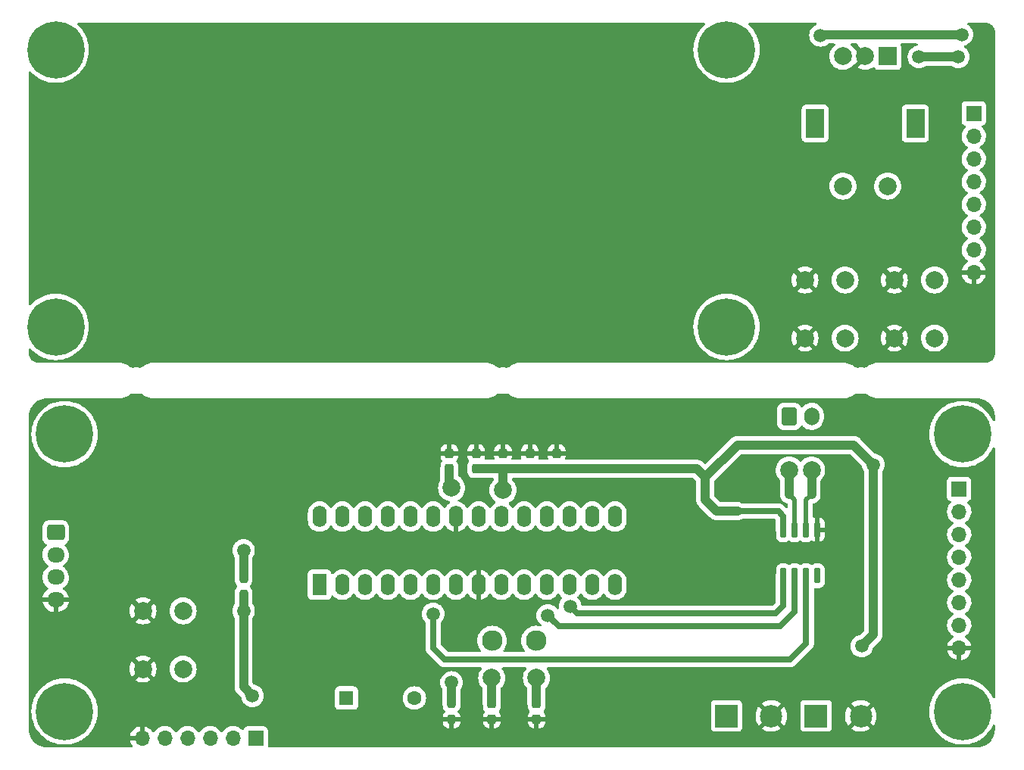
<source format=gbr>
%TF.GenerationSoftware,KiCad,Pcbnew,(6.0.5)*%
%TF.CreationDate,2022-11-21T22:14:32-06:00*%
%TF.ProjectId,A10102,41313031-3032-42e6-9b69-6361645f7063,rev?*%
%TF.SameCoordinates,Original*%
%TF.FileFunction,Copper,L1,Top*%
%TF.FilePolarity,Positive*%
%FSLAX46Y46*%
G04 Gerber Fmt 4.6, Leading zero omitted, Abs format (unit mm)*
G04 Created by KiCad (PCBNEW (6.0.5)) date 2022-11-21 22:14:32*
%MOMM*%
%LPD*%
G01*
G04 APERTURE LIST*
G04 Aperture macros list*
%AMRoundRect*
0 Rectangle with rounded corners*
0 $1 Rounding radius*
0 $2 $3 $4 $5 $6 $7 $8 $9 X,Y pos of 4 corners*
0 Add a 4 corners polygon primitive as box body*
4,1,4,$2,$3,$4,$5,$6,$7,$8,$9,$2,$3,0*
0 Add four circle primitives for the rounded corners*
1,1,$1+$1,$2,$3*
1,1,$1+$1,$4,$5*
1,1,$1+$1,$6,$7*
1,1,$1+$1,$8,$9*
0 Add four rect primitives between the rounded corners*
20,1,$1+$1,$2,$3,$4,$5,0*
20,1,$1+$1,$4,$5,$6,$7,0*
20,1,$1+$1,$6,$7,$8,$9,0*
20,1,$1+$1,$8,$9,$2,$3,0*%
G04 Aperture macros list end*
%TA.AperFunction,SMDPad,CuDef*%
%ADD10RoundRect,0.237500X0.237500X-0.300000X0.237500X0.300000X-0.237500X0.300000X-0.237500X-0.300000X0*%
%TD*%
%TA.AperFunction,ComponentPad*%
%ADD11C,0.800000*%
%TD*%
%TA.AperFunction,ComponentPad*%
%ADD12C,6.400000*%
%TD*%
%TA.AperFunction,ComponentPad*%
%ADD13C,2.000000*%
%TD*%
%TA.AperFunction,SMDPad,CuDef*%
%ADD14RoundRect,0.237500X0.237500X-0.250000X0.237500X0.250000X-0.237500X0.250000X-0.237500X-0.250000X0*%
%TD*%
%TA.AperFunction,SMDPad,CuDef*%
%ADD15RoundRect,0.150000X-0.150000X0.725000X-0.150000X-0.725000X0.150000X-0.725000X0.150000X0.725000X0*%
%TD*%
%TA.AperFunction,ComponentPad*%
%ADD16R,1.700000X1.700000*%
%TD*%
%TA.AperFunction,ComponentPad*%
%ADD17O,1.700000X1.700000*%
%TD*%
%TA.AperFunction,SMDPad,CuDef*%
%ADD18RoundRect,0.237500X-0.237500X0.250000X-0.237500X-0.250000X0.237500X-0.250000X0.237500X0.250000X0*%
%TD*%
%TA.AperFunction,ComponentPad*%
%ADD19R,1.600000X2.400000*%
%TD*%
%TA.AperFunction,ComponentPad*%
%ADD20O,1.600000X2.400000*%
%TD*%
%TA.AperFunction,SMDPad,CuDef*%
%ADD21RoundRect,0.237500X-0.237500X0.300000X-0.237500X-0.300000X0.237500X-0.300000X0.237500X0.300000X0*%
%TD*%
%TA.AperFunction,ComponentPad*%
%ADD22R,2.000000X2.000000*%
%TD*%
%TA.AperFunction,ComponentPad*%
%ADD23R,2.000000X3.200000*%
%TD*%
%TA.AperFunction,ComponentPad*%
%ADD24R,2.500000X2.500000*%
%TD*%
%TA.AperFunction,ComponentPad*%
%ADD25C,2.500000*%
%TD*%
%TA.AperFunction,ComponentPad*%
%ADD26R,1.600000X1.600000*%
%TD*%
%TA.AperFunction,ComponentPad*%
%ADD27C,1.600000*%
%TD*%
%TA.AperFunction,ComponentPad*%
%ADD28RoundRect,0.250000X-0.600000X-0.750000X0.600000X-0.750000X0.600000X0.750000X-0.600000X0.750000X0*%
%TD*%
%TA.AperFunction,ComponentPad*%
%ADD29O,1.700000X2.000000*%
%TD*%
%TA.AperFunction,ComponentPad*%
%ADD30C,2.300000*%
%TD*%
%TA.AperFunction,ComponentPad*%
%ADD31RoundRect,0.250000X-0.725000X0.600000X-0.725000X-0.600000X0.725000X-0.600000X0.725000X0.600000X0*%
%TD*%
%TA.AperFunction,ComponentPad*%
%ADD32O,1.950000X1.700000*%
%TD*%
%TA.AperFunction,ViaPad*%
%ADD33C,2.000000*%
%TD*%
%TA.AperFunction,ViaPad*%
%ADD34C,1.500000*%
%TD*%
%TA.AperFunction,Conductor*%
%ADD35C,1.000000*%
%TD*%
%TA.AperFunction,Conductor*%
%ADD36C,0.700000*%
%TD*%
%TA.AperFunction,Conductor*%
%ADD37C,0.500000*%
%TD*%
G04 APERTURE END LIST*
D10*
%TO.P,C3,1*%
%TO.N,+5V*%
X143820000Y-89782500D03*
%TO.P,C3,2*%
%TO.N,GND*%
X143820000Y-88057500D03*
%TD*%
D11*
%TO.P,H5,1*%
%TO.N,N/C*%
X165220000Y-42920000D03*
X164517056Y-41222944D03*
X160420000Y-42920000D03*
X161122944Y-44617056D03*
X161122944Y-41222944D03*
X164517056Y-44617056D03*
X162820000Y-40520000D03*
X162820000Y-45320000D03*
D12*
X162820000Y-42920000D03*
%TD*%
D13*
%TO.P,SW3,1,1*%
%TO.N,GND*%
X171570000Y-75170000D03*
X171570000Y-68670000D03*
%TO.P,SW3,2,2*%
%TO.N,/PB4_*%
X176070000Y-68670000D03*
X176070000Y-75170000D03*
%TD*%
D14*
%TO.P,R1,1*%
%TO.N,/PC6*%
X108820000Y-103832500D03*
%TO.P,R1,2*%
%TO.N,+5V*%
X108820000Y-102007500D03*
%TD*%
D11*
%TO.P,H7,1*%
%TO.N,N/C*%
X90220000Y-73920000D03*
X86122944Y-75617056D03*
X87820000Y-71520000D03*
X86122944Y-72222944D03*
X87820000Y-76320000D03*
X89517056Y-72222944D03*
D12*
X87820000Y-73920000D03*
D11*
X85420000Y-73920000D03*
X89517056Y-75617056D03*
%TD*%
D15*
%TO.P,U2,1,GND*%
%TO.N,GND*%
X172975000Y-96595000D03*
%TO.P,U2,2,T-*%
%TO.N,/T-*%
X171705000Y-96595000D03*
%TO.P,U2,3,T+*%
%TO.N,/T+*%
X170435000Y-96595000D03*
%TO.P,U2,4,VCC*%
%TO.N,+5V*%
X169165000Y-96595000D03*
%TO.P,U2,5,SCK*%
%TO.N,/PD6*%
X169165000Y-101745000D03*
%TO.P,U2,6,/CS*%
%TO.N,/PD5*%
X170435000Y-101745000D03*
%TO.P,U2,7,DO*%
%TO.N,/PD4*%
X171705000Y-101745000D03*
%TO.P,U2,8*%
%TO.N,N/C*%
X172975000Y-101745000D03*
%TD*%
D10*
%TO.P,C6,1*%
%TO.N,+5V*%
X134820000Y-89782500D03*
%TO.P,C6,2*%
%TO.N,GND*%
X134820000Y-88057500D03*
%TD*%
D16*
%TO.P,J5,1,Pin_1*%
%TO.N,/PC6*%
X110170000Y-119920000D03*
D17*
%TO.P,J5,2,Pin_2*%
%TO.N,/PD1*%
X107630000Y-119920000D03*
%TO.P,J5,3,Pin_3*%
%TO.N,/PD0*%
X105090000Y-119920000D03*
%TO.P,J5,4,Pin_4*%
%TO.N,+5V*%
X102550000Y-119920000D03*
%TO.P,J5,5,Pin_5*%
%TO.N,unconnected-(J5-Pad5)*%
X100010000Y-119920000D03*
%TO.P,J5,6,Pin_6*%
%TO.N,GND*%
X97470000Y-119920000D03*
%TD*%
D18*
%TO.P,R4,1*%
%TO.N,Net-(BZ1-Pad2)*%
X132070000Y-116007500D03*
%TO.P,R4,2*%
%TO.N,GND*%
X132070000Y-117832500D03*
%TD*%
D19*
%TO.P,U1,1,~{RESET}/PC6*%
%TO.N,/PC6*%
X117320000Y-102745000D03*
D20*
%TO.P,U1,2,PD0*%
%TO.N,/PD0*%
X119860000Y-102745000D03*
%TO.P,U1,3,PD1*%
%TO.N,/PD1*%
X122400000Y-102745000D03*
%TO.P,U1,4,PD2*%
%TO.N,/PD2*%
X124940000Y-102745000D03*
%TO.P,U1,5,PD3*%
%TO.N,/PD3*%
X127480000Y-102745000D03*
%TO.P,U1,6,PD4*%
%TO.N,/PD4*%
X130020000Y-102745000D03*
%TO.P,U1,7,VCC*%
%TO.N,+5V*%
X132560000Y-102745000D03*
%TO.P,U1,8,GND*%
%TO.N,GND*%
X135100000Y-102745000D03*
%TO.P,U1,9,XTAL1/PB6*%
%TO.N,/PB6*%
X137640000Y-102745000D03*
%TO.P,U1,10,XTAL2/PB7*%
%TO.N,/PB7*%
X140180000Y-102745000D03*
%TO.P,U1,11,PD5*%
%TO.N,/PD5*%
X142720000Y-102745000D03*
%TO.P,U1,12,PD6*%
%TO.N,/PD6*%
X145260000Y-102745000D03*
%TO.P,U1,13,PD7*%
%TO.N,unconnected-(U1-Pad13)*%
X147800000Y-102745000D03*
%TO.P,U1,14,PB0*%
%TO.N,/PB0*%
X150340000Y-102745000D03*
%TO.P,U1,15,PB1*%
%TO.N,/PB1*%
X150340000Y-95125000D03*
%TO.P,U1,16,PB2*%
%TO.N,/PB2*%
X147800000Y-95125000D03*
%TO.P,U1,17,PB3*%
%TO.N,/PB3*%
X145260000Y-95125000D03*
%TO.P,U1,18,PB4*%
%TO.N,/PB4*%
X142720000Y-95125000D03*
%TO.P,U1,19,PB5*%
%TO.N,/PB5*%
X140180000Y-95125000D03*
%TO.P,U1,20,AVCC*%
%TO.N,+5V*%
X137640000Y-95125000D03*
%TO.P,U1,21,AREF*%
%TO.N,/AREF*%
X135100000Y-95125000D03*
%TO.P,U1,22,GND*%
%TO.N,GND*%
X132560000Y-95125000D03*
%TO.P,U1,23,PC0*%
%TO.N,unconnected-(U1-Pad23)*%
X130020000Y-95125000D03*
%TO.P,U1,24,PC1*%
%TO.N,unconnected-(U1-Pad24)*%
X127480000Y-95125000D03*
%TO.P,U1,25,PC2*%
%TO.N,unconnected-(U1-Pad25)*%
X124940000Y-95125000D03*
%TO.P,U1,26,PC3*%
%TO.N,unconnected-(U1-Pad26)*%
X122400000Y-95125000D03*
%TO.P,U1,27,PC4*%
%TO.N,/PC4*%
X119860000Y-95125000D03*
%TO.P,U1,28,PC5*%
%TO.N,/PC5*%
X117320000Y-95125000D03*
%TD*%
D21*
%TO.P,C1,1*%
%TO.N,/PB7*%
X141570000Y-116057500D03*
%TO.P,C1,2*%
%TO.N,GND*%
X141570000Y-117782500D03*
%TD*%
D10*
%TO.P,C5,1*%
%TO.N,+5V*%
X137820000Y-89782500D03*
%TO.P,C5,2*%
%TO.N,GND*%
X137820000Y-88057500D03*
%TD*%
D22*
%TO.P,SW2,A,A*%
%TO.N,/PB1_*%
X180820000Y-43670000D03*
D13*
%TO.P,SW2,B,B*%
%TO.N,/PB0_*%
X175820000Y-43670000D03*
%TO.P,SW2,C,C*%
%TO.N,GND*%
X178320000Y-43670000D03*
D23*
%TO.P,SW2,MP*%
%TO.N,N/C*%
X172720000Y-51170000D03*
X183920000Y-51170000D03*
D13*
%TO.P,SW2,S1,S1*%
%TO.N,/PB2_*%
X175820000Y-58170000D03*
%TO.P,SW2,S2,S2*%
%TO.N,/PB3_*%
X180820000Y-58170000D03*
%TD*%
%TO.P,SW1,1,1*%
%TO.N,GND*%
X97570000Y-112170000D03*
X97570000Y-105670000D03*
%TO.P,SW1,2,2*%
%TO.N,/PC6*%
X102070000Y-105670000D03*
X102070000Y-112170000D03*
%TD*%
D24*
%TO.P,J3,1,Pin_1*%
%TO.N,/PD3*%
X162820000Y-117420000D03*
D25*
%TO.P,J3,2,Pin_2*%
%TO.N,GND*%
X167820000Y-117420000D03*
%TD*%
D24*
%TO.P,J1,1,Pin_1*%
%TO.N,+5V*%
X172820000Y-117420000D03*
D25*
%TO.P,J1,2,Pin_2*%
%TO.N,GND*%
X177820000Y-117420000D03*
%TD*%
D21*
%TO.P,C2,1*%
%TO.N,/PB6*%
X136570000Y-116057500D03*
%TO.P,C2,2*%
%TO.N,GND*%
X136570000Y-117782500D03*
%TD*%
D26*
%TO.P,BZ1,1,-*%
%TO.N,/PD2*%
X120320000Y-115420000D03*
D27*
%TO.P,BZ1,2,+*%
%TO.N,Net-(BZ1-Pad2)*%
X127920000Y-115420000D03*
%TD*%
D13*
%TO.P,SW4,1,1*%
%TO.N,GND*%
X181570000Y-75170000D03*
X181570000Y-68670000D03*
%TO.P,SW4,2,2*%
%TO.N,/PB5_*%
X186070000Y-75170000D03*
X186070000Y-68670000D03*
%TD*%
D11*
%TO.P,H8,1*%
%TO.N,N/C*%
X161122944Y-72222944D03*
X161122944Y-75617056D03*
X160420000Y-73920000D03*
D12*
X162820000Y-73920000D03*
D11*
X162820000Y-71520000D03*
X164517056Y-72222944D03*
X165220000Y-73920000D03*
X162820000Y-76320000D03*
X164517056Y-75617056D03*
%TD*%
D28*
%TO.P,J4,1,Pin_1*%
%TO.N,/T+*%
X169820000Y-83920000D03*
D29*
%TO.P,J4,2,Pin_2*%
%TO.N,/T-*%
X172320000Y-83920000D03*
%TD*%
D10*
%TO.P,C7,1*%
%TO.N,/AREF*%
X131820000Y-89782500D03*
%TO.P,C7,2*%
%TO.N,GND*%
X131820000Y-88057500D03*
%TD*%
D16*
%TO.P,J6,1,Pin_1*%
%TO.N,+5V*%
X188820000Y-92045000D03*
D17*
%TO.P,J6,2,Pin_2*%
%TO.N,/PB5*%
X188820000Y-94585000D03*
%TO.P,J6,3,Pin_3*%
%TO.N,/PB4*%
X188820000Y-97125000D03*
%TO.P,J6,4,Pin_4*%
%TO.N,/PB3*%
X188820000Y-99665000D03*
%TO.P,J6,5,Pin_5*%
%TO.N,/PB2*%
X188820000Y-102205000D03*
%TO.P,J6,6,Pin_6*%
%TO.N,/PB1*%
X188820000Y-104745000D03*
%TO.P,J6,7,Pin_7*%
%TO.N,/PB0*%
X188820000Y-107285000D03*
%TO.P,J6,8,Pin_8*%
%TO.N,GND*%
X188820000Y-109825000D03*
%TD*%
D30*
%TO.P,Y1,1,1*%
%TO.N,/PB7*%
X141500000Y-109000000D03*
%TO.P,Y1,2,2*%
%TO.N,/PB6*%
X136600000Y-109000000D03*
%TD*%
D31*
%TO.P,J2,1,Pin_1*%
%TO.N,/PC4*%
X87820000Y-96920000D03*
D32*
%TO.P,J2,2,Pin_2*%
%TO.N,/PC5*%
X87820000Y-99420000D03*
%TO.P,J2,3,Pin_3*%
%TO.N,+5V*%
X87820000Y-101920000D03*
%TO.P,J2,4,Pin_4*%
%TO.N,GND*%
X87820000Y-104420000D03*
%TD*%
D12*
%TO.P,H6,1*%
%TO.N,N/C*%
X87820000Y-42920000D03*
D11*
X87820000Y-40520000D03*
X89517056Y-41222944D03*
X86122944Y-41222944D03*
X87820000Y-45320000D03*
X86122944Y-44617056D03*
X89517056Y-44617056D03*
X90220000Y-42920000D03*
X85420000Y-42920000D03*
%TD*%
D16*
%TO.P,J7,1,Pin_1*%
%TO.N,+5V*%
X190445000Y-50045000D03*
D17*
%TO.P,J7,2,Pin_2*%
%TO.N,/PB0_*%
X190445000Y-52585000D03*
%TO.P,J7,3,Pin_3*%
%TO.N,/PB1_*%
X190445000Y-55125000D03*
%TO.P,J7,4,Pin_4*%
%TO.N,/PB2_*%
X190445000Y-57665000D03*
%TO.P,J7,5,Pin_5*%
%TO.N,/PB3_*%
X190445000Y-60205000D03*
%TO.P,J7,6,Pin_6*%
%TO.N,/PB4_*%
X190445000Y-62745000D03*
%TO.P,J7,7,Pin_7*%
%TO.N,/PB5_*%
X190445000Y-65285000D03*
%TO.P,J7,8,Pin_8*%
%TO.N,GND*%
X190445000Y-67825000D03*
%TD*%
D10*
%TO.P,C4,1*%
%TO.N,+5V*%
X140820000Y-89782500D03*
%TO.P,C4,2*%
%TO.N,GND*%
X140820000Y-88057500D03*
%TD*%
D11*
%TO.P,H4,1*%
%TO.N,N/C*%
X91220000Y-85920000D03*
X86420000Y-85920000D03*
X88820000Y-83520000D03*
X87122944Y-84222944D03*
X90517056Y-87617056D03*
X88820000Y-88320000D03*
X90517056Y-84222944D03*
X87122944Y-87617056D03*
D12*
X88820000Y-85920000D03*
%TD*%
D11*
%TO.P,H2,1*%
%TO.N,N/C*%
X190892056Y-115222944D03*
D12*
X189195000Y-116920000D03*
D11*
X189195000Y-114520000D03*
X187497944Y-115222944D03*
X186795000Y-116920000D03*
X190892056Y-118617056D03*
X189195000Y-119320000D03*
X191595000Y-116920000D03*
X187497944Y-118617056D03*
%TD*%
%TO.P,H3,1*%
%TO.N,N/C*%
X191595000Y-85920000D03*
X187497944Y-87617056D03*
X189195000Y-88320000D03*
X186795000Y-85920000D03*
X189195000Y-83520000D03*
X190892056Y-84222944D03*
D12*
X189195000Y-85920000D03*
D11*
X187497944Y-84222944D03*
X190892056Y-87617056D03*
%TD*%
%TO.P,H1,1*%
%TO.N,N/C*%
X87122944Y-115222944D03*
X90517056Y-115222944D03*
X90517056Y-118617056D03*
D12*
X88820000Y-116920000D03*
D11*
X91220000Y-116920000D03*
X86420000Y-116920000D03*
X88820000Y-114520000D03*
X87122944Y-118617056D03*
X88820000Y-119320000D03*
%TD*%
D33*
%TO.N,/PB7*%
X141570000Y-113170000D03*
%TO.N,/PB6*%
X136570000Y-113170000D03*
D34*
%TO.N,+5V*%
X177920000Y-109620000D03*
D33*
X137820000Y-92170000D03*
D34*
X184320000Y-43720000D03*
X189120000Y-41220000D03*
X188720000Y-43720000D03*
X179220000Y-89320000D03*
X108820000Y-98920000D03*
X173320000Y-41320000D03*
D33*
%TO.N,/AREF*%
X132070000Y-91920000D03*
%TO.N,/T+*%
X169820000Y-89920000D03*
%TO.N,/T-*%
X172320000Y-89920000D03*
D34*
%TO.N,/PC6*%
X108820000Y-105670000D03*
X109820000Y-115170000D03*
%TO.N,/PD4*%
X130020000Y-106020000D03*
%TO.N,/PD5*%
X142820000Y-106170000D03*
%TO.N,/PD6*%
X145320000Y-105170000D03*
%TO.N,Net-(BZ1-Pad2)*%
X132070000Y-113670000D03*
%TD*%
D35*
%TO.N,/PB7*%
X141570000Y-113170000D02*
X141570000Y-116057500D01*
%TO.N,/PB6*%
X136570000Y-113170000D02*
X136570000Y-116057500D01*
%TO.N,+5V*%
X164020000Y-94520000D02*
X161720000Y-94520000D01*
X160420000Y-93220000D02*
X160420000Y-90720000D01*
X177920000Y-109620000D02*
X179220000Y-108320000D01*
D36*
X168620000Y-94520000D02*
X164020000Y-94520000D01*
D35*
X160420000Y-90720000D02*
X159482500Y-89782500D01*
X164020000Y-87120000D02*
X160420000Y-90720000D01*
X179220000Y-89320000D02*
X177020000Y-87120000D01*
D36*
X169165000Y-95065000D02*
X168620000Y-94520000D01*
X169165000Y-96595000D02*
X169165000Y-95065000D01*
D35*
X189120000Y-41220000D02*
X173420000Y-41220000D01*
X173420000Y-41220000D02*
X173320000Y-41320000D01*
X188720000Y-43720000D02*
X184320000Y-43720000D01*
X143820000Y-89782500D02*
X140820000Y-89782500D01*
X177020000Y-87120000D02*
X164020000Y-87120000D01*
X134820000Y-89782500D02*
X137820000Y-89782500D01*
X161720000Y-94520000D02*
X160420000Y-93220000D01*
X108820000Y-102007500D02*
X108820000Y-98920000D01*
X140820000Y-89782500D02*
X137820000Y-89782500D01*
X159482500Y-89782500D02*
X143820000Y-89782500D01*
X137820000Y-92170000D02*
X137820000Y-89782500D01*
X179220000Y-108320000D02*
X179220000Y-89320000D01*
%TO.N,/AREF*%
X131820000Y-91670000D02*
X132070000Y-91920000D01*
X131820000Y-89782500D02*
X131820000Y-91670000D01*
D37*
%TO.N,/T+*%
X170435000Y-93285000D02*
X169820000Y-92670000D01*
D35*
X169820000Y-92670000D02*
X169820000Y-89920000D01*
D37*
X170435000Y-96595000D02*
X170435000Y-93285000D01*
%TO.N,/T-*%
X171705000Y-93285000D02*
X172320000Y-92670000D01*
D35*
X172320000Y-89920000D02*
X172320000Y-92670000D01*
D37*
X171705000Y-96595000D02*
X171705000Y-93285000D01*
D35*
%TO.N,/PC6*%
X108820000Y-105670000D02*
X108820000Y-114170000D01*
X108820000Y-114170000D02*
X109820000Y-115170000D01*
X108820000Y-103832500D02*
X108820000Y-105670000D01*
D36*
%TO.N,/PD4*%
X140820000Y-111120000D02*
X131320000Y-111120000D01*
X171720000Y-101760000D02*
X171720000Y-109320000D01*
X171720000Y-109320000D02*
X169920000Y-111120000D01*
X131320000Y-111120000D02*
X130020000Y-109820000D01*
X169920000Y-111120000D02*
X140820000Y-111120000D01*
X171705000Y-101745000D02*
X171720000Y-101760000D01*
X130020000Y-109820000D02*
X130020000Y-106020000D01*
%TO.N,/PD5*%
X168820000Y-107420000D02*
X144070000Y-107420000D01*
X170435000Y-105805000D02*
X168820000Y-107420000D01*
X144070000Y-107420000D02*
X142820000Y-106170000D01*
X170435000Y-101745000D02*
X170435000Y-105805000D01*
%TO.N,/PD6*%
X168320000Y-105920000D02*
X146070000Y-105920000D01*
X169165000Y-105075000D02*
X168320000Y-105920000D01*
X169165000Y-101745000D02*
X169165000Y-105075000D01*
X146070000Y-105920000D02*
X145320000Y-105170000D01*
D35*
%TO.N,Net-(BZ1-Pad2)*%
X132070000Y-113670000D02*
X132070000Y-116007500D01*
%TD*%
%TA.AperFunction,Conductor*%
%TO.N,GND*%
G36*
X160343518Y-39940502D02*
G01*
X160390011Y-39994158D01*
X160400115Y-40064432D01*
X160370621Y-40129012D01*
X160354692Y-40144420D01*
X160335124Y-40160266D01*
X160060266Y-40435124D01*
X159815643Y-40737207D01*
X159813848Y-40739970D01*
X159813848Y-40739971D01*
X159696937Y-40920000D01*
X159603938Y-41063206D01*
X159602443Y-41066140D01*
X159602439Y-41066147D01*
X159470305Y-41325475D01*
X159427468Y-41409547D01*
X159288167Y-41772438D01*
X159187562Y-42147901D01*
X159161245Y-42314056D01*
X159130667Y-42507120D01*
X159126754Y-42531824D01*
X159106411Y-42920000D01*
X159126754Y-43308176D01*
X159127267Y-43311416D01*
X159127268Y-43311424D01*
X159155268Y-43488207D01*
X159187562Y-43692099D01*
X159288167Y-44067562D01*
X159427468Y-44430453D01*
X159428966Y-44433393D01*
X159601730Y-44772460D01*
X159603938Y-44776794D01*
X159605734Y-44779560D01*
X159605736Y-44779563D01*
X159765825Y-45026080D01*
X159815643Y-45102793D01*
X159872170Y-45172598D01*
X160053469Y-45396482D01*
X160060266Y-45404876D01*
X160335124Y-45679734D01*
X160637207Y-45924357D01*
X160963205Y-46136062D01*
X160966139Y-46137557D01*
X160966146Y-46137561D01*
X161306607Y-46311034D01*
X161309547Y-46312532D01*
X161672438Y-46451833D01*
X162047901Y-46552438D01*
X162251793Y-46584732D01*
X162428576Y-46612732D01*
X162428584Y-46612733D01*
X162431824Y-46613246D01*
X162820000Y-46633589D01*
X163208176Y-46613246D01*
X163211416Y-46612733D01*
X163211424Y-46612732D01*
X163388207Y-46584732D01*
X163592099Y-46552438D01*
X163967562Y-46451833D01*
X164330453Y-46312532D01*
X164333393Y-46311034D01*
X164673854Y-46137561D01*
X164673861Y-46137557D01*
X164676795Y-46136062D01*
X165002793Y-45924357D01*
X165304876Y-45679734D01*
X165579734Y-45404876D01*
X165586532Y-45396482D01*
X165767830Y-45172598D01*
X165824357Y-45102793D01*
X165874175Y-45026080D01*
X166034264Y-44779563D01*
X166034266Y-44779560D01*
X166036062Y-44776794D01*
X166038271Y-44772460D01*
X166211034Y-44433393D01*
X166212532Y-44430453D01*
X166351833Y-44067562D01*
X166452438Y-43692099D01*
X166484732Y-43488207D01*
X166512732Y-43311424D01*
X166512733Y-43311416D01*
X166513246Y-43308176D01*
X166533589Y-42920000D01*
X166513246Y-42531824D01*
X166509334Y-42507120D01*
X166478755Y-42314056D01*
X166452438Y-42147901D01*
X166351833Y-41772438D01*
X166212532Y-41409547D01*
X166169695Y-41325475D01*
X166037561Y-41066147D01*
X166037557Y-41066140D01*
X166036062Y-41063206D01*
X165943064Y-40920000D01*
X165826152Y-40739971D01*
X165826152Y-40739970D01*
X165824357Y-40737207D01*
X165579734Y-40435124D01*
X165304876Y-40160266D01*
X165285308Y-40144420D01*
X165244956Y-40086006D01*
X165242592Y-40015048D01*
X165278964Y-39954077D01*
X165342527Y-39922449D01*
X165364603Y-39920500D01*
X172775024Y-39920500D01*
X172843145Y-39940502D01*
X172889638Y-39994158D01*
X172899742Y-40064432D01*
X172870248Y-40129012D01*
X172828274Y-40160695D01*
X172693334Y-40223618D01*
X172693329Y-40223621D01*
X172688347Y-40225944D01*
X172683840Y-40229100D01*
X172683838Y-40229101D01*
X172512473Y-40349092D01*
X172512470Y-40349094D01*
X172507962Y-40352251D01*
X172352251Y-40507962D01*
X172349094Y-40512470D01*
X172349092Y-40512473D01*
X172229101Y-40683838D01*
X172225944Y-40688347D01*
X172223621Y-40693329D01*
X172223618Y-40693334D01*
X172222537Y-40695653D01*
X172132880Y-40887924D01*
X172075885Y-41100629D01*
X172056693Y-41320000D01*
X172075885Y-41539371D01*
X172132880Y-41752076D01*
X172176415Y-41845438D01*
X172223618Y-41946666D01*
X172223621Y-41946671D01*
X172225944Y-41951653D01*
X172229100Y-41956160D01*
X172229101Y-41956162D01*
X172279072Y-42027527D01*
X172352251Y-42132038D01*
X172507962Y-42287749D01*
X172512471Y-42290906D01*
X172512473Y-42290908D01*
X172556534Y-42321760D01*
X172688346Y-42414056D01*
X172887924Y-42507120D01*
X173100629Y-42564115D01*
X173320000Y-42583307D01*
X173539371Y-42564115D01*
X173752076Y-42507120D01*
X173951654Y-42414056D01*
X174083466Y-42321760D01*
X174127527Y-42290908D01*
X174127529Y-42290906D01*
X174132038Y-42287749D01*
X174154382Y-42265405D01*
X174216694Y-42231379D01*
X174243477Y-42228500D01*
X174843499Y-42228500D01*
X174911620Y-42248502D01*
X174958113Y-42302158D01*
X174968217Y-42372432D01*
X174938723Y-42437012D01*
X174925330Y-42450311D01*
X174826039Y-42535114D01*
X174750031Y-42600031D01*
X174595824Y-42780584D01*
X174593245Y-42784792D01*
X174593241Y-42784798D01*
X174520154Y-42904065D01*
X174471760Y-42983037D01*
X174380895Y-43202406D01*
X174325465Y-43433289D01*
X174306835Y-43670000D01*
X174325465Y-43906711D01*
X174326619Y-43911518D01*
X174326620Y-43911524D01*
X174361640Y-44057391D01*
X174380895Y-44137594D01*
X174382788Y-44142165D01*
X174382789Y-44142167D01*
X174469561Y-44351653D01*
X174471760Y-44356963D01*
X174474346Y-44361183D01*
X174593241Y-44555202D01*
X174593245Y-44555208D01*
X174595824Y-44559416D01*
X174611247Y-44577474D01*
X174740236Y-44728500D01*
X174750031Y-44739969D01*
X174930584Y-44894176D01*
X174934792Y-44896755D01*
X174934798Y-44896759D01*
X175128084Y-45015205D01*
X175133037Y-45018240D01*
X175137607Y-45020133D01*
X175137611Y-45020135D01*
X175347833Y-45107211D01*
X175352406Y-45109105D01*
X175400349Y-45120615D01*
X175578476Y-45163380D01*
X175578482Y-45163381D01*
X175583289Y-45164535D01*
X175820000Y-45183165D01*
X176056711Y-45164535D01*
X176061518Y-45163381D01*
X176061524Y-45163380D01*
X176239651Y-45120615D01*
X176287594Y-45109105D01*
X176292167Y-45107211D01*
X176502389Y-45020135D01*
X176502393Y-45020133D01*
X176506963Y-45018240D01*
X176511916Y-45015205D01*
X176705202Y-44896759D01*
X176705208Y-44896755D01*
X176709416Y-44894176D01*
X176889969Y-44739969D01*
X176899765Y-44728500D01*
X177028753Y-44577474D01*
X177074686Y-44543598D01*
X177096668Y-44534122D01*
X177947978Y-43682812D01*
X177955592Y-43668868D01*
X177955461Y-43667035D01*
X177951210Y-43660420D01*
X177099710Y-42808920D01*
X177061352Y-42787974D01*
X177025928Y-42759218D01*
X176893177Y-42603787D01*
X176889969Y-42600031D01*
X176813961Y-42535114D01*
X176714670Y-42450311D01*
X176675861Y-42390860D01*
X176675355Y-42319866D01*
X176713311Y-42259867D01*
X176777680Y-42229914D01*
X176796501Y-42228500D01*
X177357624Y-42228500D01*
X177425745Y-42248502D01*
X177472238Y-42302158D01*
X177482342Y-42372432D01*
X177451856Y-42437339D01*
X177455876Y-42446666D01*
X178590115Y-43580905D01*
X178624141Y-43643217D01*
X178619076Y-43714032D01*
X178590115Y-43759095D01*
X177458920Y-44890290D01*
X177452160Y-44902670D01*
X177457887Y-44910320D01*
X177629042Y-45015205D01*
X177637837Y-45019687D01*
X177847988Y-45106734D01*
X177857373Y-45109783D01*
X178078554Y-45162885D01*
X178088301Y-45164428D01*
X178315070Y-45182275D01*
X178324930Y-45182275D01*
X178551699Y-45164428D01*
X178561446Y-45162885D01*
X178782627Y-45109783D01*
X178792012Y-45106734D01*
X179002163Y-45019687D01*
X179010958Y-45015205D01*
X179209121Y-44893770D01*
X179210396Y-44895851D01*
X179267739Y-44875280D01*
X179336918Y-44891242D01*
X179375974Y-44925497D01*
X179451357Y-45026080D01*
X179456739Y-45033261D01*
X179573295Y-45120615D01*
X179709684Y-45171745D01*
X179771866Y-45178500D01*
X181868134Y-45178500D01*
X181930316Y-45171745D01*
X182066705Y-45120615D01*
X182183261Y-45033261D01*
X182270615Y-44916705D01*
X182321745Y-44780316D01*
X182328500Y-44718134D01*
X182328500Y-42621866D01*
X182321745Y-42559684D01*
X182270615Y-42423295D01*
X182265234Y-42416116D01*
X182264628Y-42415008D01*
X182249459Y-42345651D01*
X182274196Y-42279103D01*
X182330984Y-42236493D01*
X182375148Y-42228500D01*
X184066815Y-42228500D01*
X184134936Y-42248502D01*
X184181429Y-42302158D01*
X184191533Y-42372432D01*
X184162039Y-42437012D01*
X184099427Y-42476207D01*
X183887924Y-42532880D01*
X183823992Y-42562692D01*
X183693334Y-42623618D01*
X183693329Y-42623621D01*
X183688347Y-42625944D01*
X183683841Y-42629099D01*
X183683838Y-42629101D01*
X183512473Y-42749092D01*
X183512470Y-42749094D01*
X183507962Y-42752251D01*
X183352251Y-42907962D01*
X183349094Y-42912470D01*
X183349092Y-42912473D01*
X183299683Y-42983037D01*
X183225944Y-43088347D01*
X183223621Y-43093329D01*
X183223618Y-43093334D01*
X183176415Y-43194562D01*
X183132880Y-43287924D01*
X183075885Y-43500629D01*
X183056693Y-43720000D01*
X183075885Y-43939371D01*
X183132880Y-44152076D01*
X183135205Y-44157061D01*
X183223618Y-44346666D01*
X183223621Y-44346671D01*
X183225944Y-44351653D01*
X183352251Y-44532038D01*
X183507962Y-44687749D01*
X183688346Y-44814056D01*
X183887924Y-44907120D01*
X184100629Y-44964115D01*
X184320000Y-44983307D01*
X184539371Y-44964115D01*
X184752076Y-44907120D01*
X184951654Y-44814056D01*
X185041297Y-44751287D01*
X185113568Y-44728500D01*
X187926432Y-44728500D01*
X187998703Y-44751287D01*
X188088346Y-44814056D01*
X188287924Y-44907120D01*
X188500629Y-44964115D01*
X188720000Y-44983307D01*
X188939371Y-44964115D01*
X189152076Y-44907120D01*
X189351654Y-44814056D01*
X189532038Y-44687749D01*
X189687749Y-44532038D01*
X189814056Y-44351653D01*
X189816379Y-44346671D01*
X189816382Y-44346666D01*
X189904795Y-44157061D01*
X189907120Y-44152076D01*
X189964115Y-43939371D01*
X189983307Y-43720000D01*
X189964115Y-43500629D01*
X189907120Y-43287924D01*
X189863585Y-43194562D01*
X189816382Y-43093334D01*
X189816379Y-43093329D01*
X189814056Y-43088347D01*
X189740317Y-42983037D01*
X189690908Y-42912473D01*
X189690906Y-42912470D01*
X189687749Y-42907962D01*
X189532038Y-42752251D01*
X189402444Y-42661507D01*
X189358116Y-42606051D01*
X189350807Y-42535431D01*
X189382838Y-42472071D01*
X189442103Y-42436589D01*
X189546754Y-42408547D01*
X189546764Y-42408543D01*
X189552076Y-42407120D01*
X189751654Y-42314056D01*
X189869728Y-42231379D01*
X189927527Y-42190908D01*
X189927529Y-42190906D01*
X189932038Y-42187749D01*
X190087749Y-42032038D01*
X190144036Y-41951653D01*
X190210899Y-41856162D01*
X190210900Y-41856160D01*
X190214056Y-41851653D01*
X190216379Y-41846671D01*
X190216382Y-41846666D01*
X190304795Y-41657061D01*
X190307120Y-41652076D01*
X190364115Y-41439371D01*
X190383307Y-41220000D01*
X190364115Y-41000629D01*
X190307120Y-40787924D01*
X190222256Y-40605932D01*
X190216382Y-40593334D01*
X190216379Y-40593329D01*
X190214056Y-40588347D01*
X190199921Y-40568160D01*
X190090908Y-40412473D01*
X190090906Y-40412470D01*
X190087749Y-40407962D01*
X189932038Y-40252251D01*
X189785598Y-40149712D01*
X189741271Y-40094256D01*
X189733962Y-40023636D01*
X189765993Y-39960276D01*
X189827194Y-39924291D01*
X189857870Y-39920500D01*
X191756631Y-39920500D01*
X191770676Y-39921285D01*
X191799838Y-39924556D01*
X191805963Y-39925243D01*
X191830021Y-39923223D01*
X191851543Y-39923260D01*
X191863328Y-39924291D01*
X191982583Y-39934725D01*
X192004206Y-39938537D01*
X192123106Y-39970396D01*
X192151201Y-39977924D01*
X192171841Y-39985436D01*
X192309765Y-40049752D01*
X192328776Y-40060728D01*
X192364877Y-40086006D01*
X192453440Y-40148019D01*
X192470264Y-40162137D01*
X192577863Y-40269736D01*
X192591981Y-40286560D01*
X192679272Y-40411224D01*
X192690248Y-40430235D01*
X192692528Y-40435124D01*
X192754564Y-40568160D01*
X192762076Y-40588799D01*
X192801463Y-40735796D01*
X192805276Y-40757425D01*
X192815635Y-40875824D01*
X192815417Y-40893671D01*
X192815530Y-40893673D01*
X192815444Y-40899839D01*
X192814757Y-40905963D01*
X192815273Y-40912106D01*
X192819058Y-40957183D01*
X192819500Y-40967726D01*
X192819500Y-76856631D01*
X192818715Y-76870676D01*
X192814757Y-76905963D01*
X192816452Y-76926152D01*
X192816777Y-76930019D01*
X192816740Y-76951543D01*
X192810886Y-77018461D01*
X192805276Y-77082580D01*
X192801463Y-77104204D01*
X192769604Y-77223106D01*
X192762076Y-77251201D01*
X192754564Y-77271840D01*
X192690248Y-77409765D01*
X192679272Y-77428776D01*
X192662529Y-77452688D01*
X192591981Y-77553440D01*
X192577863Y-77570264D01*
X192470264Y-77677863D01*
X192453440Y-77691981D01*
X192328776Y-77779272D01*
X192309765Y-77790248D01*
X192190280Y-77845965D01*
X192171840Y-77854564D01*
X192151201Y-77862076D01*
X192004204Y-77901463D01*
X191982575Y-77905276D01*
X191864176Y-77915635D01*
X191846329Y-77915417D01*
X191846327Y-77915530D01*
X191840161Y-77915444D01*
X191834037Y-77914757D01*
X191783615Y-77918991D01*
X191782817Y-77919058D01*
X191772274Y-77919500D01*
X179891213Y-77919500D01*
X179875435Y-77918508D01*
X179848071Y-77915051D01*
X179829304Y-77914789D01*
X179823515Y-77914708D01*
X179823513Y-77914708D01*
X179820000Y-77914659D01*
X179816271Y-77915025D01*
X179816237Y-77915028D01*
X179812554Y-77915334D01*
X179551256Y-77933207D01*
X179551252Y-77933208D01*
X179546962Y-77933501D01*
X179427659Y-77958292D01*
X179283215Y-77988308D01*
X179283212Y-77988309D01*
X179279010Y-77989182D01*
X179021136Y-78080831D01*
X178778143Y-78206740D01*
X178774622Y-78209225D01*
X178774621Y-78209226D01*
X178558076Y-78362080D01*
X178554558Y-78364563D01*
X178551419Y-78367495D01*
X178551410Y-78367502D01*
X178531517Y-78386081D01*
X178468080Y-78417959D01*
X178460106Y-78419148D01*
X178401589Y-78425970D01*
X178401585Y-78425971D01*
X178394319Y-78426818D01*
X178387444Y-78429313D01*
X178387442Y-78429314D01*
X178234338Y-78484889D01*
X178163480Y-78489330D01*
X178134044Y-78478666D01*
X178092712Y-78457560D01*
X178092710Y-78457559D01*
X178086192Y-78454231D01*
X177914390Y-78412192D01*
X177908788Y-78411844D01*
X177908785Y-78411844D01*
X177905175Y-78411620D01*
X177905165Y-78411620D01*
X177903236Y-78411500D01*
X177775707Y-78411500D01*
X177705964Y-78419631D01*
X177651589Y-78425970D01*
X177651585Y-78425971D01*
X177644319Y-78426818D01*
X177637444Y-78429313D01*
X177637442Y-78429314D01*
X177484338Y-78484889D01*
X177413480Y-78489330D01*
X177384044Y-78478666D01*
X177342712Y-78457560D01*
X177342710Y-78457559D01*
X177336192Y-78454231D01*
X177164390Y-78412192D01*
X177164702Y-78410915D01*
X177103148Y-78381100D01*
X177085442Y-78364563D01*
X176861857Y-78206740D01*
X176618864Y-78080831D01*
X176360990Y-77989182D01*
X176356788Y-77988309D01*
X176356785Y-77988308D01*
X176097250Y-77934376D01*
X176097246Y-77934375D01*
X176093038Y-77933501D01*
X176088744Y-77933207D01*
X176088742Y-77933207D01*
X176019189Y-77928449D01*
X175949200Y-77923662D01*
X175932035Y-77921293D01*
X175929861Y-77920839D01*
X175929857Y-77920838D01*
X175925120Y-77919849D01*
X175920221Y-77919592D01*
X175920129Y-77919587D01*
X175920113Y-77919587D01*
X175918461Y-77919500D01*
X175892654Y-77919500D01*
X175884043Y-77919205D01*
X175880919Y-77918991D01*
X175873742Y-77918293D01*
X175851560Y-77915491D01*
X175851548Y-77915490D01*
X175848071Y-77915051D01*
X175841809Y-77914964D01*
X175823523Y-77914708D01*
X175823519Y-77914708D01*
X175820000Y-77914659D01*
X175782939Y-77918293D01*
X175776758Y-77918899D01*
X175764462Y-77919500D01*
X139891213Y-77919500D01*
X139875435Y-77918508D01*
X139848071Y-77915051D01*
X139829304Y-77914789D01*
X139823515Y-77914708D01*
X139823513Y-77914708D01*
X139820000Y-77914659D01*
X139816271Y-77915025D01*
X139816237Y-77915028D01*
X139812554Y-77915334D01*
X139551256Y-77933207D01*
X139551252Y-77933208D01*
X139546962Y-77933501D01*
X139427659Y-77958292D01*
X139283215Y-77988308D01*
X139283212Y-77988309D01*
X139279010Y-77989182D01*
X139021136Y-78080831D01*
X138778143Y-78206740D01*
X138774622Y-78209225D01*
X138774621Y-78209226D01*
X138558076Y-78362080D01*
X138554558Y-78364563D01*
X138551419Y-78367495D01*
X138551410Y-78367502D01*
X138531517Y-78386081D01*
X138468080Y-78417959D01*
X138460106Y-78419148D01*
X138401589Y-78425970D01*
X138401585Y-78425971D01*
X138394319Y-78426818D01*
X138387444Y-78429313D01*
X138387442Y-78429314D01*
X138234338Y-78484889D01*
X138163480Y-78489330D01*
X138134044Y-78478666D01*
X138092712Y-78457560D01*
X138092710Y-78457559D01*
X138086192Y-78454231D01*
X137914390Y-78412192D01*
X137908788Y-78411844D01*
X137908785Y-78411844D01*
X137905175Y-78411620D01*
X137905165Y-78411620D01*
X137903236Y-78411500D01*
X137775707Y-78411500D01*
X137705964Y-78419631D01*
X137651589Y-78425970D01*
X137651585Y-78425971D01*
X137644319Y-78426818D01*
X137637444Y-78429313D01*
X137637442Y-78429314D01*
X137484338Y-78484889D01*
X137413480Y-78489330D01*
X137384044Y-78478666D01*
X137342712Y-78457560D01*
X137342710Y-78457559D01*
X137336192Y-78454231D01*
X137164390Y-78412192D01*
X137164702Y-78410915D01*
X137103148Y-78381100D01*
X137085442Y-78364563D01*
X136861857Y-78206740D01*
X136618864Y-78080831D01*
X136360990Y-77989182D01*
X136356788Y-77988309D01*
X136356785Y-77988308D01*
X136097250Y-77934376D01*
X136097246Y-77934375D01*
X136093038Y-77933501D01*
X136088744Y-77933207D01*
X136088742Y-77933207D01*
X136019189Y-77928449D01*
X135949200Y-77923662D01*
X135932035Y-77921293D01*
X135929861Y-77920839D01*
X135929857Y-77920838D01*
X135925120Y-77919849D01*
X135920221Y-77919592D01*
X135920129Y-77919587D01*
X135920113Y-77919587D01*
X135918461Y-77919500D01*
X135892654Y-77919500D01*
X135884043Y-77919205D01*
X135880919Y-77918991D01*
X135873742Y-77918293D01*
X135851560Y-77915491D01*
X135851548Y-77915490D01*
X135848071Y-77915051D01*
X135841809Y-77914964D01*
X135823523Y-77914708D01*
X135823519Y-77914708D01*
X135820000Y-77914659D01*
X135782939Y-77918293D01*
X135776758Y-77918899D01*
X135764462Y-77919500D01*
X98891213Y-77919500D01*
X98875435Y-77918508D01*
X98848071Y-77915051D01*
X98829304Y-77914789D01*
X98823515Y-77914708D01*
X98823513Y-77914708D01*
X98820000Y-77914659D01*
X98816271Y-77915025D01*
X98816237Y-77915028D01*
X98812554Y-77915334D01*
X98551256Y-77933207D01*
X98551252Y-77933208D01*
X98546962Y-77933501D01*
X98427659Y-77958292D01*
X98283215Y-77988308D01*
X98283212Y-77988309D01*
X98279010Y-77989182D01*
X98021136Y-78080831D01*
X97778143Y-78206740D01*
X97774622Y-78209225D01*
X97774621Y-78209226D01*
X97558076Y-78362080D01*
X97554558Y-78364563D01*
X97551419Y-78367495D01*
X97551410Y-78367502D01*
X97531517Y-78386081D01*
X97468080Y-78417959D01*
X97460106Y-78419148D01*
X97401589Y-78425970D01*
X97401585Y-78425971D01*
X97394319Y-78426818D01*
X97387444Y-78429313D01*
X97387442Y-78429314D01*
X97234338Y-78484889D01*
X97163480Y-78489330D01*
X97134044Y-78478666D01*
X97092712Y-78457560D01*
X97092710Y-78457559D01*
X97086192Y-78454231D01*
X96914390Y-78412192D01*
X96908788Y-78411844D01*
X96908785Y-78411844D01*
X96905175Y-78411620D01*
X96905165Y-78411620D01*
X96903236Y-78411500D01*
X96775707Y-78411500D01*
X96705964Y-78419631D01*
X96651589Y-78425970D01*
X96651585Y-78425971D01*
X96644319Y-78426818D01*
X96637444Y-78429313D01*
X96637442Y-78429314D01*
X96484338Y-78484889D01*
X96413480Y-78489330D01*
X96384044Y-78478666D01*
X96342712Y-78457560D01*
X96342710Y-78457559D01*
X96336192Y-78454231D01*
X96164390Y-78412192D01*
X96164702Y-78410915D01*
X96103148Y-78381100D01*
X96085442Y-78364563D01*
X95861857Y-78206740D01*
X95618864Y-78080831D01*
X95360990Y-77989182D01*
X95356788Y-77988309D01*
X95356785Y-77988308D01*
X95097250Y-77934376D01*
X95097246Y-77934375D01*
X95093038Y-77933501D01*
X95088744Y-77933207D01*
X95088742Y-77933207D01*
X95019189Y-77928449D01*
X94949200Y-77923662D01*
X94932035Y-77921293D01*
X94929861Y-77920839D01*
X94929857Y-77920838D01*
X94925120Y-77919849D01*
X94920221Y-77919592D01*
X94920129Y-77919587D01*
X94920113Y-77919587D01*
X94918461Y-77919500D01*
X94892654Y-77919500D01*
X94884043Y-77919205D01*
X94880919Y-77918991D01*
X94873742Y-77918293D01*
X94851560Y-77915491D01*
X94851548Y-77915490D01*
X94848071Y-77915051D01*
X94841809Y-77914964D01*
X94823523Y-77914708D01*
X94823519Y-77914708D01*
X94820000Y-77914659D01*
X94782939Y-77918293D01*
X94776758Y-77918899D01*
X94764462Y-77919500D01*
X85883369Y-77919500D01*
X85869324Y-77918715D01*
X85840162Y-77915444D01*
X85834037Y-77914757D01*
X85809979Y-77916777D01*
X85788457Y-77916740D01*
X85764671Y-77914659D01*
X85657417Y-77905275D01*
X85635794Y-77901463D01*
X85488800Y-77862076D01*
X85468160Y-77854564D01*
X85449720Y-77845965D01*
X85330235Y-77790248D01*
X85311224Y-77779272D01*
X85186560Y-77691981D01*
X85169736Y-77677863D01*
X85062137Y-77570264D01*
X85048019Y-77553440D01*
X84977471Y-77452688D01*
X84960728Y-77428776D01*
X84949752Y-77409765D01*
X84885436Y-77271840D01*
X84877924Y-77251201D01*
X84838537Y-77104204D01*
X84834724Y-77082575D01*
X84824819Y-76969366D01*
X84824653Y-76950412D01*
X84824949Y-76948071D01*
X84825341Y-76920000D01*
X84821101Y-76876758D01*
X84820500Y-76864462D01*
X84820500Y-76464603D01*
X84840502Y-76396482D01*
X84894158Y-76349989D01*
X84964432Y-76339885D01*
X85029012Y-76369379D01*
X85044420Y-76385308D01*
X85053469Y-76396482D01*
X85060266Y-76404876D01*
X85335124Y-76679734D01*
X85337682Y-76681806D01*
X85337686Y-76681809D01*
X85339361Y-76683165D01*
X85637207Y-76924357D01*
X85639970Y-76926152D01*
X85639971Y-76926152D01*
X85880850Y-77082580D01*
X85963205Y-77136062D01*
X85966139Y-77137557D01*
X85966146Y-77137561D01*
X86189178Y-77251201D01*
X86309547Y-77312532D01*
X86530548Y-77397366D01*
X86612386Y-77428781D01*
X86672438Y-77451833D01*
X87047901Y-77552438D01*
X87251793Y-77584732D01*
X87428576Y-77612732D01*
X87428584Y-77612733D01*
X87431824Y-77613246D01*
X87820000Y-77633589D01*
X88208176Y-77613246D01*
X88211416Y-77612733D01*
X88211424Y-77612732D01*
X88388207Y-77584732D01*
X88592099Y-77552438D01*
X88967562Y-77451833D01*
X89027615Y-77428781D01*
X89109452Y-77397366D01*
X89330453Y-77312532D01*
X89450822Y-77251201D01*
X89673854Y-77137561D01*
X89673861Y-77137557D01*
X89676795Y-77136062D01*
X89759151Y-77082580D01*
X90000029Y-76926152D01*
X90000030Y-76926152D01*
X90002793Y-76924357D01*
X90300639Y-76683165D01*
X90302314Y-76681809D01*
X90302318Y-76681806D01*
X90304876Y-76679734D01*
X90579734Y-76404876D01*
X90586532Y-76396482D01*
X90822282Y-76105355D01*
X90824357Y-76102793D01*
X90872639Y-76028445D01*
X91034264Y-75779563D01*
X91034266Y-75779560D01*
X91036062Y-75776794D01*
X91157332Y-75538790D01*
X91211034Y-75433393D01*
X91212532Y-75430453D01*
X91351833Y-75067562D01*
X91452438Y-74692099D01*
X91513246Y-74308176D01*
X91533589Y-73920000D01*
X159106411Y-73920000D01*
X159126754Y-74308176D01*
X159187562Y-74692099D01*
X159288167Y-75067562D01*
X159427468Y-75430453D01*
X159428966Y-75433393D01*
X159482669Y-75538790D01*
X159603938Y-75776794D01*
X159605734Y-75779560D01*
X159605736Y-75779563D01*
X159767361Y-76028445D01*
X159815643Y-76102793D01*
X159817718Y-76105355D01*
X160053469Y-76396482D01*
X160060266Y-76404876D01*
X160335124Y-76679734D01*
X160337682Y-76681806D01*
X160337686Y-76681809D01*
X160339361Y-76683165D01*
X160637207Y-76924357D01*
X160639970Y-76926152D01*
X160639971Y-76926152D01*
X160880850Y-77082580D01*
X160963205Y-77136062D01*
X160966139Y-77137557D01*
X160966146Y-77137561D01*
X161189178Y-77251201D01*
X161309547Y-77312532D01*
X161530548Y-77397366D01*
X161612386Y-77428781D01*
X161672438Y-77451833D01*
X162047901Y-77552438D01*
X162251793Y-77584732D01*
X162428576Y-77612732D01*
X162428584Y-77612733D01*
X162431824Y-77613246D01*
X162820000Y-77633589D01*
X163208176Y-77613246D01*
X163211416Y-77612733D01*
X163211424Y-77612732D01*
X163388207Y-77584732D01*
X163592099Y-77552438D01*
X163967562Y-77451833D01*
X164027615Y-77428781D01*
X164109452Y-77397366D01*
X164330453Y-77312532D01*
X164450822Y-77251201D01*
X164673854Y-77137561D01*
X164673861Y-77137557D01*
X164676795Y-77136062D01*
X164759151Y-77082580D01*
X165000029Y-76926152D01*
X165000030Y-76926152D01*
X165002793Y-76924357D01*
X165300639Y-76683165D01*
X165302314Y-76681809D01*
X165302318Y-76681806D01*
X165304876Y-76679734D01*
X165579734Y-76404876D01*
X165581521Y-76402670D01*
X170702160Y-76402670D01*
X170707887Y-76410320D01*
X170879042Y-76515205D01*
X170887837Y-76519687D01*
X171097988Y-76606734D01*
X171107373Y-76609783D01*
X171328554Y-76662885D01*
X171338301Y-76664428D01*
X171565070Y-76682275D01*
X171574930Y-76682275D01*
X171801699Y-76664428D01*
X171811446Y-76662885D01*
X172032627Y-76609783D01*
X172042012Y-76606734D01*
X172252163Y-76519687D01*
X172260958Y-76515205D01*
X172428445Y-76412568D01*
X172437907Y-76402110D01*
X172434124Y-76393334D01*
X171582812Y-75542022D01*
X171568868Y-75534408D01*
X171567035Y-75534539D01*
X171560420Y-75538790D01*
X170708920Y-76390290D01*
X170702160Y-76402670D01*
X165581521Y-76402670D01*
X165586532Y-76396482D01*
X165822282Y-76105355D01*
X165824357Y-76102793D01*
X165872639Y-76028445D01*
X166034264Y-75779563D01*
X166034266Y-75779560D01*
X166036062Y-75776794D01*
X166157332Y-75538790D01*
X166211034Y-75433393D01*
X166212532Y-75430453D01*
X166310618Y-75174930D01*
X170057725Y-75174930D01*
X170075572Y-75401699D01*
X170077115Y-75411446D01*
X170130217Y-75632627D01*
X170133266Y-75642012D01*
X170220313Y-75852163D01*
X170224795Y-75860958D01*
X170327432Y-76028445D01*
X170337890Y-76037907D01*
X170346666Y-76034124D01*
X171197978Y-75182812D01*
X171204356Y-75171132D01*
X171934408Y-75171132D01*
X171934539Y-75172965D01*
X171938790Y-75179580D01*
X172790290Y-76031080D01*
X172802670Y-76037840D01*
X172810320Y-76032113D01*
X172915205Y-75860958D01*
X172919687Y-75852163D01*
X173006734Y-75642012D01*
X173009783Y-75632627D01*
X173062885Y-75411446D01*
X173064428Y-75401699D01*
X173082275Y-75174930D01*
X173082275Y-75170000D01*
X174556835Y-75170000D01*
X174575465Y-75406711D01*
X174576619Y-75411518D01*
X174576620Y-75411524D01*
X174606122Y-75534408D01*
X174630895Y-75637594D01*
X174632788Y-75642165D01*
X174632789Y-75642167D01*
X174719772Y-75852163D01*
X174721760Y-75856963D01*
X174724346Y-75861183D01*
X174843241Y-76055202D01*
X174843245Y-76055208D01*
X174845824Y-76059416D01*
X175000031Y-76239969D01*
X175180584Y-76394176D01*
X175184792Y-76396755D01*
X175184798Y-76396759D01*
X175378084Y-76515205D01*
X175383037Y-76518240D01*
X175387607Y-76520133D01*
X175387611Y-76520135D01*
X175597833Y-76607211D01*
X175602406Y-76609105D01*
X175682609Y-76628360D01*
X175828476Y-76663380D01*
X175828482Y-76663381D01*
X175833289Y-76664535D01*
X176070000Y-76683165D01*
X176306711Y-76664535D01*
X176311518Y-76663381D01*
X176311524Y-76663380D01*
X176457391Y-76628360D01*
X176537594Y-76609105D01*
X176542167Y-76607211D01*
X176752389Y-76520135D01*
X176752393Y-76520133D01*
X176756963Y-76518240D01*
X176761916Y-76515205D01*
X176945556Y-76402670D01*
X180702160Y-76402670D01*
X180707887Y-76410320D01*
X180879042Y-76515205D01*
X180887837Y-76519687D01*
X181097988Y-76606734D01*
X181107373Y-76609783D01*
X181328554Y-76662885D01*
X181338301Y-76664428D01*
X181565070Y-76682275D01*
X181574930Y-76682275D01*
X181801699Y-76664428D01*
X181811446Y-76662885D01*
X182032627Y-76609783D01*
X182042012Y-76606734D01*
X182252163Y-76519687D01*
X182260958Y-76515205D01*
X182428445Y-76412568D01*
X182437907Y-76402110D01*
X182434124Y-76393334D01*
X181582812Y-75542022D01*
X181568868Y-75534408D01*
X181567035Y-75534539D01*
X181560420Y-75538790D01*
X180708920Y-76390290D01*
X180702160Y-76402670D01*
X176945556Y-76402670D01*
X176955202Y-76396759D01*
X176955208Y-76396755D01*
X176959416Y-76394176D01*
X177139969Y-76239969D01*
X177294176Y-76059416D01*
X177296755Y-76055208D01*
X177296759Y-76055202D01*
X177415654Y-75861183D01*
X177418240Y-75856963D01*
X177420229Y-75852163D01*
X177507211Y-75642167D01*
X177507212Y-75642165D01*
X177509105Y-75637594D01*
X177533878Y-75534408D01*
X177563380Y-75411524D01*
X177563381Y-75411518D01*
X177564535Y-75406711D01*
X177582777Y-75174930D01*
X180057725Y-75174930D01*
X180075572Y-75401699D01*
X180077115Y-75411446D01*
X180130217Y-75632627D01*
X180133266Y-75642012D01*
X180220313Y-75852163D01*
X180224795Y-75860958D01*
X180327432Y-76028445D01*
X180337890Y-76037907D01*
X180346666Y-76034124D01*
X181197978Y-75182812D01*
X181204356Y-75171132D01*
X181934408Y-75171132D01*
X181934539Y-75172965D01*
X181938790Y-75179580D01*
X182790290Y-76031080D01*
X182802670Y-76037840D01*
X182810320Y-76032113D01*
X182915205Y-75860958D01*
X182919687Y-75852163D01*
X183006734Y-75642012D01*
X183009783Y-75632627D01*
X183062885Y-75411446D01*
X183064428Y-75401699D01*
X183082275Y-75174930D01*
X183082275Y-75170000D01*
X184556835Y-75170000D01*
X184575465Y-75406711D01*
X184576619Y-75411518D01*
X184576620Y-75411524D01*
X184606122Y-75534408D01*
X184630895Y-75637594D01*
X184632788Y-75642165D01*
X184632789Y-75642167D01*
X184719772Y-75852163D01*
X184721760Y-75856963D01*
X184724346Y-75861183D01*
X184843241Y-76055202D01*
X184843245Y-76055208D01*
X184845824Y-76059416D01*
X185000031Y-76239969D01*
X185180584Y-76394176D01*
X185184792Y-76396755D01*
X185184798Y-76396759D01*
X185378084Y-76515205D01*
X185383037Y-76518240D01*
X185387607Y-76520133D01*
X185387611Y-76520135D01*
X185597833Y-76607211D01*
X185602406Y-76609105D01*
X185682609Y-76628360D01*
X185828476Y-76663380D01*
X185828482Y-76663381D01*
X185833289Y-76664535D01*
X186070000Y-76683165D01*
X186306711Y-76664535D01*
X186311518Y-76663381D01*
X186311524Y-76663380D01*
X186457391Y-76628360D01*
X186537594Y-76609105D01*
X186542167Y-76607211D01*
X186752389Y-76520135D01*
X186752393Y-76520133D01*
X186756963Y-76518240D01*
X186761916Y-76515205D01*
X186955202Y-76396759D01*
X186955208Y-76396755D01*
X186959416Y-76394176D01*
X187139969Y-76239969D01*
X187294176Y-76059416D01*
X187296755Y-76055208D01*
X187296759Y-76055202D01*
X187415654Y-75861183D01*
X187418240Y-75856963D01*
X187420229Y-75852163D01*
X187507211Y-75642167D01*
X187507212Y-75642165D01*
X187509105Y-75637594D01*
X187533878Y-75534408D01*
X187563380Y-75411524D01*
X187563381Y-75411518D01*
X187564535Y-75406711D01*
X187583165Y-75170000D01*
X187564535Y-74933289D01*
X187509105Y-74702406D01*
X187503485Y-74688838D01*
X187420135Y-74487611D01*
X187420133Y-74487607D01*
X187418240Y-74483037D01*
X187415654Y-74478817D01*
X187296759Y-74284798D01*
X187296755Y-74284792D01*
X187294176Y-74280584D01*
X187139969Y-74100031D01*
X186959416Y-73945824D01*
X186955208Y-73943245D01*
X186955202Y-73943241D01*
X186761183Y-73824346D01*
X186756963Y-73821760D01*
X186752393Y-73819867D01*
X186752389Y-73819865D01*
X186542167Y-73732789D01*
X186542165Y-73732788D01*
X186537594Y-73730895D01*
X186457391Y-73711640D01*
X186311524Y-73676620D01*
X186311518Y-73676619D01*
X186306711Y-73675465D01*
X186070000Y-73656835D01*
X185833289Y-73675465D01*
X185828482Y-73676619D01*
X185828476Y-73676620D01*
X185682609Y-73711640D01*
X185602406Y-73730895D01*
X185597835Y-73732788D01*
X185597833Y-73732789D01*
X185387611Y-73819865D01*
X185387607Y-73819867D01*
X185383037Y-73821760D01*
X185378817Y-73824346D01*
X185184798Y-73943241D01*
X185184792Y-73943245D01*
X185180584Y-73945824D01*
X185000031Y-74100031D01*
X184845824Y-74280584D01*
X184843245Y-74284792D01*
X184843241Y-74284798D01*
X184724346Y-74478817D01*
X184721760Y-74483037D01*
X184719867Y-74487607D01*
X184719865Y-74487611D01*
X184636515Y-74688838D01*
X184630895Y-74702406D01*
X184575465Y-74933289D01*
X184556835Y-75170000D01*
X183082275Y-75170000D01*
X183082275Y-75165070D01*
X183064428Y-74938301D01*
X183062885Y-74928554D01*
X183009783Y-74707373D01*
X183006734Y-74697988D01*
X182919687Y-74487837D01*
X182915205Y-74479042D01*
X182812568Y-74311555D01*
X182802110Y-74302093D01*
X182793334Y-74305876D01*
X181942022Y-75157188D01*
X181934408Y-75171132D01*
X181204356Y-75171132D01*
X181205592Y-75168868D01*
X181205461Y-75167035D01*
X181201210Y-75160420D01*
X180349710Y-74308920D01*
X180337330Y-74302160D01*
X180329680Y-74307887D01*
X180224795Y-74479042D01*
X180220313Y-74487837D01*
X180133266Y-74697988D01*
X180130217Y-74707373D01*
X180077115Y-74928554D01*
X180075572Y-74938301D01*
X180057725Y-75165070D01*
X180057725Y-75174930D01*
X177582777Y-75174930D01*
X177583165Y-75170000D01*
X177564535Y-74933289D01*
X177509105Y-74702406D01*
X177503485Y-74688838D01*
X177420135Y-74487611D01*
X177420133Y-74487607D01*
X177418240Y-74483037D01*
X177415654Y-74478817D01*
X177296759Y-74284798D01*
X177296755Y-74284792D01*
X177294176Y-74280584D01*
X177139969Y-74100031D01*
X176959416Y-73945824D01*
X176955208Y-73943245D01*
X176955202Y-73943241D01*
X176946470Y-73937890D01*
X180702093Y-73937890D01*
X180705876Y-73946666D01*
X181557188Y-74797978D01*
X181571132Y-74805592D01*
X181572965Y-74805461D01*
X181579580Y-74801210D01*
X182431080Y-73949710D01*
X182437840Y-73937330D01*
X182432113Y-73929680D01*
X182260958Y-73824795D01*
X182252163Y-73820313D01*
X182042012Y-73733266D01*
X182032627Y-73730217D01*
X181811446Y-73677115D01*
X181801699Y-73675572D01*
X181574930Y-73657725D01*
X181565070Y-73657725D01*
X181338301Y-73675572D01*
X181328554Y-73677115D01*
X181107373Y-73730217D01*
X181097988Y-73733266D01*
X180887837Y-73820313D01*
X180879042Y-73824795D01*
X180711555Y-73927432D01*
X180702093Y-73937890D01*
X176946470Y-73937890D01*
X176761183Y-73824346D01*
X176756963Y-73821760D01*
X176752393Y-73819867D01*
X176752389Y-73819865D01*
X176542167Y-73732789D01*
X176542165Y-73732788D01*
X176537594Y-73730895D01*
X176457391Y-73711640D01*
X176311524Y-73676620D01*
X176311518Y-73676619D01*
X176306711Y-73675465D01*
X176070000Y-73656835D01*
X175833289Y-73675465D01*
X175828482Y-73676619D01*
X175828476Y-73676620D01*
X175682609Y-73711640D01*
X175602406Y-73730895D01*
X175597835Y-73732788D01*
X175597833Y-73732789D01*
X175387611Y-73819865D01*
X175387607Y-73819867D01*
X175383037Y-73821760D01*
X175378817Y-73824346D01*
X175184798Y-73943241D01*
X175184792Y-73943245D01*
X175180584Y-73945824D01*
X175000031Y-74100031D01*
X174845824Y-74280584D01*
X174843245Y-74284792D01*
X174843241Y-74284798D01*
X174724346Y-74478817D01*
X174721760Y-74483037D01*
X174719867Y-74487607D01*
X174719865Y-74487611D01*
X174636515Y-74688838D01*
X174630895Y-74702406D01*
X174575465Y-74933289D01*
X174556835Y-75170000D01*
X173082275Y-75170000D01*
X173082275Y-75165070D01*
X173064428Y-74938301D01*
X173062885Y-74928554D01*
X173009783Y-74707373D01*
X173006734Y-74697988D01*
X172919687Y-74487837D01*
X172915205Y-74479042D01*
X172812568Y-74311555D01*
X172802110Y-74302093D01*
X172793334Y-74305876D01*
X171942022Y-75157188D01*
X171934408Y-75171132D01*
X171204356Y-75171132D01*
X171205592Y-75168868D01*
X171205461Y-75167035D01*
X171201210Y-75160420D01*
X170349710Y-74308920D01*
X170337330Y-74302160D01*
X170329680Y-74307887D01*
X170224795Y-74479042D01*
X170220313Y-74487837D01*
X170133266Y-74697988D01*
X170130217Y-74707373D01*
X170077115Y-74928554D01*
X170075572Y-74938301D01*
X170057725Y-75165070D01*
X170057725Y-75174930D01*
X166310618Y-75174930D01*
X166351833Y-75067562D01*
X166452438Y-74692099D01*
X166513246Y-74308176D01*
X166532651Y-73937890D01*
X170702093Y-73937890D01*
X170705876Y-73946666D01*
X171557188Y-74797978D01*
X171571132Y-74805592D01*
X171572965Y-74805461D01*
X171579580Y-74801210D01*
X172431080Y-73949710D01*
X172437840Y-73937330D01*
X172432113Y-73929680D01*
X172260958Y-73824795D01*
X172252163Y-73820313D01*
X172042012Y-73733266D01*
X172032627Y-73730217D01*
X171811446Y-73677115D01*
X171801699Y-73675572D01*
X171574930Y-73657725D01*
X171565070Y-73657725D01*
X171338301Y-73675572D01*
X171328554Y-73677115D01*
X171107373Y-73730217D01*
X171097988Y-73733266D01*
X170887837Y-73820313D01*
X170879042Y-73824795D01*
X170711555Y-73927432D01*
X170702093Y-73937890D01*
X166532651Y-73937890D01*
X166533589Y-73920000D01*
X166513246Y-73531824D01*
X166452438Y-73147901D01*
X166351833Y-72772438D01*
X166212532Y-72409547D01*
X166036062Y-72063206D01*
X165824357Y-71737207D01*
X165630171Y-71497408D01*
X165581809Y-71437686D01*
X165581806Y-71437682D01*
X165579734Y-71435124D01*
X165304876Y-71160266D01*
X165002793Y-70915643D01*
X164676795Y-70703938D01*
X164673861Y-70702443D01*
X164673854Y-70702439D01*
X164333393Y-70528966D01*
X164330453Y-70527468D01*
X163967562Y-70388167D01*
X163592099Y-70287562D01*
X163388207Y-70255268D01*
X163211424Y-70227268D01*
X163211416Y-70227267D01*
X163208176Y-70226754D01*
X162820000Y-70206411D01*
X162431824Y-70226754D01*
X162428584Y-70227267D01*
X162428576Y-70227268D01*
X162251793Y-70255268D01*
X162047901Y-70287562D01*
X161672438Y-70388167D01*
X161309547Y-70527468D01*
X161306607Y-70528966D01*
X160966147Y-70702439D01*
X160966140Y-70702443D01*
X160963206Y-70703938D01*
X160637207Y-70915643D01*
X160335124Y-71160266D01*
X160060266Y-71435124D01*
X160058194Y-71437682D01*
X160058191Y-71437686D01*
X160009829Y-71497408D01*
X159815643Y-71737207D01*
X159603938Y-72063206D01*
X159427468Y-72409547D01*
X159288167Y-72772438D01*
X159187562Y-73147901D01*
X159126754Y-73531824D01*
X159106411Y-73920000D01*
X91533589Y-73920000D01*
X91513246Y-73531824D01*
X91452438Y-73147901D01*
X91351833Y-72772438D01*
X91212532Y-72409547D01*
X91036062Y-72063206D01*
X90824357Y-71737207D01*
X90630171Y-71497408D01*
X90581809Y-71437686D01*
X90581806Y-71437682D01*
X90579734Y-71435124D01*
X90304876Y-71160266D01*
X90002793Y-70915643D01*
X89676795Y-70703938D01*
X89673861Y-70702443D01*
X89673854Y-70702439D01*
X89333393Y-70528966D01*
X89330453Y-70527468D01*
X88967562Y-70388167D01*
X88592099Y-70287562D01*
X88388207Y-70255268D01*
X88211424Y-70227268D01*
X88211416Y-70227267D01*
X88208176Y-70226754D01*
X87820000Y-70206411D01*
X87431824Y-70226754D01*
X87428584Y-70227267D01*
X87428576Y-70227268D01*
X87251793Y-70255268D01*
X87047901Y-70287562D01*
X86672438Y-70388167D01*
X86309547Y-70527468D01*
X86306607Y-70528966D01*
X85966147Y-70702439D01*
X85966140Y-70702443D01*
X85963206Y-70703938D01*
X85637207Y-70915643D01*
X85335124Y-71160266D01*
X85060266Y-71435124D01*
X85058194Y-71437682D01*
X85058191Y-71437686D01*
X85044420Y-71454692D01*
X84986006Y-71495044D01*
X84915048Y-71497408D01*
X84854077Y-71461036D01*
X84822449Y-71397473D01*
X84820500Y-71375397D01*
X84820500Y-69902670D01*
X170702160Y-69902670D01*
X170707887Y-69910320D01*
X170879042Y-70015205D01*
X170887837Y-70019687D01*
X171097988Y-70106734D01*
X171107373Y-70109783D01*
X171328554Y-70162885D01*
X171338301Y-70164428D01*
X171565070Y-70182275D01*
X171574930Y-70182275D01*
X171801699Y-70164428D01*
X171811446Y-70162885D01*
X172032627Y-70109783D01*
X172042012Y-70106734D01*
X172252163Y-70019687D01*
X172260958Y-70015205D01*
X172428445Y-69912568D01*
X172437907Y-69902110D01*
X172434124Y-69893334D01*
X171582812Y-69042022D01*
X171568868Y-69034408D01*
X171567035Y-69034539D01*
X171560420Y-69038790D01*
X170708920Y-69890290D01*
X170702160Y-69902670D01*
X84820500Y-69902670D01*
X84820500Y-68674930D01*
X170057725Y-68674930D01*
X170075572Y-68901699D01*
X170077115Y-68911446D01*
X170130217Y-69132627D01*
X170133266Y-69142012D01*
X170220313Y-69352163D01*
X170224795Y-69360958D01*
X170327432Y-69528445D01*
X170337890Y-69537907D01*
X170346666Y-69534124D01*
X171197978Y-68682812D01*
X171204356Y-68671132D01*
X171934408Y-68671132D01*
X171934539Y-68672965D01*
X171938790Y-68679580D01*
X172790290Y-69531080D01*
X172802670Y-69537840D01*
X172810320Y-69532113D01*
X172915205Y-69360958D01*
X172919687Y-69352163D01*
X173006734Y-69142012D01*
X173009783Y-69132627D01*
X173062885Y-68911446D01*
X173064428Y-68901699D01*
X173082275Y-68674930D01*
X173082275Y-68670000D01*
X174556835Y-68670000D01*
X174575465Y-68906711D01*
X174576619Y-68911518D01*
X174576620Y-68911524D01*
X174596052Y-68992464D01*
X174630895Y-69137594D01*
X174632788Y-69142165D01*
X174632789Y-69142167D01*
X174719772Y-69352163D01*
X174721760Y-69356963D01*
X174724346Y-69361183D01*
X174843241Y-69555202D01*
X174843245Y-69555208D01*
X174845824Y-69559416D01*
X175000031Y-69739969D01*
X175180584Y-69894176D01*
X175184792Y-69896755D01*
X175184798Y-69896759D01*
X175378084Y-70015205D01*
X175383037Y-70018240D01*
X175387607Y-70020133D01*
X175387611Y-70020135D01*
X175597833Y-70107211D01*
X175602406Y-70109105D01*
X175682609Y-70128360D01*
X175828476Y-70163380D01*
X175828482Y-70163381D01*
X175833289Y-70164535D01*
X176070000Y-70183165D01*
X176306711Y-70164535D01*
X176311518Y-70163381D01*
X176311524Y-70163380D01*
X176457391Y-70128360D01*
X176537594Y-70109105D01*
X176542167Y-70107211D01*
X176752389Y-70020135D01*
X176752393Y-70020133D01*
X176756963Y-70018240D01*
X176761916Y-70015205D01*
X176945556Y-69902670D01*
X180702160Y-69902670D01*
X180707887Y-69910320D01*
X180879042Y-70015205D01*
X180887837Y-70019687D01*
X181097988Y-70106734D01*
X181107373Y-70109783D01*
X181328554Y-70162885D01*
X181338301Y-70164428D01*
X181565070Y-70182275D01*
X181574930Y-70182275D01*
X181801699Y-70164428D01*
X181811446Y-70162885D01*
X182032627Y-70109783D01*
X182042012Y-70106734D01*
X182252163Y-70019687D01*
X182260958Y-70015205D01*
X182428445Y-69912568D01*
X182437907Y-69902110D01*
X182434124Y-69893334D01*
X181582812Y-69042022D01*
X181568868Y-69034408D01*
X181567035Y-69034539D01*
X181560420Y-69038790D01*
X180708920Y-69890290D01*
X180702160Y-69902670D01*
X176945556Y-69902670D01*
X176955202Y-69896759D01*
X176955208Y-69896755D01*
X176959416Y-69894176D01*
X177139969Y-69739969D01*
X177294176Y-69559416D01*
X177296755Y-69555208D01*
X177296759Y-69555202D01*
X177415654Y-69361183D01*
X177418240Y-69356963D01*
X177420229Y-69352163D01*
X177507211Y-69142167D01*
X177507212Y-69142165D01*
X177509105Y-69137594D01*
X177543948Y-68992464D01*
X177563380Y-68911524D01*
X177563381Y-68911518D01*
X177564535Y-68906711D01*
X177582777Y-68674930D01*
X180057725Y-68674930D01*
X180075572Y-68901699D01*
X180077115Y-68911446D01*
X180130217Y-69132627D01*
X180133266Y-69142012D01*
X180220313Y-69352163D01*
X180224795Y-69360958D01*
X180327432Y-69528445D01*
X180337890Y-69537907D01*
X180346666Y-69534124D01*
X181197978Y-68682812D01*
X181204356Y-68671132D01*
X181934408Y-68671132D01*
X181934539Y-68672965D01*
X181938790Y-68679580D01*
X182790290Y-69531080D01*
X182802670Y-69537840D01*
X182810320Y-69532113D01*
X182915205Y-69360958D01*
X182919687Y-69352163D01*
X183006734Y-69142012D01*
X183009783Y-69132627D01*
X183062885Y-68911446D01*
X183064428Y-68901699D01*
X183082275Y-68674930D01*
X183082275Y-68670000D01*
X184556835Y-68670000D01*
X184575465Y-68906711D01*
X184576619Y-68911518D01*
X184576620Y-68911524D01*
X184596052Y-68992464D01*
X184630895Y-69137594D01*
X184632788Y-69142165D01*
X184632789Y-69142167D01*
X184719772Y-69352163D01*
X184721760Y-69356963D01*
X184724346Y-69361183D01*
X184843241Y-69555202D01*
X184843245Y-69555208D01*
X184845824Y-69559416D01*
X185000031Y-69739969D01*
X185180584Y-69894176D01*
X185184792Y-69896755D01*
X185184798Y-69896759D01*
X185378084Y-70015205D01*
X185383037Y-70018240D01*
X185387607Y-70020133D01*
X185387611Y-70020135D01*
X185597833Y-70107211D01*
X185602406Y-70109105D01*
X185682609Y-70128360D01*
X185828476Y-70163380D01*
X185828482Y-70163381D01*
X185833289Y-70164535D01*
X186070000Y-70183165D01*
X186306711Y-70164535D01*
X186311518Y-70163381D01*
X186311524Y-70163380D01*
X186457391Y-70128360D01*
X186537594Y-70109105D01*
X186542167Y-70107211D01*
X186752389Y-70020135D01*
X186752393Y-70020133D01*
X186756963Y-70018240D01*
X186761916Y-70015205D01*
X186955202Y-69896759D01*
X186955208Y-69896755D01*
X186959416Y-69894176D01*
X187139969Y-69739969D01*
X187294176Y-69559416D01*
X187296755Y-69555208D01*
X187296759Y-69555202D01*
X187415654Y-69361183D01*
X187418240Y-69356963D01*
X187420229Y-69352163D01*
X187507211Y-69142167D01*
X187507212Y-69142165D01*
X187509105Y-69137594D01*
X187543948Y-68992464D01*
X187563380Y-68911524D01*
X187563381Y-68911518D01*
X187564535Y-68906711D01*
X187583165Y-68670000D01*
X187564535Y-68433289D01*
X187509105Y-68202406D01*
X187469934Y-68107837D01*
X187463774Y-68092966D01*
X189113257Y-68092966D01*
X189143565Y-68227446D01*
X189146645Y-68237275D01*
X189226770Y-68434603D01*
X189231413Y-68443794D01*
X189342694Y-68625388D01*
X189348777Y-68633699D01*
X189488213Y-68794667D01*
X189495580Y-68801883D01*
X189659434Y-68937916D01*
X189667881Y-68943831D01*
X189851756Y-69051279D01*
X189861042Y-69055729D01*
X190060001Y-69131703D01*
X190069899Y-69134579D01*
X190173250Y-69155606D01*
X190187299Y-69154410D01*
X190191000Y-69144065D01*
X190191000Y-69143517D01*
X190699000Y-69143517D01*
X190703064Y-69157359D01*
X190716478Y-69159393D01*
X190723184Y-69158534D01*
X190733262Y-69156392D01*
X190937255Y-69095191D01*
X190946842Y-69091433D01*
X191138095Y-68997739D01*
X191146945Y-68992464D01*
X191320328Y-68868792D01*
X191328200Y-68862139D01*
X191479052Y-68711812D01*
X191485730Y-68703965D01*
X191610003Y-68531020D01*
X191615313Y-68522183D01*
X191709670Y-68331267D01*
X191713469Y-68321672D01*
X191775377Y-68117910D01*
X191777555Y-68107837D01*
X191778986Y-68096962D01*
X191776775Y-68082778D01*
X191763617Y-68079000D01*
X190717115Y-68079000D01*
X190701876Y-68083475D01*
X190700671Y-68084865D01*
X190699000Y-68092548D01*
X190699000Y-69143517D01*
X190191000Y-69143517D01*
X190191000Y-68097115D01*
X190186525Y-68081876D01*
X190185135Y-68080671D01*
X190177452Y-68079000D01*
X189128225Y-68079000D01*
X189114694Y-68082973D01*
X189113257Y-68092966D01*
X187463774Y-68092966D01*
X187420135Y-67987611D01*
X187420133Y-67987607D01*
X187418240Y-67983037D01*
X187415654Y-67978817D01*
X187296759Y-67784798D01*
X187296755Y-67784792D01*
X187294176Y-67780584D01*
X187139969Y-67600031D01*
X186959416Y-67445824D01*
X186955208Y-67443245D01*
X186955202Y-67443241D01*
X186761183Y-67324346D01*
X186756963Y-67321760D01*
X186752393Y-67319867D01*
X186752389Y-67319865D01*
X186542167Y-67232789D01*
X186542165Y-67232788D01*
X186537594Y-67230895D01*
X186457391Y-67211640D01*
X186311524Y-67176620D01*
X186311518Y-67176619D01*
X186306711Y-67175465D01*
X186070000Y-67156835D01*
X185833289Y-67175465D01*
X185828482Y-67176619D01*
X185828476Y-67176620D01*
X185682609Y-67211640D01*
X185602406Y-67230895D01*
X185597835Y-67232788D01*
X185597833Y-67232789D01*
X185387611Y-67319865D01*
X185387607Y-67319867D01*
X185383037Y-67321760D01*
X185378817Y-67324346D01*
X185184798Y-67443241D01*
X185184792Y-67443245D01*
X185180584Y-67445824D01*
X185000031Y-67600031D01*
X184845824Y-67780584D01*
X184843245Y-67784792D01*
X184843241Y-67784798D01*
X184724346Y-67978817D01*
X184721760Y-67983037D01*
X184719867Y-67987607D01*
X184719865Y-67987611D01*
X184670066Y-68107837D01*
X184630895Y-68202406D01*
X184575465Y-68433289D01*
X184556835Y-68670000D01*
X183082275Y-68670000D01*
X183082275Y-68665070D01*
X183064428Y-68438301D01*
X183062885Y-68428554D01*
X183009783Y-68207373D01*
X183006734Y-68197988D01*
X182919687Y-67987837D01*
X182915205Y-67979042D01*
X182812568Y-67811555D01*
X182802110Y-67802093D01*
X182793334Y-67805876D01*
X181942022Y-68657188D01*
X181934408Y-68671132D01*
X181204356Y-68671132D01*
X181205592Y-68668868D01*
X181205461Y-68667035D01*
X181201210Y-68660420D01*
X180349710Y-67808920D01*
X180337330Y-67802160D01*
X180329680Y-67807887D01*
X180224795Y-67979042D01*
X180220313Y-67987837D01*
X180133266Y-68197988D01*
X180130217Y-68207373D01*
X180077115Y-68428554D01*
X180075572Y-68438301D01*
X180057725Y-68665070D01*
X180057725Y-68674930D01*
X177582777Y-68674930D01*
X177583165Y-68670000D01*
X177564535Y-68433289D01*
X177509105Y-68202406D01*
X177469934Y-68107837D01*
X177420135Y-67987611D01*
X177420133Y-67987607D01*
X177418240Y-67983037D01*
X177415654Y-67978817D01*
X177296759Y-67784798D01*
X177296755Y-67784792D01*
X177294176Y-67780584D01*
X177139969Y-67600031D01*
X176959416Y-67445824D01*
X176955208Y-67443245D01*
X176955202Y-67443241D01*
X176946470Y-67437890D01*
X180702093Y-67437890D01*
X180705876Y-67446666D01*
X181557188Y-68297978D01*
X181571132Y-68305592D01*
X181572965Y-68305461D01*
X181579580Y-68301210D01*
X182431080Y-67449710D01*
X182437840Y-67437330D01*
X182432113Y-67429680D01*
X182260958Y-67324795D01*
X182252163Y-67320313D01*
X182042012Y-67233266D01*
X182032627Y-67230217D01*
X181811446Y-67177115D01*
X181801699Y-67175572D01*
X181574930Y-67157725D01*
X181565070Y-67157725D01*
X181338301Y-67175572D01*
X181328554Y-67177115D01*
X181107373Y-67230217D01*
X181097988Y-67233266D01*
X180887837Y-67320313D01*
X180879042Y-67324795D01*
X180711555Y-67427432D01*
X180702093Y-67437890D01*
X176946470Y-67437890D01*
X176761183Y-67324346D01*
X176756963Y-67321760D01*
X176752393Y-67319867D01*
X176752389Y-67319865D01*
X176542167Y-67232789D01*
X176542165Y-67232788D01*
X176537594Y-67230895D01*
X176457391Y-67211640D01*
X176311524Y-67176620D01*
X176311518Y-67176619D01*
X176306711Y-67175465D01*
X176070000Y-67156835D01*
X175833289Y-67175465D01*
X175828482Y-67176619D01*
X175828476Y-67176620D01*
X175682609Y-67211640D01*
X175602406Y-67230895D01*
X175597835Y-67232788D01*
X175597833Y-67232789D01*
X175387611Y-67319865D01*
X175387607Y-67319867D01*
X175383037Y-67321760D01*
X175378817Y-67324346D01*
X175184798Y-67443241D01*
X175184792Y-67443245D01*
X175180584Y-67445824D01*
X175000031Y-67600031D01*
X174845824Y-67780584D01*
X174843245Y-67784792D01*
X174843241Y-67784798D01*
X174724346Y-67978817D01*
X174721760Y-67983037D01*
X174719867Y-67987607D01*
X174719865Y-67987611D01*
X174670066Y-68107837D01*
X174630895Y-68202406D01*
X174575465Y-68433289D01*
X174556835Y-68670000D01*
X173082275Y-68670000D01*
X173082275Y-68665070D01*
X173064428Y-68438301D01*
X173062885Y-68428554D01*
X173009783Y-68207373D01*
X173006734Y-68197988D01*
X172919687Y-67987837D01*
X172915205Y-67979042D01*
X172812568Y-67811555D01*
X172802110Y-67802093D01*
X172793334Y-67805876D01*
X171942022Y-68657188D01*
X171934408Y-68671132D01*
X171204356Y-68671132D01*
X171205592Y-68668868D01*
X171205461Y-68667035D01*
X171201210Y-68660420D01*
X170349710Y-67808920D01*
X170337330Y-67802160D01*
X170329680Y-67807887D01*
X170224795Y-67979042D01*
X170220313Y-67987837D01*
X170133266Y-68197988D01*
X170130217Y-68207373D01*
X170077115Y-68428554D01*
X170075572Y-68438301D01*
X170057725Y-68665070D01*
X170057725Y-68674930D01*
X84820500Y-68674930D01*
X84820500Y-67437890D01*
X170702093Y-67437890D01*
X170705876Y-67446666D01*
X171557188Y-68297978D01*
X171571132Y-68305592D01*
X171572965Y-68305461D01*
X171579580Y-68301210D01*
X172431080Y-67449710D01*
X172437840Y-67437330D01*
X172432113Y-67429680D01*
X172260958Y-67324795D01*
X172252163Y-67320313D01*
X172042012Y-67233266D01*
X172032627Y-67230217D01*
X171811446Y-67177115D01*
X171801699Y-67175572D01*
X171574930Y-67157725D01*
X171565070Y-67157725D01*
X171338301Y-67175572D01*
X171328554Y-67177115D01*
X171107373Y-67230217D01*
X171097988Y-67233266D01*
X170887837Y-67320313D01*
X170879042Y-67324795D01*
X170711555Y-67427432D01*
X170702093Y-67437890D01*
X84820500Y-67437890D01*
X84820500Y-65251695D01*
X189082251Y-65251695D01*
X189082548Y-65256848D01*
X189082548Y-65256851D01*
X189088011Y-65351590D01*
X189095110Y-65474715D01*
X189096247Y-65479761D01*
X189096248Y-65479767D01*
X189116119Y-65567939D01*
X189144222Y-65692639D01*
X189228266Y-65899616D01*
X189344987Y-66090088D01*
X189491250Y-66258938D01*
X189663126Y-66401632D01*
X189736955Y-66444774D01*
X189785679Y-66496412D01*
X189798750Y-66566195D01*
X189772019Y-66631967D01*
X189731562Y-66665327D01*
X189723457Y-66669546D01*
X189714738Y-66675036D01*
X189544433Y-66802905D01*
X189536726Y-66809748D01*
X189389590Y-66963717D01*
X189383104Y-66971727D01*
X189263098Y-67147649D01*
X189258000Y-67156623D01*
X189168338Y-67349783D01*
X189164775Y-67359470D01*
X189109389Y-67559183D01*
X189110912Y-67567607D01*
X189123292Y-67571000D01*
X191763344Y-67571000D01*
X191776875Y-67567027D01*
X191778180Y-67557947D01*
X191736214Y-67390875D01*
X191732894Y-67381124D01*
X191647972Y-67185814D01*
X191643105Y-67176739D01*
X191527426Y-66997926D01*
X191521136Y-66989757D01*
X191377806Y-66832240D01*
X191370273Y-66825215D01*
X191203139Y-66693222D01*
X191194556Y-66687520D01*
X191157602Y-66667120D01*
X191107631Y-66616687D01*
X191092859Y-66547245D01*
X191117975Y-66480839D01*
X191145327Y-66454232D01*
X191168797Y-66437491D01*
X191324860Y-66326173D01*
X191483096Y-66168489D01*
X191542594Y-66085689D01*
X191610435Y-65991277D01*
X191613453Y-65987077D01*
X191712430Y-65786811D01*
X191777370Y-65573069D01*
X191806529Y-65351590D01*
X191808156Y-65285000D01*
X191789852Y-65062361D01*
X191735431Y-64845702D01*
X191646354Y-64640840D01*
X191525014Y-64453277D01*
X191374670Y-64288051D01*
X191370619Y-64284852D01*
X191370615Y-64284848D01*
X191203414Y-64152800D01*
X191203410Y-64152798D01*
X191199359Y-64149598D01*
X191158053Y-64126796D01*
X191108084Y-64076364D01*
X191093312Y-64006921D01*
X191118428Y-63940516D01*
X191145780Y-63913909D01*
X191189603Y-63882650D01*
X191324860Y-63786173D01*
X191483096Y-63628489D01*
X191542594Y-63545689D01*
X191610435Y-63451277D01*
X191613453Y-63447077D01*
X191712430Y-63246811D01*
X191777370Y-63033069D01*
X191806529Y-62811590D01*
X191808156Y-62745000D01*
X191789852Y-62522361D01*
X191735431Y-62305702D01*
X191646354Y-62100840D01*
X191525014Y-61913277D01*
X191374670Y-61748051D01*
X191370619Y-61744852D01*
X191370615Y-61744848D01*
X191203414Y-61612800D01*
X191203410Y-61612798D01*
X191199359Y-61609598D01*
X191158053Y-61586796D01*
X191108084Y-61536364D01*
X191093312Y-61466921D01*
X191118428Y-61400516D01*
X191145780Y-61373909D01*
X191189603Y-61342650D01*
X191324860Y-61246173D01*
X191483096Y-61088489D01*
X191542594Y-61005689D01*
X191610435Y-60911277D01*
X191613453Y-60907077D01*
X191712430Y-60706811D01*
X191777370Y-60493069D01*
X191806529Y-60271590D01*
X191808156Y-60205000D01*
X191789852Y-59982361D01*
X191735431Y-59765702D01*
X191646354Y-59560840D01*
X191525014Y-59373277D01*
X191374670Y-59208051D01*
X191370619Y-59204852D01*
X191370615Y-59204848D01*
X191203414Y-59072800D01*
X191203410Y-59072798D01*
X191199359Y-59069598D01*
X191158053Y-59046796D01*
X191108084Y-58996364D01*
X191093312Y-58926921D01*
X191118428Y-58860516D01*
X191145780Y-58833909D01*
X191189603Y-58802650D01*
X191324860Y-58706173D01*
X191483096Y-58548489D01*
X191542594Y-58465689D01*
X191610435Y-58371277D01*
X191613453Y-58367077D01*
X191708418Y-58174930D01*
X191710136Y-58171453D01*
X191710137Y-58171451D01*
X191712430Y-58166811D01*
X191777370Y-57953069D01*
X191806529Y-57731590D01*
X191806611Y-57728240D01*
X191808074Y-57668365D01*
X191808074Y-57668361D01*
X191808156Y-57665000D01*
X191789852Y-57442361D01*
X191735431Y-57225702D01*
X191646354Y-57020840D01*
X191525014Y-56833277D01*
X191374670Y-56668051D01*
X191370619Y-56664852D01*
X191370615Y-56664848D01*
X191203414Y-56532800D01*
X191203410Y-56532798D01*
X191199359Y-56529598D01*
X191158053Y-56506796D01*
X191108084Y-56456364D01*
X191093312Y-56386921D01*
X191118428Y-56320516D01*
X191145780Y-56293909D01*
X191189603Y-56262650D01*
X191324860Y-56166173D01*
X191483096Y-56008489D01*
X191542594Y-55925689D01*
X191610435Y-55831277D01*
X191613453Y-55827077D01*
X191712430Y-55626811D01*
X191777370Y-55413069D01*
X191806529Y-55191590D01*
X191808156Y-55125000D01*
X191789852Y-54902361D01*
X191735431Y-54685702D01*
X191646354Y-54480840D01*
X191525014Y-54293277D01*
X191374670Y-54128051D01*
X191370619Y-54124852D01*
X191370615Y-54124848D01*
X191203414Y-53992800D01*
X191203410Y-53992798D01*
X191199359Y-53989598D01*
X191158053Y-53966796D01*
X191108084Y-53916364D01*
X191093312Y-53846921D01*
X191118428Y-53780516D01*
X191145780Y-53753909D01*
X191189603Y-53722650D01*
X191324860Y-53626173D01*
X191483096Y-53468489D01*
X191542594Y-53385689D01*
X191610435Y-53291277D01*
X191613453Y-53287077D01*
X191617875Y-53278131D01*
X191710136Y-53091453D01*
X191710137Y-53091451D01*
X191712430Y-53086811D01*
X191777370Y-52873069D01*
X191806529Y-52651590D01*
X191808156Y-52585000D01*
X191789852Y-52362361D01*
X191735431Y-52145702D01*
X191646354Y-51940840D01*
X191525014Y-51753277D01*
X191521532Y-51749450D01*
X191377798Y-51591488D01*
X191346746Y-51527642D01*
X191355141Y-51457143D01*
X191400317Y-51402375D01*
X191426761Y-51388706D01*
X191533297Y-51348767D01*
X191541705Y-51345615D01*
X191658261Y-51258261D01*
X191745615Y-51141705D01*
X191796745Y-51005316D01*
X191803500Y-50943134D01*
X191803500Y-49146866D01*
X191796745Y-49084684D01*
X191745615Y-48948295D01*
X191658261Y-48831739D01*
X191541705Y-48744385D01*
X191405316Y-48693255D01*
X191343134Y-48686500D01*
X189546866Y-48686500D01*
X189484684Y-48693255D01*
X189348295Y-48744385D01*
X189231739Y-48831739D01*
X189144385Y-48948295D01*
X189093255Y-49084684D01*
X189086500Y-49146866D01*
X189086500Y-50943134D01*
X189093255Y-51005316D01*
X189144385Y-51141705D01*
X189231739Y-51258261D01*
X189348295Y-51345615D01*
X189356704Y-51348767D01*
X189356705Y-51348768D01*
X189465451Y-51389535D01*
X189522216Y-51432176D01*
X189546916Y-51498738D01*
X189531709Y-51568087D01*
X189512316Y-51594568D01*
X189385629Y-51727138D01*
X189259743Y-51911680D01*
X189165688Y-52114305D01*
X189105989Y-52329570D01*
X189082251Y-52551695D01*
X189082548Y-52556848D01*
X189082548Y-52556851D01*
X189088011Y-52651590D01*
X189095110Y-52774715D01*
X189096247Y-52779761D01*
X189096248Y-52779767D01*
X189116119Y-52867939D01*
X189144222Y-52992639D01*
X189228266Y-53199616D01*
X189344987Y-53390088D01*
X189491250Y-53558938D01*
X189663126Y-53701632D01*
X189733595Y-53742811D01*
X189736445Y-53744476D01*
X189785169Y-53796114D01*
X189798240Y-53865897D01*
X189771509Y-53931669D01*
X189731055Y-53965027D01*
X189718607Y-53971507D01*
X189714474Y-53974610D01*
X189714471Y-53974612D01*
X189690247Y-53992800D01*
X189539965Y-54105635D01*
X189385629Y-54267138D01*
X189259743Y-54451680D01*
X189165688Y-54654305D01*
X189105989Y-54869570D01*
X189082251Y-55091695D01*
X189082548Y-55096848D01*
X189082548Y-55096851D01*
X189088011Y-55191590D01*
X189095110Y-55314715D01*
X189096247Y-55319761D01*
X189096248Y-55319767D01*
X189116119Y-55407939D01*
X189144222Y-55532639D01*
X189228266Y-55739616D01*
X189344987Y-55930088D01*
X189491250Y-56098938D01*
X189663126Y-56241632D01*
X189733595Y-56282811D01*
X189736445Y-56284476D01*
X189785169Y-56336114D01*
X189798240Y-56405897D01*
X189771509Y-56471669D01*
X189731055Y-56505027D01*
X189718607Y-56511507D01*
X189714474Y-56514610D01*
X189714471Y-56514612D01*
X189690247Y-56532800D01*
X189539965Y-56645635D01*
X189385629Y-56807138D01*
X189382715Y-56811410D01*
X189382714Y-56811411D01*
X189373890Y-56824346D01*
X189259743Y-56991680D01*
X189165688Y-57194305D01*
X189105989Y-57409570D01*
X189082251Y-57631695D01*
X189082548Y-57636848D01*
X189082548Y-57636851D01*
X189088011Y-57731590D01*
X189095110Y-57854715D01*
X189096247Y-57859761D01*
X189096248Y-57859767D01*
X189116119Y-57947939D01*
X189144222Y-58072639D01*
X189228266Y-58279616D01*
X189344987Y-58470088D01*
X189491250Y-58638938D01*
X189663126Y-58781632D01*
X189733595Y-58822811D01*
X189736445Y-58824476D01*
X189785169Y-58876114D01*
X189798240Y-58945897D01*
X189771509Y-59011669D01*
X189731055Y-59045027D01*
X189718607Y-59051507D01*
X189714474Y-59054610D01*
X189714471Y-59054612D01*
X189690247Y-59072800D01*
X189539965Y-59185635D01*
X189385629Y-59347138D01*
X189259743Y-59531680D01*
X189165688Y-59734305D01*
X189105989Y-59949570D01*
X189082251Y-60171695D01*
X189082548Y-60176848D01*
X189082548Y-60176851D01*
X189088011Y-60271590D01*
X189095110Y-60394715D01*
X189096247Y-60399761D01*
X189096248Y-60399767D01*
X189116119Y-60487939D01*
X189144222Y-60612639D01*
X189228266Y-60819616D01*
X189344987Y-61010088D01*
X189491250Y-61178938D01*
X189663126Y-61321632D01*
X189733595Y-61362811D01*
X189736445Y-61364476D01*
X189785169Y-61416114D01*
X189798240Y-61485897D01*
X189771509Y-61551669D01*
X189731055Y-61585027D01*
X189718607Y-61591507D01*
X189714474Y-61594610D01*
X189714471Y-61594612D01*
X189690247Y-61612800D01*
X189539965Y-61725635D01*
X189385629Y-61887138D01*
X189259743Y-62071680D01*
X189165688Y-62274305D01*
X189105989Y-62489570D01*
X189082251Y-62711695D01*
X189082548Y-62716848D01*
X189082548Y-62716851D01*
X189088011Y-62811590D01*
X189095110Y-62934715D01*
X189096247Y-62939761D01*
X189096248Y-62939767D01*
X189116119Y-63027939D01*
X189144222Y-63152639D01*
X189228266Y-63359616D01*
X189344987Y-63550088D01*
X189491250Y-63718938D01*
X189663126Y-63861632D01*
X189733595Y-63902811D01*
X189736445Y-63904476D01*
X189785169Y-63956114D01*
X189798240Y-64025897D01*
X189771509Y-64091669D01*
X189731055Y-64125027D01*
X189718607Y-64131507D01*
X189714474Y-64134610D01*
X189714471Y-64134612D01*
X189690247Y-64152800D01*
X189539965Y-64265635D01*
X189385629Y-64427138D01*
X189259743Y-64611680D01*
X189165688Y-64814305D01*
X189105989Y-65029570D01*
X189082251Y-65251695D01*
X84820500Y-65251695D01*
X84820500Y-58170000D01*
X174306835Y-58170000D01*
X174325465Y-58406711D01*
X174380895Y-58637594D01*
X174382788Y-58642165D01*
X174382789Y-58642167D01*
X174463034Y-58835896D01*
X174471760Y-58856963D01*
X174474346Y-58861183D01*
X174593241Y-59055202D01*
X174593245Y-59055208D01*
X174595824Y-59059416D01*
X174750031Y-59239969D01*
X174930584Y-59394176D01*
X174934792Y-59396755D01*
X174934798Y-59396759D01*
X175128817Y-59515654D01*
X175133037Y-59518240D01*
X175137607Y-59520133D01*
X175137611Y-59520135D01*
X175347833Y-59607211D01*
X175352406Y-59609105D01*
X175432609Y-59628360D01*
X175578476Y-59663380D01*
X175578482Y-59663381D01*
X175583289Y-59664535D01*
X175820000Y-59683165D01*
X176056711Y-59664535D01*
X176061518Y-59663381D01*
X176061524Y-59663380D01*
X176207391Y-59628360D01*
X176287594Y-59609105D01*
X176292167Y-59607211D01*
X176502389Y-59520135D01*
X176502393Y-59520133D01*
X176506963Y-59518240D01*
X176511183Y-59515654D01*
X176705202Y-59396759D01*
X176705208Y-59396755D01*
X176709416Y-59394176D01*
X176889969Y-59239969D01*
X177044176Y-59059416D01*
X177046755Y-59055208D01*
X177046759Y-59055202D01*
X177165654Y-58861183D01*
X177168240Y-58856963D01*
X177176967Y-58835896D01*
X177257211Y-58642167D01*
X177257212Y-58642165D01*
X177259105Y-58637594D01*
X177314535Y-58406711D01*
X177333165Y-58170000D01*
X179306835Y-58170000D01*
X179325465Y-58406711D01*
X179380895Y-58637594D01*
X179382788Y-58642165D01*
X179382789Y-58642167D01*
X179463034Y-58835896D01*
X179471760Y-58856963D01*
X179474346Y-58861183D01*
X179593241Y-59055202D01*
X179593245Y-59055208D01*
X179595824Y-59059416D01*
X179750031Y-59239969D01*
X179930584Y-59394176D01*
X179934792Y-59396755D01*
X179934798Y-59396759D01*
X180128817Y-59515654D01*
X180133037Y-59518240D01*
X180137607Y-59520133D01*
X180137611Y-59520135D01*
X180347833Y-59607211D01*
X180352406Y-59609105D01*
X180432609Y-59628360D01*
X180578476Y-59663380D01*
X180578482Y-59663381D01*
X180583289Y-59664535D01*
X180820000Y-59683165D01*
X181056711Y-59664535D01*
X181061518Y-59663381D01*
X181061524Y-59663380D01*
X181207391Y-59628360D01*
X181287594Y-59609105D01*
X181292167Y-59607211D01*
X181502389Y-59520135D01*
X181502393Y-59520133D01*
X181506963Y-59518240D01*
X181511183Y-59515654D01*
X181705202Y-59396759D01*
X181705208Y-59396755D01*
X181709416Y-59394176D01*
X181889969Y-59239969D01*
X182044176Y-59059416D01*
X182046755Y-59055208D01*
X182046759Y-59055202D01*
X182165654Y-58861183D01*
X182168240Y-58856963D01*
X182176967Y-58835896D01*
X182257211Y-58642167D01*
X182257212Y-58642165D01*
X182259105Y-58637594D01*
X182314535Y-58406711D01*
X182333165Y-58170000D01*
X182314535Y-57933289D01*
X182294431Y-57849547D01*
X182260260Y-57707218D01*
X182259105Y-57702406D01*
X182242222Y-57661646D01*
X182170135Y-57487611D01*
X182170133Y-57487607D01*
X182168240Y-57483037D01*
X182120166Y-57404588D01*
X182046759Y-57284798D01*
X182046755Y-57284792D01*
X182044176Y-57280584D01*
X181889969Y-57100031D01*
X181709416Y-56945824D01*
X181705208Y-56943245D01*
X181705202Y-56943241D01*
X181511183Y-56824346D01*
X181506963Y-56821760D01*
X181502393Y-56819867D01*
X181502389Y-56819865D01*
X181292167Y-56732789D01*
X181292165Y-56732788D01*
X181287594Y-56730895D01*
X181207391Y-56711640D01*
X181061524Y-56676620D01*
X181061518Y-56676619D01*
X181056711Y-56675465D01*
X180820000Y-56656835D01*
X180583289Y-56675465D01*
X180578482Y-56676619D01*
X180578476Y-56676620D01*
X180432609Y-56711640D01*
X180352406Y-56730895D01*
X180347835Y-56732788D01*
X180347833Y-56732789D01*
X180137611Y-56819865D01*
X180137607Y-56819867D01*
X180133037Y-56821760D01*
X180128817Y-56824346D01*
X179934798Y-56943241D01*
X179934792Y-56943245D01*
X179930584Y-56945824D01*
X179750031Y-57100031D01*
X179595824Y-57280584D01*
X179593245Y-57284792D01*
X179593241Y-57284798D01*
X179519834Y-57404588D01*
X179471760Y-57483037D01*
X179469867Y-57487607D01*
X179469865Y-57487611D01*
X179397778Y-57661646D01*
X179380895Y-57702406D01*
X179379740Y-57707218D01*
X179345570Y-57849547D01*
X179325465Y-57933289D01*
X179306835Y-58170000D01*
X177333165Y-58170000D01*
X177314535Y-57933289D01*
X177294431Y-57849547D01*
X177260260Y-57707218D01*
X177259105Y-57702406D01*
X177242222Y-57661646D01*
X177170135Y-57487611D01*
X177170133Y-57487607D01*
X177168240Y-57483037D01*
X177120166Y-57404588D01*
X177046759Y-57284798D01*
X177046755Y-57284792D01*
X177044176Y-57280584D01*
X176889969Y-57100031D01*
X176709416Y-56945824D01*
X176705208Y-56943245D01*
X176705202Y-56943241D01*
X176511183Y-56824346D01*
X176506963Y-56821760D01*
X176502393Y-56819867D01*
X176502389Y-56819865D01*
X176292167Y-56732789D01*
X176292165Y-56732788D01*
X176287594Y-56730895D01*
X176207391Y-56711640D01*
X176061524Y-56676620D01*
X176061518Y-56676619D01*
X176056711Y-56675465D01*
X175820000Y-56656835D01*
X175583289Y-56675465D01*
X175578482Y-56676619D01*
X175578476Y-56676620D01*
X175432609Y-56711640D01*
X175352406Y-56730895D01*
X175347835Y-56732788D01*
X175347833Y-56732789D01*
X175137611Y-56819865D01*
X175137607Y-56819867D01*
X175133037Y-56821760D01*
X175128817Y-56824346D01*
X174934798Y-56943241D01*
X174934792Y-56943245D01*
X174930584Y-56945824D01*
X174750031Y-57100031D01*
X174595824Y-57280584D01*
X174593245Y-57284792D01*
X174593241Y-57284798D01*
X174519834Y-57404588D01*
X174471760Y-57483037D01*
X174469867Y-57487607D01*
X174469865Y-57487611D01*
X174397778Y-57661646D01*
X174380895Y-57702406D01*
X174379740Y-57707218D01*
X174345570Y-57849547D01*
X174325465Y-57933289D01*
X174306835Y-58170000D01*
X84820500Y-58170000D01*
X84820500Y-52818134D01*
X171211500Y-52818134D01*
X171218255Y-52880316D01*
X171269385Y-53016705D01*
X171356739Y-53133261D01*
X171473295Y-53220615D01*
X171609684Y-53271745D01*
X171671866Y-53278500D01*
X173768134Y-53278500D01*
X173830316Y-53271745D01*
X173966705Y-53220615D01*
X174083261Y-53133261D01*
X174170615Y-53016705D01*
X174221745Y-52880316D01*
X174228500Y-52818134D01*
X182411500Y-52818134D01*
X182418255Y-52880316D01*
X182469385Y-53016705D01*
X182556739Y-53133261D01*
X182673295Y-53220615D01*
X182809684Y-53271745D01*
X182871866Y-53278500D01*
X184968134Y-53278500D01*
X185030316Y-53271745D01*
X185166705Y-53220615D01*
X185283261Y-53133261D01*
X185370615Y-53016705D01*
X185421745Y-52880316D01*
X185428500Y-52818134D01*
X185428500Y-49521866D01*
X185421745Y-49459684D01*
X185370615Y-49323295D01*
X185283261Y-49206739D01*
X185166705Y-49119385D01*
X185030316Y-49068255D01*
X184968134Y-49061500D01*
X182871866Y-49061500D01*
X182809684Y-49068255D01*
X182673295Y-49119385D01*
X182556739Y-49206739D01*
X182469385Y-49323295D01*
X182418255Y-49459684D01*
X182411500Y-49521866D01*
X182411500Y-52818134D01*
X174228500Y-52818134D01*
X174228500Y-49521866D01*
X174221745Y-49459684D01*
X174170615Y-49323295D01*
X174083261Y-49206739D01*
X173966705Y-49119385D01*
X173830316Y-49068255D01*
X173768134Y-49061500D01*
X171671866Y-49061500D01*
X171609684Y-49068255D01*
X171473295Y-49119385D01*
X171356739Y-49206739D01*
X171269385Y-49323295D01*
X171218255Y-49459684D01*
X171211500Y-49521866D01*
X171211500Y-52818134D01*
X84820500Y-52818134D01*
X84820500Y-45464603D01*
X84840502Y-45396482D01*
X84894158Y-45349989D01*
X84964432Y-45339885D01*
X85029012Y-45369379D01*
X85044420Y-45385308D01*
X85053469Y-45396482D01*
X85060266Y-45404876D01*
X85335124Y-45679734D01*
X85637207Y-45924357D01*
X85963205Y-46136062D01*
X85966139Y-46137557D01*
X85966146Y-46137561D01*
X86306607Y-46311034D01*
X86309547Y-46312532D01*
X86672438Y-46451833D01*
X87047901Y-46552438D01*
X87251793Y-46584732D01*
X87428576Y-46612732D01*
X87428584Y-46612733D01*
X87431824Y-46613246D01*
X87820000Y-46633589D01*
X88208176Y-46613246D01*
X88211416Y-46612733D01*
X88211424Y-46612732D01*
X88388207Y-46584732D01*
X88592099Y-46552438D01*
X88967562Y-46451833D01*
X89330453Y-46312532D01*
X89333393Y-46311034D01*
X89673854Y-46137561D01*
X89673861Y-46137557D01*
X89676795Y-46136062D01*
X90002793Y-45924357D01*
X90304876Y-45679734D01*
X90579734Y-45404876D01*
X90586532Y-45396482D01*
X90767830Y-45172598D01*
X90824357Y-45102793D01*
X90874175Y-45026080D01*
X91034264Y-44779563D01*
X91034266Y-44779560D01*
X91036062Y-44776794D01*
X91038271Y-44772460D01*
X91211034Y-44433393D01*
X91212532Y-44430453D01*
X91351833Y-44067562D01*
X91452438Y-43692099D01*
X91484732Y-43488207D01*
X91512732Y-43311424D01*
X91512733Y-43311416D01*
X91513246Y-43308176D01*
X91533589Y-42920000D01*
X91513246Y-42531824D01*
X91509334Y-42507120D01*
X91478755Y-42314056D01*
X91452438Y-42147901D01*
X91351833Y-41772438D01*
X91212532Y-41409547D01*
X91169695Y-41325475D01*
X91037561Y-41066147D01*
X91037557Y-41066140D01*
X91036062Y-41063206D01*
X90943064Y-40920000D01*
X90826152Y-40739971D01*
X90826152Y-40739970D01*
X90824357Y-40737207D01*
X90579734Y-40435124D01*
X90304876Y-40160266D01*
X90285308Y-40144420D01*
X90244956Y-40086006D01*
X90242592Y-40015048D01*
X90278964Y-39954077D01*
X90342527Y-39922449D01*
X90364603Y-39920500D01*
X160275397Y-39920500D01*
X160343518Y-39940502D01*
G37*
%TD.AperFunction*%
%TD*%
%TA.AperFunction,Conductor*%
%TO.N,GND*%
G36*
X178255956Y-81361334D02*
G01*
X178297288Y-81382440D01*
X178297290Y-81382441D01*
X178303808Y-81385769D01*
X178310919Y-81387509D01*
X178475610Y-81427808D01*
X178475298Y-81429085D01*
X178536852Y-81458900D01*
X178554558Y-81475437D01*
X178778143Y-81633260D01*
X179021136Y-81759169D01*
X179279010Y-81850818D01*
X179283212Y-81851691D01*
X179283215Y-81851692D01*
X179542750Y-81905624D01*
X179542754Y-81905625D01*
X179546962Y-81906499D01*
X179551256Y-81906793D01*
X179551258Y-81906793D01*
X179620811Y-81911551D01*
X179690800Y-81916338D01*
X179707965Y-81918707D01*
X179710139Y-81919161D01*
X179710143Y-81919162D01*
X179714880Y-81920151D01*
X179719779Y-81920408D01*
X179719871Y-81920413D01*
X179719887Y-81920413D01*
X179721539Y-81920500D01*
X179747346Y-81920500D01*
X179755957Y-81920795D01*
X179759081Y-81921009D01*
X179766258Y-81921707D01*
X179788440Y-81924509D01*
X179788452Y-81924510D01*
X179791929Y-81924949D01*
X179798191Y-81925036D01*
X179816477Y-81925292D01*
X179816481Y-81925292D01*
X179820000Y-81925341D01*
X179863241Y-81921101D01*
X179875538Y-81920500D01*
X190756631Y-81920500D01*
X190770676Y-81921285D01*
X190790976Y-81923562D01*
X190805963Y-81925243D01*
X190820169Y-81924050D01*
X190834455Y-81922851D01*
X190853237Y-81922679D01*
X191072745Y-81937066D01*
X191089085Y-81939217D01*
X191329409Y-81987020D01*
X191345330Y-81991286D01*
X191577357Y-82070049D01*
X191592583Y-82076356D01*
X191812342Y-82184729D01*
X191826616Y-82192970D01*
X192030353Y-82329103D01*
X192043428Y-82339136D01*
X192227658Y-82500701D01*
X192239299Y-82512342D01*
X192395521Y-82690479D01*
X192400864Y-82696572D01*
X192410897Y-82709647D01*
X192547030Y-82913384D01*
X192555271Y-82927658D01*
X192663644Y-83147417D01*
X192669951Y-83162643D01*
X192748714Y-83394670D01*
X192752980Y-83410591D01*
X192800783Y-83650915D01*
X192802934Y-83667255D01*
X192816438Y-83873282D01*
X192815923Y-83895568D01*
X192814757Y-83905963D01*
X192815273Y-83912107D01*
X192819058Y-83957183D01*
X192819500Y-83967726D01*
X192819500Y-84339982D01*
X192799498Y-84408103D01*
X192745842Y-84454596D01*
X192675568Y-84464700D01*
X192610988Y-84435206D01*
X192581233Y-84397185D01*
X192412561Y-84066147D01*
X192412557Y-84066140D01*
X192411062Y-84063206D01*
X192364310Y-83991213D01*
X192201152Y-83739971D01*
X192201152Y-83739970D01*
X192199357Y-83737207D01*
X191954734Y-83435124D01*
X191679876Y-83160266D01*
X191608532Y-83102492D01*
X191383482Y-82920250D01*
X191377793Y-82915643D01*
X191375029Y-82913848D01*
X191054564Y-82705736D01*
X191054561Y-82705734D01*
X191051795Y-82703938D01*
X191048861Y-82702443D01*
X191048854Y-82702439D01*
X190708393Y-82528966D01*
X190705453Y-82527468D01*
X190429403Y-82421502D01*
X190345652Y-82389353D01*
X190345650Y-82389352D01*
X190342562Y-82388167D01*
X189967099Y-82287562D01*
X189763207Y-82255268D01*
X189586424Y-82227268D01*
X189586416Y-82227267D01*
X189583176Y-82226754D01*
X189195000Y-82206411D01*
X188806824Y-82226754D01*
X188803584Y-82227267D01*
X188803576Y-82227268D01*
X188626793Y-82255268D01*
X188422901Y-82287562D01*
X188047438Y-82388167D01*
X188044350Y-82389352D01*
X188044348Y-82389353D01*
X187960597Y-82421502D01*
X187684547Y-82527468D01*
X187681607Y-82528966D01*
X187341147Y-82702439D01*
X187341140Y-82702443D01*
X187338206Y-82703938D01*
X187335440Y-82705734D01*
X187335437Y-82705736D01*
X187105406Y-82855119D01*
X187012207Y-82915643D01*
X187006518Y-82920250D01*
X186781469Y-83102492D01*
X186710124Y-83160266D01*
X186435266Y-83435124D01*
X186190643Y-83737207D01*
X186188848Y-83739970D01*
X186188848Y-83739971D01*
X186025691Y-83991213D01*
X185978938Y-84063206D01*
X185977443Y-84066140D01*
X185977439Y-84066147D01*
X185922406Y-84174156D01*
X185802468Y-84409547D01*
X185785175Y-84454596D01*
X185683143Y-84720400D01*
X185663167Y-84772438D01*
X185562562Y-85147901D01*
X185542854Y-85272332D01*
X185517613Y-85431698D01*
X185501754Y-85531824D01*
X185481411Y-85920000D01*
X185501754Y-86308176D01*
X185502267Y-86311416D01*
X185502268Y-86311424D01*
X185518036Y-86410975D01*
X185562562Y-86692099D01*
X185663167Y-87067562D01*
X185664352Y-87070650D01*
X185664353Y-87070652D01*
X185703885Y-87173637D01*
X185802468Y-87430453D01*
X185803966Y-87433393D01*
X185942240Y-87704770D01*
X185978938Y-87776794D01*
X186190643Y-88102793D01*
X186288486Y-88223619D01*
X186395807Y-88356148D01*
X186435266Y-88404876D01*
X186710124Y-88679734D01*
X186712682Y-88681806D01*
X186712686Y-88681809D01*
X186833511Y-88779651D01*
X187012207Y-88924357D01*
X187014970Y-88926152D01*
X187014971Y-88926152D01*
X187295440Y-89108290D01*
X187338205Y-89136062D01*
X187341139Y-89137557D01*
X187341146Y-89137561D01*
X187647717Y-89293766D01*
X187684547Y-89312532D01*
X187905547Y-89397366D01*
X188037018Y-89447833D01*
X188047438Y-89451833D01*
X188422901Y-89552438D01*
X188595423Y-89579763D01*
X188803576Y-89612732D01*
X188803584Y-89612733D01*
X188806824Y-89613246D01*
X189195000Y-89633589D01*
X189583176Y-89613246D01*
X189586416Y-89612733D01*
X189586424Y-89612732D01*
X189794577Y-89579763D01*
X189967099Y-89552438D01*
X190342562Y-89451833D01*
X190352983Y-89447833D01*
X190484453Y-89397366D01*
X190705453Y-89312532D01*
X190742283Y-89293766D01*
X191048854Y-89137561D01*
X191048861Y-89137557D01*
X191051795Y-89136062D01*
X191094561Y-89108290D01*
X191375029Y-88926152D01*
X191375030Y-88926152D01*
X191377793Y-88924357D01*
X191556489Y-88779651D01*
X191677314Y-88681809D01*
X191677318Y-88681806D01*
X191679876Y-88679734D01*
X191954734Y-88404876D01*
X191994194Y-88356148D01*
X192101514Y-88223619D01*
X192199357Y-88102793D01*
X192411062Y-87776794D01*
X192581234Y-87442814D01*
X192629981Y-87391200D01*
X192698896Y-87374134D01*
X192766098Y-87397035D01*
X192810250Y-87452632D01*
X192819500Y-87500018D01*
X192819500Y-115339982D01*
X192799498Y-115408103D01*
X192745842Y-115454596D01*
X192675568Y-115464700D01*
X192610988Y-115435206D01*
X192581233Y-115397185D01*
X192412561Y-115066147D01*
X192412557Y-115066140D01*
X192411062Y-115063206D01*
X192316162Y-114917071D01*
X192201152Y-114739971D01*
X192201152Y-114739970D01*
X192199357Y-114737207D01*
X192034671Y-114533838D01*
X191956809Y-114437686D01*
X191956806Y-114437682D01*
X191954734Y-114435124D01*
X191679876Y-114160266D01*
X191575748Y-114075944D01*
X191528834Y-114037954D01*
X191377793Y-113915643D01*
X191293932Y-113861183D01*
X191054564Y-113705736D01*
X191054561Y-113705734D01*
X191051795Y-113703938D01*
X191048861Y-113702443D01*
X191048854Y-113702439D01*
X190708393Y-113528966D01*
X190705453Y-113527468D01*
X190403409Y-113411524D01*
X190345652Y-113389353D01*
X190345650Y-113389352D01*
X190342562Y-113388167D01*
X189967099Y-113287562D01*
X189763207Y-113255268D01*
X189586424Y-113227268D01*
X189586416Y-113227267D01*
X189583176Y-113226754D01*
X189195000Y-113206411D01*
X188806824Y-113226754D01*
X188803584Y-113227267D01*
X188803576Y-113227268D01*
X188626793Y-113255268D01*
X188422901Y-113287562D01*
X188047438Y-113388167D01*
X188044350Y-113389352D01*
X188044348Y-113389353D01*
X187986591Y-113411524D01*
X187684547Y-113527468D01*
X187681607Y-113528966D01*
X187341147Y-113702439D01*
X187341140Y-113702443D01*
X187338206Y-113703938D01*
X187335440Y-113705734D01*
X187335437Y-113705736D01*
X187051064Y-113890409D01*
X187012207Y-113915643D01*
X186861166Y-114037954D01*
X186814253Y-114075944D01*
X186710124Y-114160266D01*
X186435266Y-114435124D01*
X186433194Y-114437682D01*
X186433191Y-114437686D01*
X186355329Y-114533838D01*
X186190643Y-114737207D01*
X186188848Y-114739970D01*
X186188848Y-114739971D01*
X186073839Y-114917071D01*
X185978938Y-115063206D01*
X185977443Y-115066140D01*
X185977439Y-115066147D01*
X185921734Y-115175475D01*
X185802468Y-115409547D01*
X185785175Y-115454596D01*
X185692907Y-115694964D01*
X185663167Y-115772438D01*
X185562562Y-116147901D01*
X185539647Y-116292578D01*
X185505241Y-116509809D01*
X185501754Y-116531824D01*
X185481411Y-116920000D01*
X185501754Y-117308176D01*
X185502267Y-117311416D01*
X185502268Y-117311424D01*
X185522179Y-117437132D01*
X185562562Y-117692099D01*
X185663167Y-118067562D01*
X185664352Y-118070650D01*
X185664353Y-118070652D01*
X185672154Y-118090975D01*
X185802468Y-118430453D01*
X185803966Y-118433393D01*
X185976730Y-118772460D01*
X185978938Y-118776794D01*
X185980734Y-118779560D01*
X185980736Y-118779563D01*
X186178930Y-119084757D01*
X186190643Y-119102793D01*
X186435266Y-119404876D01*
X186710124Y-119679734D01*
X187012207Y-119924357D01*
X187014970Y-119926152D01*
X187014971Y-119926152D01*
X187153261Y-120015958D01*
X187338205Y-120136062D01*
X187341139Y-120137557D01*
X187341146Y-120137561D01*
X187440072Y-120187966D01*
X187684547Y-120312532D01*
X188047438Y-120451833D01*
X188422901Y-120552438D01*
X188626793Y-120584732D01*
X188803576Y-120612732D01*
X188803584Y-120612733D01*
X188806824Y-120613246D01*
X189195000Y-120633589D01*
X189583176Y-120613246D01*
X189586416Y-120612733D01*
X189586424Y-120612732D01*
X189763207Y-120584732D01*
X189967099Y-120552438D01*
X190342562Y-120451833D01*
X190705453Y-120312532D01*
X190949928Y-120187966D01*
X191048854Y-120137561D01*
X191048861Y-120137557D01*
X191051795Y-120136062D01*
X191236740Y-120015958D01*
X191375029Y-119926152D01*
X191375030Y-119926152D01*
X191377793Y-119924357D01*
X191679876Y-119679734D01*
X191954734Y-119404876D01*
X192199357Y-119102793D01*
X192211070Y-119084757D01*
X192409264Y-118779563D01*
X192409266Y-118779560D01*
X192411062Y-118776794D01*
X192413271Y-118772460D01*
X192581233Y-118442815D01*
X192629981Y-118391200D01*
X192698896Y-118374134D01*
X192766098Y-118397035D01*
X192810250Y-118452632D01*
X192819500Y-118500018D01*
X192819500Y-118856631D01*
X192818715Y-118870676D01*
X192814757Y-118905963D01*
X192815273Y-118912108D01*
X192817149Y-118934455D01*
X192817321Y-118953237D01*
X192802934Y-119172745D01*
X192800783Y-119189085D01*
X192752980Y-119429409D01*
X192748714Y-119445330D01*
X192669951Y-119677357D01*
X192663644Y-119692583D01*
X192555271Y-119912342D01*
X192547030Y-119926616D01*
X192410897Y-120130353D01*
X192400864Y-120143428D01*
X192239299Y-120327658D01*
X192227658Y-120339299D01*
X192043428Y-120500864D01*
X192030353Y-120510897D01*
X191826616Y-120647030D01*
X191812342Y-120655271D01*
X191592583Y-120763644D01*
X191577357Y-120769951D01*
X191345330Y-120848714D01*
X191329409Y-120852980D01*
X191089085Y-120900783D01*
X191072745Y-120902934D01*
X190909880Y-120913609D01*
X190866717Y-120916438D01*
X190844432Y-120915923D01*
X190840162Y-120915444D01*
X190834037Y-120914757D01*
X190805301Y-120917170D01*
X190782817Y-120919058D01*
X190772274Y-120919500D01*
X111654500Y-120919500D01*
X111586379Y-120899498D01*
X111539886Y-120845842D01*
X111528500Y-120793500D01*
X111528500Y-119021866D01*
X111521745Y-118959684D01*
X111470615Y-118823295D01*
X111383261Y-118706739D01*
X111266705Y-118619385D01*
X111130316Y-118568255D01*
X111068134Y-118561500D01*
X109271866Y-118561500D01*
X109209684Y-118568255D01*
X109073295Y-118619385D01*
X108956739Y-118706739D01*
X108869385Y-118823295D01*
X108866233Y-118831703D01*
X108824919Y-118941907D01*
X108782277Y-118998671D01*
X108715716Y-119023371D01*
X108646367Y-119008163D01*
X108613743Y-118982476D01*
X108563151Y-118926875D01*
X108563142Y-118926866D01*
X108559670Y-118923051D01*
X108555619Y-118919852D01*
X108555615Y-118919848D01*
X108388414Y-118787800D01*
X108388410Y-118787798D01*
X108384359Y-118784598D01*
X108364895Y-118773853D01*
X108332136Y-118755769D01*
X108188789Y-118676638D01*
X108183920Y-118674914D01*
X108183916Y-118674912D01*
X107983087Y-118603795D01*
X107983083Y-118603794D01*
X107978212Y-118602069D01*
X107973119Y-118601162D01*
X107973116Y-118601161D01*
X107763373Y-118563800D01*
X107763367Y-118563799D01*
X107758284Y-118562894D01*
X107684452Y-118561992D01*
X107540081Y-118560228D01*
X107540079Y-118560228D01*
X107534911Y-118560165D01*
X107314091Y-118593955D01*
X107101756Y-118663357D01*
X107028757Y-118701358D01*
X106996531Y-118718134D01*
X106903607Y-118766507D01*
X106899474Y-118769610D01*
X106899471Y-118769612D01*
X106756766Y-118876758D01*
X106724965Y-118900635D01*
X106662050Y-118966472D01*
X106598225Y-119033261D01*
X106570629Y-119062138D01*
X106463201Y-119219621D01*
X106408293Y-119264621D01*
X106337768Y-119272792D01*
X106274021Y-119241538D01*
X106253324Y-119217054D01*
X106172822Y-119092617D01*
X106172820Y-119092614D01*
X106170014Y-119088277D01*
X106019670Y-118923051D01*
X106015619Y-118919852D01*
X106015615Y-118919848D01*
X105848414Y-118787800D01*
X105848410Y-118787798D01*
X105844359Y-118784598D01*
X105824895Y-118773853D01*
X105792136Y-118755769D01*
X105648789Y-118676638D01*
X105643920Y-118674914D01*
X105643916Y-118674912D01*
X105443087Y-118603795D01*
X105443083Y-118603794D01*
X105438212Y-118602069D01*
X105433119Y-118601162D01*
X105433116Y-118601161D01*
X105223373Y-118563800D01*
X105223367Y-118563799D01*
X105218284Y-118562894D01*
X105144452Y-118561992D01*
X105000081Y-118560228D01*
X105000079Y-118560228D01*
X104994911Y-118560165D01*
X104774091Y-118593955D01*
X104561756Y-118663357D01*
X104488757Y-118701358D01*
X104456531Y-118718134D01*
X104363607Y-118766507D01*
X104359474Y-118769610D01*
X104359471Y-118769612D01*
X104216766Y-118876758D01*
X104184965Y-118900635D01*
X104122050Y-118966472D01*
X104058225Y-119033261D01*
X104030629Y-119062138D01*
X103923201Y-119219621D01*
X103868293Y-119264621D01*
X103797768Y-119272792D01*
X103734021Y-119241538D01*
X103713324Y-119217054D01*
X103632822Y-119092617D01*
X103632820Y-119092614D01*
X103630014Y-119088277D01*
X103479670Y-118923051D01*
X103475619Y-118919852D01*
X103475615Y-118919848D01*
X103308414Y-118787800D01*
X103308410Y-118787798D01*
X103304359Y-118784598D01*
X103284895Y-118773853D01*
X103252136Y-118755769D01*
X103108789Y-118676638D01*
X103103920Y-118674914D01*
X103103916Y-118674912D01*
X102903087Y-118603795D01*
X102903083Y-118603794D01*
X102898212Y-118602069D01*
X102893119Y-118601162D01*
X102893116Y-118601161D01*
X102683373Y-118563800D01*
X102683367Y-118563799D01*
X102678284Y-118562894D01*
X102604452Y-118561992D01*
X102460081Y-118560228D01*
X102460079Y-118560228D01*
X102454911Y-118560165D01*
X102234091Y-118593955D01*
X102021756Y-118663357D01*
X101948757Y-118701358D01*
X101916531Y-118718134D01*
X101823607Y-118766507D01*
X101819474Y-118769610D01*
X101819471Y-118769612D01*
X101676766Y-118876758D01*
X101644965Y-118900635D01*
X101582050Y-118966472D01*
X101518225Y-119033261D01*
X101490629Y-119062138D01*
X101383201Y-119219621D01*
X101328293Y-119264621D01*
X101257768Y-119272792D01*
X101194021Y-119241538D01*
X101173324Y-119217054D01*
X101092822Y-119092617D01*
X101092820Y-119092614D01*
X101090014Y-119088277D01*
X100939670Y-118923051D01*
X100935619Y-118919852D01*
X100935615Y-118919848D01*
X100768414Y-118787800D01*
X100768410Y-118787798D01*
X100764359Y-118784598D01*
X100744895Y-118773853D01*
X100712136Y-118755769D01*
X100568789Y-118676638D01*
X100563920Y-118674914D01*
X100563916Y-118674912D01*
X100363087Y-118603795D01*
X100363083Y-118603794D01*
X100358212Y-118602069D01*
X100353119Y-118601162D01*
X100353116Y-118601161D01*
X100143373Y-118563800D01*
X100143367Y-118563799D01*
X100138284Y-118562894D01*
X100064452Y-118561992D01*
X99920081Y-118560228D01*
X99920079Y-118560228D01*
X99914911Y-118560165D01*
X99694091Y-118593955D01*
X99481756Y-118663357D01*
X99408757Y-118701358D01*
X99376531Y-118718134D01*
X99283607Y-118766507D01*
X99279474Y-118769610D01*
X99279471Y-118769612D01*
X99136766Y-118876758D01*
X99104965Y-118900635D01*
X99042050Y-118966472D01*
X98978225Y-119033261D01*
X98950629Y-119062138D01*
X98947720Y-119066403D01*
X98947714Y-119066411D01*
X98922896Y-119102793D01*
X98843204Y-119219618D01*
X98842898Y-119220066D01*
X98787987Y-119265069D01*
X98717462Y-119273240D01*
X98653715Y-119241986D01*
X98633018Y-119217502D01*
X98552426Y-119092926D01*
X98546136Y-119084757D01*
X98402806Y-118927240D01*
X98395273Y-118920215D01*
X98228139Y-118788222D01*
X98219552Y-118782517D01*
X98033117Y-118679599D01*
X98023705Y-118675369D01*
X97822959Y-118604280D01*
X97812988Y-118601646D01*
X97741837Y-118588972D01*
X97728540Y-118590432D01*
X97724000Y-118604989D01*
X97724000Y-120048000D01*
X97703998Y-120116121D01*
X97650342Y-120162614D01*
X97598000Y-120174000D01*
X96153225Y-120174000D01*
X96139694Y-120177973D01*
X96138257Y-120187966D01*
X96168565Y-120322446D01*
X96171645Y-120332275D01*
X96251770Y-120529603D01*
X96256413Y-120538794D01*
X96370392Y-120724791D01*
X96369084Y-120725592D01*
X96390831Y-120785852D01*
X96375000Y-120855061D01*
X96324266Y-120904725D01*
X96265063Y-120919500D01*
X86883369Y-120919500D01*
X86869324Y-120918715D01*
X86840162Y-120915444D01*
X86834037Y-120914757D01*
X86820149Y-120915923D01*
X86805545Y-120917149D01*
X86786763Y-120917321D01*
X86567255Y-120902934D01*
X86550915Y-120900783D01*
X86310591Y-120852980D01*
X86294670Y-120848714D01*
X86062643Y-120769951D01*
X86047417Y-120763644D01*
X85827658Y-120655271D01*
X85813384Y-120647030D01*
X85609647Y-120510897D01*
X85596572Y-120500864D01*
X85412342Y-120339299D01*
X85400701Y-120327658D01*
X85239136Y-120143428D01*
X85229103Y-120130353D01*
X85092970Y-119926616D01*
X85084729Y-119912342D01*
X84976356Y-119692583D01*
X84970049Y-119677357D01*
X84891286Y-119445330D01*
X84887020Y-119429409D01*
X84839217Y-119189085D01*
X84837066Y-119172745D01*
X84824021Y-118973721D01*
X84824581Y-118955093D01*
X84824262Y-118955071D01*
X84824507Y-118951571D01*
X84824949Y-118948071D01*
X84825341Y-118920000D01*
X84821101Y-118876758D01*
X84820500Y-118864462D01*
X84820500Y-116920000D01*
X85106411Y-116920000D01*
X85126754Y-117308176D01*
X85127267Y-117311416D01*
X85127268Y-117311424D01*
X85147179Y-117437132D01*
X85187562Y-117692099D01*
X85288167Y-118067562D01*
X85289352Y-118070650D01*
X85289353Y-118070652D01*
X85297154Y-118090975D01*
X85427468Y-118430453D01*
X85428966Y-118433393D01*
X85601730Y-118772460D01*
X85603938Y-118776794D01*
X85605734Y-118779560D01*
X85605736Y-118779563D01*
X85803930Y-119084757D01*
X85815643Y-119102793D01*
X86060266Y-119404876D01*
X86335124Y-119679734D01*
X86637207Y-119924357D01*
X86639970Y-119926152D01*
X86639971Y-119926152D01*
X86778261Y-120015958D01*
X86963205Y-120136062D01*
X86966139Y-120137557D01*
X86966146Y-120137561D01*
X87065072Y-120187966D01*
X87309547Y-120312532D01*
X87672438Y-120451833D01*
X88047901Y-120552438D01*
X88251793Y-120584732D01*
X88428576Y-120612732D01*
X88428584Y-120612733D01*
X88431824Y-120613246D01*
X88820000Y-120633589D01*
X89208176Y-120613246D01*
X89211416Y-120612733D01*
X89211424Y-120612732D01*
X89388207Y-120584732D01*
X89592099Y-120552438D01*
X89967562Y-120451833D01*
X90330453Y-120312532D01*
X90574928Y-120187966D01*
X90673854Y-120137561D01*
X90673861Y-120137557D01*
X90676795Y-120136062D01*
X90861740Y-120015958D01*
X91000029Y-119926152D01*
X91000030Y-119926152D01*
X91002793Y-119924357D01*
X91304876Y-119679734D01*
X91330427Y-119654183D01*
X96134389Y-119654183D01*
X96135912Y-119662607D01*
X96148292Y-119666000D01*
X97197885Y-119666000D01*
X97213124Y-119661525D01*
X97214329Y-119660135D01*
X97216000Y-119652452D01*
X97216000Y-118603102D01*
X97212082Y-118589758D01*
X97197806Y-118587771D01*
X97159324Y-118593660D01*
X97149288Y-118596051D01*
X96946868Y-118662212D01*
X96937359Y-118666209D01*
X96748463Y-118764542D01*
X96739738Y-118770036D01*
X96569433Y-118897905D01*
X96561726Y-118904748D01*
X96414590Y-119058717D01*
X96408104Y-119066727D01*
X96288098Y-119242649D01*
X96283000Y-119251623D01*
X96193338Y-119444783D01*
X96189775Y-119454470D01*
X96134389Y-119654183D01*
X91330427Y-119654183D01*
X91579734Y-119404876D01*
X91824357Y-119102793D01*
X91836070Y-119084757D01*
X92034264Y-118779563D01*
X92034266Y-118779560D01*
X92036062Y-118776794D01*
X92038271Y-118772460D01*
X92211034Y-118433393D01*
X92212532Y-118430453D01*
X92328339Y-118128766D01*
X131087000Y-118128766D01*
X131087337Y-118135282D01*
X131097075Y-118229132D01*
X131099968Y-118242528D01*
X131150488Y-118393953D01*
X131156653Y-118407115D01*
X131240426Y-118542492D01*
X131249460Y-118553890D01*
X131362129Y-118666363D01*
X131373540Y-118675375D01*
X131509063Y-118758912D01*
X131522241Y-118765056D01*
X131673766Y-118815315D01*
X131687132Y-118818181D01*
X131779770Y-118827672D01*
X131786185Y-118828000D01*
X131797885Y-118828000D01*
X131813124Y-118823525D01*
X131814329Y-118822135D01*
X131816000Y-118814452D01*
X131816000Y-118809885D01*
X132324000Y-118809885D01*
X132328475Y-118825124D01*
X132329865Y-118826329D01*
X132337548Y-118828000D01*
X132353766Y-118828000D01*
X132360282Y-118827663D01*
X132454132Y-118817925D01*
X132467528Y-118815032D01*
X132618953Y-118764512D01*
X132632115Y-118758347D01*
X132767492Y-118674574D01*
X132778890Y-118665540D01*
X132891363Y-118552871D01*
X132900375Y-118541460D01*
X132983912Y-118405937D01*
X132990056Y-118392759D01*
X133040315Y-118241234D01*
X133043181Y-118227868D01*
X133052672Y-118135230D01*
X133053000Y-118128815D01*
X133053000Y-118128766D01*
X135587000Y-118128766D01*
X135587337Y-118135282D01*
X135597075Y-118229132D01*
X135599968Y-118242528D01*
X135650488Y-118393953D01*
X135656653Y-118407115D01*
X135740426Y-118542492D01*
X135749460Y-118553890D01*
X135862129Y-118666363D01*
X135873540Y-118675375D01*
X136009063Y-118758912D01*
X136022241Y-118765056D01*
X136173766Y-118815315D01*
X136187132Y-118818181D01*
X136279770Y-118827672D01*
X136286185Y-118828000D01*
X136297885Y-118828000D01*
X136313124Y-118823525D01*
X136314329Y-118822135D01*
X136316000Y-118814452D01*
X136316000Y-118809885D01*
X136824000Y-118809885D01*
X136828475Y-118825124D01*
X136829865Y-118826329D01*
X136837548Y-118828000D01*
X136853766Y-118828000D01*
X136860282Y-118827663D01*
X136954132Y-118817925D01*
X136967528Y-118815032D01*
X137118953Y-118764512D01*
X137132115Y-118758347D01*
X137267492Y-118674574D01*
X137278890Y-118665540D01*
X137391363Y-118552871D01*
X137400375Y-118541460D01*
X137483912Y-118405937D01*
X137490056Y-118392759D01*
X137540315Y-118241234D01*
X137543181Y-118227868D01*
X137552672Y-118135230D01*
X137553000Y-118128815D01*
X137553000Y-118128766D01*
X140587000Y-118128766D01*
X140587337Y-118135282D01*
X140597075Y-118229132D01*
X140599968Y-118242528D01*
X140650488Y-118393953D01*
X140656653Y-118407115D01*
X140740426Y-118542492D01*
X140749460Y-118553890D01*
X140862129Y-118666363D01*
X140873540Y-118675375D01*
X141009063Y-118758912D01*
X141022241Y-118765056D01*
X141173766Y-118815315D01*
X141187132Y-118818181D01*
X141279770Y-118827672D01*
X141286185Y-118828000D01*
X141297885Y-118828000D01*
X141313124Y-118823525D01*
X141314329Y-118822135D01*
X141316000Y-118814452D01*
X141316000Y-118809885D01*
X141824000Y-118809885D01*
X141828475Y-118825124D01*
X141829865Y-118826329D01*
X141837548Y-118828000D01*
X141853766Y-118828000D01*
X141860282Y-118827663D01*
X141954132Y-118817925D01*
X141967528Y-118815032D01*
X142118953Y-118764512D01*
X142132115Y-118758347D01*
X142197099Y-118718134D01*
X161061500Y-118718134D01*
X161068255Y-118780316D01*
X161119385Y-118916705D01*
X161206739Y-119033261D01*
X161323295Y-119120615D01*
X161459684Y-119171745D01*
X161521866Y-119178500D01*
X164118134Y-119178500D01*
X164180316Y-119171745D01*
X164316705Y-119120615D01*
X164433261Y-119033261D01*
X164520615Y-118916705D01*
X164553444Y-118829133D01*
X166775612Y-118829133D01*
X166784325Y-118840653D01*
X166882018Y-118912284D01*
X166889928Y-118917227D01*
X167112890Y-119034533D01*
X167121453Y-119038256D01*
X167359304Y-119121318D01*
X167368313Y-119123732D01*
X167615842Y-119170727D01*
X167625098Y-119171781D01*
X167876857Y-119181673D01*
X167886171Y-119181347D01*
X168136615Y-119153920D01*
X168145792Y-119152219D01*
X168389431Y-119088074D01*
X168398251Y-119085037D01*
X168629736Y-118985583D01*
X168638008Y-118981276D01*
X168852249Y-118848700D01*
X168859188Y-118843658D01*
X168867518Y-118831019D01*
X168861456Y-118820666D01*
X168758924Y-118718134D01*
X171061500Y-118718134D01*
X171068255Y-118780316D01*
X171119385Y-118916705D01*
X171206739Y-119033261D01*
X171323295Y-119120615D01*
X171459684Y-119171745D01*
X171521866Y-119178500D01*
X174118134Y-119178500D01*
X174180316Y-119171745D01*
X174316705Y-119120615D01*
X174433261Y-119033261D01*
X174520615Y-118916705D01*
X174553444Y-118829133D01*
X176775612Y-118829133D01*
X176784325Y-118840653D01*
X176882018Y-118912284D01*
X176889928Y-118917227D01*
X177112890Y-119034533D01*
X177121453Y-119038256D01*
X177359304Y-119121318D01*
X177368313Y-119123732D01*
X177615842Y-119170727D01*
X177625098Y-119171781D01*
X177876857Y-119181673D01*
X177886171Y-119181347D01*
X178136615Y-119153920D01*
X178145792Y-119152219D01*
X178389431Y-119088074D01*
X178398251Y-119085037D01*
X178629736Y-118985583D01*
X178638008Y-118981276D01*
X178852249Y-118848700D01*
X178859188Y-118843658D01*
X178867518Y-118831019D01*
X178861456Y-118820666D01*
X177832812Y-117792022D01*
X177818868Y-117784408D01*
X177817035Y-117784539D01*
X177810420Y-117788790D01*
X176782270Y-118816940D01*
X176775612Y-118829133D01*
X174553444Y-118829133D01*
X174571745Y-118780316D01*
X174578500Y-118718134D01*
X174578500Y-117378523D01*
X176057898Y-117378523D01*
X176069987Y-117630175D01*
X176071124Y-117639435D01*
X176120274Y-117886535D01*
X176122768Y-117895528D01*
X176207900Y-118132639D01*
X176211700Y-118141174D01*
X176330946Y-118363101D01*
X176335957Y-118370968D01*
X176399446Y-118455990D01*
X176410704Y-118464439D01*
X176423123Y-118457667D01*
X177447978Y-117432812D01*
X177454356Y-117421132D01*
X178184408Y-117421132D01*
X178184539Y-117422965D01*
X178188790Y-117429580D01*
X179219913Y-118460703D01*
X179232293Y-118467463D01*
X179240634Y-118461219D01*
X179366765Y-118265127D01*
X179371212Y-118256936D01*
X179474691Y-118027222D01*
X179477882Y-118018455D01*
X179546269Y-117775976D01*
X179548129Y-117766834D01*
X179580116Y-117515396D01*
X179580597Y-117509108D01*
X179582847Y-117423160D01*
X179582696Y-117416851D01*
X179563912Y-117164074D01*
X179562536Y-117154868D01*
X179506929Y-116909126D01*
X179504205Y-116900215D01*
X179412888Y-116665392D01*
X179408877Y-116656983D01*
X179283854Y-116438240D01*
X179278643Y-116430514D01*
X179241391Y-116383261D01*
X179229466Y-116374790D01*
X179217934Y-116381276D01*
X178192022Y-117407188D01*
X178184408Y-117421132D01*
X177454356Y-117421132D01*
X177455592Y-117418868D01*
X177455461Y-117417035D01*
X177451210Y-117410420D01*
X176421321Y-116380531D01*
X176408013Y-116373264D01*
X176397974Y-116380386D01*
X176387761Y-116392666D01*
X176382346Y-116400258D01*
X176251646Y-116615646D01*
X176247408Y-116623963D01*
X176149981Y-116856299D01*
X176147020Y-116865149D01*
X176085006Y-117109331D01*
X176083384Y-117118528D01*
X176058143Y-117369198D01*
X176057898Y-117378523D01*
X174578500Y-117378523D01*
X174578500Y-116121866D01*
X174571745Y-116059684D01*
X174552671Y-116008803D01*
X176773216Y-116008803D01*
X176777789Y-116018579D01*
X177807188Y-117047978D01*
X177821132Y-117055592D01*
X177822965Y-117055461D01*
X177829580Y-117051210D01*
X178858419Y-116022371D01*
X178864803Y-116010681D01*
X178855391Y-115998570D01*
X178718593Y-115903670D01*
X178710565Y-115898942D01*
X178484593Y-115787505D01*
X178475960Y-115784017D01*
X178235998Y-115707205D01*
X178226938Y-115705029D01*
X177978260Y-115664529D01*
X177968973Y-115663717D01*
X177717053Y-115660419D01*
X177707742Y-115660989D01*
X177458097Y-115694964D01*
X177448978Y-115696902D01*
X177207098Y-115767404D01*
X177198367Y-115770667D01*
X176969558Y-115876151D01*
X176961406Y-115880670D01*
X176782353Y-115998062D01*
X176773216Y-116008803D01*
X174552671Y-116008803D01*
X174520615Y-115923295D01*
X174433261Y-115806739D01*
X174316705Y-115719385D01*
X174180316Y-115668255D01*
X174118134Y-115661500D01*
X171521866Y-115661500D01*
X171459684Y-115668255D01*
X171323295Y-115719385D01*
X171206739Y-115806739D01*
X171119385Y-115923295D01*
X171068255Y-116059684D01*
X171061500Y-116121866D01*
X171061500Y-118718134D01*
X168758924Y-118718134D01*
X167832812Y-117792022D01*
X167818868Y-117784408D01*
X167817035Y-117784539D01*
X167810420Y-117788790D01*
X166782270Y-118816940D01*
X166775612Y-118829133D01*
X164553444Y-118829133D01*
X164571745Y-118780316D01*
X164578500Y-118718134D01*
X164578500Y-117378523D01*
X166057898Y-117378523D01*
X166069987Y-117630175D01*
X166071124Y-117639435D01*
X166120274Y-117886535D01*
X166122768Y-117895528D01*
X166207900Y-118132639D01*
X166211700Y-118141174D01*
X166330946Y-118363101D01*
X166335957Y-118370968D01*
X166399446Y-118455990D01*
X166410704Y-118464439D01*
X166423123Y-118457667D01*
X167447978Y-117432812D01*
X167454356Y-117421132D01*
X168184408Y-117421132D01*
X168184539Y-117422965D01*
X168188790Y-117429580D01*
X169219913Y-118460703D01*
X169232293Y-118467463D01*
X169240634Y-118461219D01*
X169366765Y-118265127D01*
X169371212Y-118256936D01*
X169474691Y-118027222D01*
X169477882Y-118018455D01*
X169546269Y-117775976D01*
X169548129Y-117766834D01*
X169580116Y-117515396D01*
X169580597Y-117509108D01*
X169582847Y-117423160D01*
X169582696Y-117416851D01*
X169563912Y-117164074D01*
X169562536Y-117154868D01*
X169506929Y-116909126D01*
X169504205Y-116900215D01*
X169412888Y-116665392D01*
X169408877Y-116656983D01*
X169283854Y-116438240D01*
X169278643Y-116430514D01*
X169241391Y-116383261D01*
X169229466Y-116374790D01*
X169217934Y-116381276D01*
X168192022Y-117407188D01*
X168184408Y-117421132D01*
X167454356Y-117421132D01*
X167455592Y-117418868D01*
X167455461Y-117417035D01*
X167451210Y-117410420D01*
X166421321Y-116380531D01*
X166408013Y-116373264D01*
X166397974Y-116380386D01*
X166387761Y-116392666D01*
X166382346Y-116400258D01*
X166251646Y-116615646D01*
X166247408Y-116623963D01*
X166149981Y-116856299D01*
X166147020Y-116865149D01*
X166085006Y-117109331D01*
X166083384Y-117118528D01*
X166058143Y-117369198D01*
X166057898Y-117378523D01*
X164578500Y-117378523D01*
X164578500Y-116121866D01*
X164571745Y-116059684D01*
X164552671Y-116008803D01*
X166773216Y-116008803D01*
X166777789Y-116018579D01*
X167807188Y-117047978D01*
X167821132Y-117055592D01*
X167822965Y-117055461D01*
X167829580Y-117051210D01*
X168858419Y-116022371D01*
X168864803Y-116010681D01*
X168855391Y-115998570D01*
X168718593Y-115903670D01*
X168710565Y-115898942D01*
X168484593Y-115787505D01*
X168475960Y-115784017D01*
X168235998Y-115707205D01*
X168226938Y-115705029D01*
X167978260Y-115664529D01*
X167968973Y-115663717D01*
X167717053Y-115660419D01*
X167707742Y-115660989D01*
X167458097Y-115694964D01*
X167448978Y-115696902D01*
X167207098Y-115767404D01*
X167198367Y-115770667D01*
X166969558Y-115876151D01*
X166961406Y-115880670D01*
X166782353Y-115998062D01*
X166773216Y-116008803D01*
X164552671Y-116008803D01*
X164520615Y-115923295D01*
X164433261Y-115806739D01*
X164316705Y-115719385D01*
X164180316Y-115668255D01*
X164118134Y-115661500D01*
X161521866Y-115661500D01*
X161459684Y-115668255D01*
X161323295Y-115719385D01*
X161206739Y-115806739D01*
X161119385Y-115923295D01*
X161068255Y-116059684D01*
X161061500Y-116121866D01*
X161061500Y-118718134D01*
X142197099Y-118718134D01*
X142267492Y-118674574D01*
X142278890Y-118665540D01*
X142391363Y-118552871D01*
X142400375Y-118541460D01*
X142483912Y-118405937D01*
X142490056Y-118392759D01*
X142540315Y-118241234D01*
X142543181Y-118227868D01*
X142552672Y-118135230D01*
X142553000Y-118128815D01*
X142553000Y-118054615D01*
X142548525Y-118039376D01*
X142547135Y-118038171D01*
X142539452Y-118036500D01*
X141842115Y-118036500D01*
X141826876Y-118040975D01*
X141825671Y-118042365D01*
X141824000Y-118050048D01*
X141824000Y-118809885D01*
X141316000Y-118809885D01*
X141316000Y-118054615D01*
X141311525Y-118039376D01*
X141310135Y-118038171D01*
X141302452Y-118036500D01*
X140605115Y-118036500D01*
X140589876Y-118040975D01*
X140588671Y-118042365D01*
X140587000Y-118050048D01*
X140587000Y-118128766D01*
X137553000Y-118128766D01*
X137553000Y-118054615D01*
X137548525Y-118039376D01*
X137547135Y-118038171D01*
X137539452Y-118036500D01*
X136842115Y-118036500D01*
X136826876Y-118040975D01*
X136825671Y-118042365D01*
X136824000Y-118050048D01*
X136824000Y-118809885D01*
X136316000Y-118809885D01*
X136316000Y-118054615D01*
X136311525Y-118039376D01*
X136310135Y-118038171D01*
X136302452Y-118036500D01*
X135605115Y-118036500D01*
X135589876Y-118040975D01*
X135588671Y-118042365D01*
X135587000Y-118050048D01*
X135587000Y-118128766D01*
X133053000Y-118128766D01*
X133053000Y-118104615D01*
X133048525Y-118089376D01*
X133047135Y-118088171D01*
X133039452Y-118086500D01*
X132342115Y-118086500D01*
X132326876Y-118090975D01*
X132325671Y-118092365D01*
X132324000Y-118100048D01*
X132324000Y-118809885D01*
X131816000Y-118809885D01*
X131816000Y-118104615D01*
X131811525Y-118089376D01*
X131810135Y-118088171D01*
X131802452Y-118086500D01*
X131105115Y-118086500D01*
X131089876Y-118090975D01*
X131088671Y-118092365D01*
X131087000Y-118100048D01*
X131087000Y-118128766D01*
X92328339Y-118128766D01*
X92342846Y-118090975D01*
X92350647Y-118070652D01*
X92350648Y-118070650D01*
X92351833Y-118067562D01*
X92452438Y-117692099D01*
X92492821Y-117437132D01*
X92512732Y-117311424D01*
X92512733Y-117311416D01*
X92513246Y-117308176D01*
X92533589Y-116920000D01*
X92513246Y-116531824D01*
X92509760Y-116509809D01*
X92475353Y-116292578D01*
X92452438Y-116147901D01*
X92351833Y-115772438D01*
X92322094Y-115694964D01*
X92229825Y-115454596D01*
X92212532Y-115409547D01*
X92093266Y-115175475D01*
X92037561Y-115066147D01*
X92037557Y-115066140D01*
X92036062Y-115063206D01*
X91941162Y-114917071D01*
X91826152Y-114739971D01*
X91826152Y-114739970D01*
X91824357Y-114737207D01*
X91659671Y-114533838D01*
X91581809Y-114437686D01*
X91581806Y-114437682D01*
X91579734Y-114435124D01*
X91304876Y-114160266D01*
X91200748Y-114075944D01*
X91153834Y-114037954D01*
X91002793Y-113915643D01*
X90918932Y-113861183D01*
X90679564Y-113705736D01*
X90679561Y-113705734D01*
X90676795Y-113703938D01*
X90673861Y-113702443D01*
X90673854Y-113702439D01*
X90333393Y-113528966D01*
X90330453Y-113527468D01*
X90028409Y-113411524D01*
X90005344Y-113402670D01*
X96702160Y-113402670D01*
X96707887Y-113410320D01*
X96879042Y-113515205D01*
X96887837Y-113519687D01*
X97097988Y-113606734D01*
X97107373Y-113609783D01*
X97328554Y-113662885D01*
X97338301Y-113664428D01*
X97565070Y-113682275D01*
X97574930Y-113682275D01*
X97801699Y-113664428D01*
X97811446Y-113662885D01*
X98032627Y-113609783D01*
X98042012Y-113606734D01*
X98252163Y-113519687D01*
X98260958Y-113515205D01*
X98428445Y-113412568D01*
X98437907Y-113402110D01*
X98434124Y-113393334D01*
X97582812Y-112542022D01*
X97568868Y-112534408D01*
X97567035Y-112534539D01*
X97560420Y-112538790D01*
X96708920Y-113390290D01*
X96702160Y-113402670D01*
X90005344Y-113402670D01*
X89970652Y-113389353D01*
X89970650Y-113389352D01*
X89967562Y-113388167D01*
X89592099Y-113287562D01*
X89388207Y-113255268D01*
X89211424Y-113227268D01*
X89211416Y-113227267D01*
X89208176Y-113226754D01*
X88820000Y-113206411D01*
X88431824Y-113226754D01*
X88428584Y-113227267D01*
X88428576Y-113227268D01*
X88251793Y-113255268D01*
X88047901Y-113287562D01*
X87672438Y-113388167D01*
X87669350Y-113389352D01*
X87669348Y-113389353D01*
X87611591Y-113411524D01*
X87309547Y-113527468D01*
X87306607Y-113528966D01*
X86966147Y-113702439D01*
X86966140Y-113702443D01*
X86963206Y-113703938D01*
X86960440Y-113705734D01*
X86960437Y-113705736D01*
X86676064Y-113890409D01*
X86637207Y-113915643D01*
X86486166Y-114037954D01*
X86439253Y-114075944D01*
X86335124Y-114160266D01*
X86060266Y-114435124D01*
X86058194Y-114437682D01*
X86058191Y-114437686D01*
X85980329Y-114533838D01*
X85815643Y-114737207D01*
X85813848Y-114739970D01*
X85813848Y-114739971D01*
X85698839Y-114917071D01*
X85603938Y-115063206D01*
X85602443Y-115066140D01*
X85602439Y-115066147D01*
X85546734Y-115175475D01*
X85427468Y-115409547D01*
X85410175Y-115454596D01*
X85317907Y-115694964D01*
X85288167Y-115772438D01*
X85187562Y-116147901D01*
X85164647Y-116292578D01*
X85130241Y-116509809D01*
X85126754Y-116531824D01*
X85106411Y-116920000D01*
X84820500Y-116920000D01*
X84820500Y-112174930D01*
X96057725Y-112174930D01*
X96075572Y-112401699D01*
X96077115Y-112411446D01*
X96130217Y-112632627D01*
X96133266Y-112642012D01*
X96220313Y-112852163D01*
X96224795Y-112860958D01*
X96327432Y-113028445D01*
X96337890Y-113037907D01*
X96346666Y-113034124D01*
X97197978Y-112182812D01*
X97204356Y-112171132D01*
X97934408Y-112171132D01*
X97934539Y-112172965D01*
X97938790Y-112179580D01*
X98790290Y-113031080D01*
X98802670Y-113037840D01*
X98810320Y-113032113D01*
X98915205Y-112860958D01*
X98919687Y-112852163D01*
X99006734Y-112642012D01*
X99009783Y-112632627D01*
X99062885Y-112411446D01*
X99064428Y-112401699D01*
X99082275Y-112174930D01*
X99082275Y-112170000D01*
X100556835Y-112170000D01*
X100575465Y-112406711D01*
X100576619Y-112411518D01*
X100576620Y-112411524D01*
X100594887Y-112487611D01*
X100630895Y-112637594D01*
X100632788Y-112642165D01*
X100632789Y-112642167D01*
X100719772Y-112852163D01*
X100721760Y-112856963D01*
X100724346Y-112861183D01*
X100843241Y-113055202D01*
X100843245Y-113055208D01*
X100845824Y-113059416D01*
X101000031Y-113239969D01*
X101180584Y-113394176D01*
X101184792Y-113396755D01*
X101184798Y-113396759D01*
X101378084Y-113515205D01*
X101383037Y-113518240D01*
X101387607Y-113520133D01*
X101387611Y-113520135D01*
X101597833Y-113607211D01*
X101602406Y-113609105D01*
X101682609Y-113628360D01*
X101828476Y-113663380D01*
X101828482Y-113663381D01*
X101833289Y-113664535D01*
X102070000Y-113683165D01*
X102306711Y-113664535D01*
X102311518Y-113663381D01*
X102311524Y-113663380D01*
X102457391Y-113628360D01*
X102537594Y-113609105D01*
X102542167Y-113607211D01*
X102752389Y-113520135D01*
X102752393Y-113520133D01*
X102756963Y-113518240D01*
X102761916Y-113515205D01*
X102955202Y-113396759D01*
X102955208Y-113396755D01*
X102959416Y-113394176D01*
X103139969Y-113239969D01*
X103294176Y-113059416D01*
X103296755Y-113055208D01*
X103296759Y-113055202D01*
X103415654Y-112861183D01*
X103418240Y-112856963D01*
X103420229Y-112852163D01*
X103507211Y-112642167D01*
X103507212Y-112642165D01*
X103509105Y-112637594D01*
X103545113Y-112487611D01*
X103563380Y-112411524D01*
X103563381Y-112411518D01*
X103564535Y-112406711D01*
X103583165Y-112170000D01*
X103564535Y-111933289D01*
X103556267Y-111898848D01*
X103510260Y-111707218D01*
X103509105Y-111702406D01*
X103492036Y-111661198D01*
X103420135Y-111487611D01*
X103420133Y-111487607D01*
X103418240Y-111483037D01*
X103415654Y-111478817D01*
X103296759Y-111284798D01*
X103296755Y-111284792D01*
X103294176Y-111280584D01*
X103139969Y-111100031D01*
X102959416Y-110945824D01*
X102955208Y-110943245D01*
X102955202Y-110943241D01*
X102761183Y-110824346D01*
X102756963Y-110821760D01*
X102752393Y-110819867D01*
X102752389Y-110819865D01*
X102542167Y-110732789D01*
X102542165Y-110732788D01*
X102537594Y-110730895D01*
X102454305Y-110710899D01*
X102311524Y-110676620D01*
X102311518Y-110676619D01*
X102306711Y-110675465D01*
X102070000Y-110656835D01*
X101833289Y-110675465D01*
X101828482Y-110676619D01*
X101828476Y-110676620D01*
X101685695Y-110710899D01*
X101602406Y-110730895D01*
X101597835Y-110732788D01*
X101597833Y-110732789D01*
X101387611Y-110819865D01*
X101387607Y-110819867D01*
X101383037Y-110821760D01*
X101378817Y-110824346D01*
X101184798Y-110943241D01*
X101184792Y-110943245D01*
X101180584Y-110945824D01*
X101000031Y-111100031D01*
X100845824Y-111280584D01*
X100843245Y-111284792D01*
X100843241Y-111284798D01*
X100724346Y-111478817D01*
X100721760Y-111483037D01*
X100719867Y-111487607D01*
X100719865Y-111487611D01*
X100647964Y-111661198D01*
X100630895Y-111702406D01*
X100629740Y-111707218D01*
X100583734Y-111898848D01*
X100575465Y-111933289D01*
X100556835Y-112170000D01*
X99082275Y-112170000D01*
X99082275Y-112165070D01*
X99064428Y-111938301D01*
X99062885Y-111928554D01*
X99009783Y-111707373D01*
X99006734Y-111697988D01*
X98919687Y-111487837D01*
X98915205Y-111479042D01*
X98812568Y-111311555D01*
X98802110Y-111302093D01*
X98793334Y-111305876D01*
X97942022Y-112157188D01*
X97934408Y-112171132D01*
X97204356Y-112171132D01*
X97205592Y-112168868D01*
X97205461Y-112167035D01*
X97201210Y-112160420D01*
X96349710Y-111308920D01*
X96337330Y-111302160D01*
X96329680Y-111307887D01*
X96224795Y-111479042D01*
X96220313Y-111487837D01*
X96133266Y-111697988D01*
X96130217Y-111707373D01*
X96077115Y-111928554D01*
X96075572Y-111938301D01*
X96057725Y-112165070D01*
X96057725Y-112174930D01*
X84820500Y-112174930D01*
X84820500Y-110937890D01*
X96702093Y-110937890D01*
X96705876Y-110946666D01*
X97557188Y-111797978D01*
X97571132Y-111805592D01*
X97572965Y-111805461D01*
X97579580Y-111801210D01*
X98431080Y-110949710D01*
X98437840Y-110937330D01*
X98432113Y-110929680D01*
X98260958Y-110824795D01*
X98252163Y-110820313D01*
X98042012Y-110733266D01*
X98032627Y-110730217D01*
X97811446Y-110677115D01*
X97801699Y-110675572D01*
X97574930Y-110657725D01*
X97565070Y-110657725D01*
X97338301Y-110675572D01*
X97328554Y-110677115D01*
X97107373Y-110730217D01*
X97097988Y-110733266D01*
X96887837Y-110820313D01*
X96879042Y-110824795D01*
X96711555Y-110927432D01*
X96702093Y-110937890D01*
X84820500Y-110937890D01*
X84820500Y-106902670D01*
X96702160Y-106902670D01*
X96707887Y-106910320D01*
X96879042Y-107015205D01*
X96887837Y-107019687D01*
X97097988Y-107106734D01*
X97107373Y-107109783D01*
X97328554Y-107162885D01*
X97338301Y-107164428D01*
X97565070Y-107182275D01*
X97574930Y-107182275D01*
X97801699Y-107164428D01*
X97811446Y-107162885D01*
X98032627Y-107109783D01*
X98042012Y-107106734D01*
X98252163Y-107019687D01*
X98260958Y-107015205D01*
X98428445Y-106912568D01*
X98437907Y-106902110D01*
X98434124Y-106893334D01*
X97582812Y-106042022D01*
X97568868Y-106034408D01*
X97567035Y-106034539D01*
X97560420Y-106038790D01*
X96708920Y-106890290D01*
X96702160Y-106902670D01*
X84820500Y-106902670D01*
X84820500Y-104688580D01*
X86363752Y-104688580D01*
X86388477Y-104806421D01*
X86391537Y-104816617D01*
X86472263Y-105021029D01*
X86476994Y-105030561D01*
X86591016Y-105218462D01*
X86597280Y-105227052D01*
X86741327Y-105393052D01*
X86748958Y-105400472D01*
X86918911Y-105539826D01*
X86927678Y-105545850D01*
X87118682Y-105654576D01*
X87128346Y-105659041D01*
X87334941Y-105734031D01*
X87345208Y-105736802D01*
X87548174Y-105773504D01*
X87561414Y-105772085D01*
X87566000Y-105757450D01*
X87566000Y-105753849D01*
X88074000Y-105753849D01*
X88078310Y-105768527D01*
X88090193Y-105770590D01*
X88169325Y-105763876D01*
X88179797Y-105762086D01*
X88392535Y-105706870D01*
X88402575Y-105703335D01*
X88465631Y-105674930D01*
X96057725Y-105674930D01*
X96075572Y-105901699D01*
X96077115Y-105911446D01*
X96130217Y-106132627D01*
X96133266Y-106142012D01*
X96220313Y-106352163D01*
X96224795Y-106360958D01*
X96327432Y-106528445D01*
X96337890Y-106537907D01*
X96346666Y-106534124D01*
X97197978Y-105682812D01*
X97204356Y-105671132D01*
X97934408Y-105671132D01*
X97934539Y-105672965D01*
X97938790Y-105679580D01*
X98790290Y-106531080D01*
X98802670Y-106537840D01*
X98810320Y-106532113D01*
X98915205Y-106360958D01*
X98919687Y-106352163D01*
X99006734Y-106142012D01*
X99009783Y-106132627D01*
X99062885Y-105911446D01*
X99064428Y-105901699D01*
X99082275Y-105674930D01*
X99082275Y-105670000D01*
X100556835Y-105670000D01*
X100575465Y-105906711D01*
X100576619Y-105911518D01*
X100576620Y-105911524D01*
X100606122Y-106034408D01*
X100630895Y-106137594D01*
X100632788Y-106142165D01*
X100632789Y-106142167D01*
X100719772Y-106352163D01*
X100721760Y-106356963D01*
X100724346Y-106361183D01*
X100843241Y-106555202D01*
X100843245Y-106555208D01*
X100845824Y-106559416D01*
X101000031Y-106739969D01*
X101180584Y-106894176D01*
X101184792Y-106896755D01*
X101184798Y-106896759D01*
X101378084Y-107015205D01*
X101383037Y-107018240D01*
X101387607Y-107020133D01*
X101387611Y-107020135D01*
X101597833Y-107107211D01*
X101602406Y-107109105D01*
X101682609Y-107128360D01*
X101828476Y-107163380D01*
X101828482Y-107163381D01*
X101833289Y-107164535D01*
X102070000Y-107183165D01*
X102306711Y-107164535D01*
X102311518Y-107163381D01*
X102311524Y-107163380D01*
X102457391Y-107128360D01*
X102537594Y-107109105D01*
X102542167Y-107107211D01*
X102752389Y-107020135D01*
X102752393Y-107020133D01*
X102756963Y-107018240D01*
X102761916Y-107015205D01*
X102955202Y-106896759D01*
X102955208Y-106896755D01*
X102959416Y-106894176D01*
X103139969Y-106739969D01*
X103294176Y-106559416D01*
X103296755Y-106555208D01*
X103296759Y-106555202D01*
X103415654Y-106361183D01*
X103418240Y-106356963D01*
X103420229Y-106352163D01*
X103507211Y-106142167D01*
X103507212Y-106142165D01*
X103509105Y-106137594D01*
X103533878Y-106034408D01*
X103563380Y-105911524D01*
X103563381Y-105911518D01*
X103564535Y-105906711D01*
X103583165Y-105670000D01*
X107556693Y-105670000D01*
X107575885Y-105889371D01*
X107632880Y-106102076D01*
X107675427Y-106193318D01*
X107718108Y-106284848D01*
X107725944Y-106301653D01*
X107761470Y-106352389D01*
X107788713Y-106391297D01*
X107811500Y-106463567D01*
X107811500Y-114108157D01*
X107810763Y-114121764D01*
X107810099Y-114127881D01*
X107806676Y-114159388D01*
X107807213Y-114165523D01*
X107811050Y-114209388D01*
X107811379Y-114214214D01*
X107811500Y-114216686D01*
X107811500Y-114219769D01*
X107811801Y-114222837D01*
X107815690Y-114262506D01*
X107815812Y-114263819D01*
X107819122Y-114301653D01*
X107823913Y-114356413D01*
X107825400Y-114361532D01*
X107825920Y-114366833D01*
X107852791Y-114455834D01*
X107853126Y-114456967D01*
X107876770Y-114538347D01*
X107879091Y-114546336D01*
X107881544Y-114551068D01*
X107883084Y-114556169D01*
X107885978Y-114561612D01*
X107926731Y-114638260D01*
X107927343Y-114639426D01*
X107970108Y-114721926D01*
X107973431Y-114726089D01*
X107975934Y-114730796D01*
X108034755Y-114802918D01*
X108035446Y-114803774D01*
X108066738Y-114842973D01*
X108069242Y-114845477D01*
X108069884Y-114846195D01*
X108073585Y-114850528D01*
X108100935Y-114884062D01*
X108136267Y-114913291D01*
X108145037Y-114921272D01*
X108540409Y-115316643D01*
X108575400Y-115383861D01*
X108575406Y-115383894D01*
X108575885Y-115389371D01*
X108577306Y-115394676D01*
X108577307Y-115394679D01*
X108617800Y-115545799D01*
X108632880Y-115602076D01*
X108660590Y-115661500D01*
X108723618Y-115796666D01*
X108723621Y-115796671D01*
X108725944Y-115801653D01*
X108729100Y-115806160D01*
X108729101Y-115806162D01*
X108811119Y-115923295D01*
X108852251Y-115982038D01*
X109007962Y-116137749D01*
X109012471Y-116140906D01*
X109012473Y-116140908D01*
X109087241Y-116193261D01*
X109188346Y-116264056D01*
X109387924Y-116357120D01*
X109600629Y-116414115D01*
X109820000Y-116433307D01*
X110039371Y-116414115D01*
X110252076Y-116357120D01*
X110442909Y-116268134D01*
X119011500Y-116268134D01*
X119011869Y-116271531D01*
X119012185Y-116274440D01*
X119018255Y-116330316D01*
X119069385Y-116466705D01*
X119156739Y-116583261D01*
X119273295Y-116670615D01*
X119409684Y-116721745D01*
X119471866Y-116728500D01*
X121168134Y-116728500D01*
X121230316Y-116721745D01*
X121366705Y-116670615D01*
X121483261Y-116583261D01*
X121570615Y-116466705D01*
X121621745Y-116330316D01*
X121627815Y-116274440D01*
X121628131Y-116271531D01*
X121628500Y-116268134D01*
X121628500Y-115420000D01*
X126606502Y-115420000D01*
X126626457Y-115648087D01*
X126627881Y-115653400D01*
X126627881Y-115653402D01*
X126662880Y-115784017D01*
X126685716Y-115869243D01*
X126688039Y-115874224D01*
X126688039Y-115874225D01*
X126780151Y-116071762D01*
X126780154Y-116071767D01*
X126782477Y-116076749D01*
X126832298Y-116147901D01*
X126875947Y-116210237D01*
X126913802Y-116264300D01*
X127075700Y-116426198D01*
X127080208Y-116429355D01*
X127080211Y-116429357D01*
X127121542Y-116458297D01*
X127263251Y-116557523D01*
X127268233Y-116559846D01*
X127268238Y-116559849D01*
X127465775Y-116651961D01*
X127470757Y-116654284D01*
X127476065Y-116655706D01*
X127476067Y-116655707D01*
X127686598Y-116712119D01*
X127686600Y-116712119D01*
X127691913Y-116713543D01*
X127920000Y-116733498D01*
X128148087Y-116713543D01*
X128153400Y-116712119D01*
X128153402Y-116712119D01*
X128363933Y-116655707D01*
X128363935Y-116655706D01*
X128369243Y-116654284D01*
X128374225Y-116651961D01*
X128571762Y-116559849D01*
X128571767Y-116559846D01*
X128576749Y-116557523D01*
X128718458Y-116458297D01*
X128759789Y-116429357D01*
X128759792Y-116429355D01*
X128764300Y-116426198D01*
X128926198Y-116264300D01*
X128964054Y-116210237D01*
X129007702Y-116147901D01*
X129057523Y-116076749D01*
X129059846Y-116071767D01*
X129059849Y-116071762D01*
X129151961Y-115874225D01*
X129151961Y-115874224D01*
X129154284Y-115869243D01*
X129177121Y-115784017D01*
X129212119Y-115653402D01*
X129212119Y-115653400D01*
X129213543Y-115648087D01*
X129233498Y-115420000D01*
X129213543Y-115191913D01*
X129212119Y-115186598D01*
X129155707Y-114976067D01*
X129155706Y-114976065D01*
X129154284Y-114970757D01*
X129096431Y-114846690D01*
X129059849Y-114768238D01*
X129059846Y-114768233D01*
X129057523Y-114763251D01*
X128926198Y-114575700D01*
X128764300Y-114413802D01*
X128759792Y-114410645D01*
X128759789Y-114410643D01*
X128673584Y-114350282D01*
X128576749Y-114282477D01*
X128571767Y-114280154D01*
X128571762Y-114280151D01*
X128374225Y-114188039D01*
X128374224Y-114188039D01*
X128369243Y-114185716D01*
X128363935Y-114184294D01*
X128363933Y-114184293D01*
X128153402Y-114127881D01*
X128153400Y-114127881D01*
X128148087Y-114126457D01*
X127920000Y-114106502D01*
X127691913Y-114126457D01*
X127686600Y-114127881D01*
X127686598Y-114127881D01*
X127476067Y-114184293D01*
X127476065Y-114184294D01*
X127470757Y-114185716D01*
X127465776Y-114188039D01*
X127465775Y-114188039D01*
X127268238Y-114280151D01*
X127268233Y-114280154D01*
X127263251Y-114282477D01*
X127166416Y-114350282D01*
X127080211Y-114410643D01*
X127080208Y-114410645D01*
X127075700Y-114413802D01*
X126913802Y-114575700D01*
X126782477Y-114763251D01*
X126780154Y-114768233D01*
X126780151Y-114768238D01*
X126743569Y-114846690D01*
X126685716Y-114970757D01*
X126684294Y-114976065D01*
X126684293Y-114976067D01*
X126627881Y-115186598D01*
X126626457Y-115191913D01*
X126606502Y-115420000D01*
X121628500Y-115420000D01*
X121628500Y-114571866D01*
X121621745Y-114509684D01*
X121570615Y-114373295D01*
X121483261Y-114256739D01*
X121366705Y-114169385D01*
X121230316Y-114118255D01*
X121168134Y-114111500D01*
X119471866Y-114111500D01*
X119409684Y-114118255D01*
X119273295Y-114169385D01*
X119156739Y-114256739D01*
X119069385Y-114373295D01*
X119018255Y-114509684D01*
X119011500Y-114571866D01*
X119011500Y-116268134D01*
X110442909Y-116268134D01*
X110451654Y-116264056D01*
X110552759Y-116193261D01*
X110627527Y-116140908D01*
X110627529Y-116140906D01*
X110632038Y-116137749D01*
X110787749Y-115982038D01*
X110828882Y-115923295D01*
X110910899Y-115806162D01*
X110910900Y-115806160D01*
X110914056Y-115801653D01*
X110916379Y-115796671D01*
X110916382Y-115796666D01*
X110979410Y-115661500D01*
X111007120Y-115602076D01*
X111064115Y-115389371D01*
X111083307Y-115170000D01*
X111064115Y-114950629D01*
X111007120Y-114737924D01*
X110960646Y-114638260D01*
X110916382Y-114543334D01*
X110916379Y-114543329D01*
X110914056Y-114538347D01*
X110888805Y-114502285D01*
X110790908Y-114362473D01*
X110790906Y-114362470D01*
X110787749Y-114357962D01*
X110632038Y-114202251D01*
X110611742Y-114188039D01*
X110525827Y-114127881D01*
X110451654Y-114075944D01*
X110252076Y-113982880D01*
X110039371Y-113925885D01*
X110033895Y-113925406D01*
X110033862Y-113925400D01*
X109966643Y-113890409D01*
X109865405Y-113789171D01*
X109831379Y-113726859D01*
X109828500Y-113700076D01*
X109828500Y-113670000D01*
X130806693Y-113670000D01*
X130825885Y-113889371D01*
X130882880Y-114102076D01*
X130911104Y-114162603D01*
X130966983Y-114282435D01*
X130975944Y-114301653D01*
X131021076Y-114366109D01*
X131038713Y-114391297D01*
X131061500Y-114463567D01*
X131061500Y-116057269D01*
X131061800Y-116060325D01*
X131061800Y-116060332D01*
X131062507Y-116067540D01*
X131075920Y-116204333D01*
X131077701Y-116210232D01*
X131077702Y-116210237D01*
X131081122Y-116221563D01*
X131086500Y-116257981D01*
X131086500Y-116307072D01*
X131086837Y-116310318D01*
X131086837Y-116310322D01*
X131096537Y-116403806D01*
X131097293Y-116411093D01*
X131099474Y-116417629D01*
X131099474Y-116417631D01*
X131128368Y-116504235D01*
X131152346Y-116576107D01*
X131243884Y-116724031D01*
X131351141Y-116831101D01*
X131385220Y-116893382D01*
X131380217Y-116964202D01*
X131351296Y-117009291D01*
X131248637Y-117112129D01*
X131239625Y-117123540D01*
X131156088Y-117259063D01*
X131149944Y-117272241D01*
X131099685Y-117423766D01*
X131096819Y-117437132D01*
X131087328Y-117529770D01*
X131087000Y-117536185D01*
X131087000Y-117560385D01*
X131091475Y-117575624D01*
X131092865Y-117576829D01*
X131100548Y-117578500D01*
X133034885Y-117578500D01*
X133050124Y-117574025D01*
X133051329Y-117572635D01*
X133053000Y-117564952D01*
X133053000Y-117536234D01*
X133052663Y-117529718D01*
X133042925Y-117435868D01*
X133040032Y-117422472D01*
X132989512Y-117271047D01*
X132983347Y-117257885D01*
X132899574Y-117122508D01*
X132890540Y-117111110D01*
X132788860Y-117009607D01*
X132754781Y-116947324D01*
X132759784Y-116876504D01*
X132788705Y-116831416D01*
X132789022Y-116831099D01*
X132896929Y-116723003D01*
X132903638Y-116712119D01*
X132984369Y-116581150D01*
X132984370Y-116581148D01*
X132988209Y-116574920D01*
X133042974Y-116409809D01*
X133044731Y-116392666D01*
X133050360Y-116337715D01*
X133053500Y-116307072D01*
X133053500Y-116262083D01*
X133058441Y-116230167D01*
X133058091Y-116230093D01*
X133059372Y-116224066D01*
X133061235Y-116218194D01*
X133078500Y-116064273D01*
X133078500Y-114463567D01*
X133101287Y-114391297D01*
X133118924Y-114366109D01*
X133164056Y-114301653D01*
X133173018Y-114282435D01*
X133228896Y-114162603D01*
X133257120Y-114102076D01*
X133314115Y-113889371D01*
X133333307Y-113670000D01*
X133314115Y-113450629D01*
X133257120Y-113237924D01*
X133213585Y-113144562D01*
X133166382Y-113043334D01*
X133166379Y-113043329D01*
X133164056Y-113038347D01*
X133157123Y-113028445D01*
X133040908Y-112862473D01*
X133040906Y-112862470D01*
X133037749Y-112857962D01*
X132882038Y-112702251D01*
X132875729Y-112697833D01*
X132789699Y-112637594D01*
X132701654Y-112575944D01*
X132502076Y-112482880D01*
X132289371Y-112425885D01*
X132070000Y-112406693D01*
X131850629Y-112425885D01*
X131637924Y-112482880D01*
X131544562Y-112526415D01*
X131443334Y-112573618D01*
X131443329Y-112573621D01*
X131438347Y-112575944D01*
X131433840Y-112579100D01*
X131433838Y-112579101D01*
X131262473Y-112699092D01*
X131262470Y-112699094D01*
X131257962Y-112702251D01*
X131102251Y-112857962D01*
X131099094Y-112862470D01*
X131099092Y-112862473D01*
X130982877Y-113028445D01*
X130975944Y-113038347D01*
X130973621Y-113043329D01*
X130973618Y-113043334D01*
X130926415Y-113144562D01*
X130882880Y-113237924D01*
X130825885Y-113450629D01*
X130806693Y-113670000D01*
X109828500Y-113670000D01*
X109828500Y-106463567D01*
X109851287Y-106391297D01*
X109878530Y-106352389D01*
X109914056Y-106301653D01*
X109921893Y-106284848D01*
X109964573Y-106193318D01*
X110007120Y-106102076D01*
X110029113Y-106020000D01*
X128756693Y-106020000D01*
X128775885Y-106239371D01*
X128832880Y-106452076D01*
X128872872Y-106537840D01*
X128923618Y-106646666D01*
X128923621Y-106646671D01*
X128925944Y-106651653D01*
X128929100Y-106656160D01*
X128929101Y-106656162D01*
X129043330Y-106819297D01*
X129052251Y-106832038D01*
X129124595Y-106904382D01*
X129158621Y-106966694D01*
X129161500Y-106993477D01*
X129161500Y-109778610D01*
X129161058Y-109789152D01*
X129156696Y-109841099D01*
X129157598Y-109847859D01*
X129157598Y-109847861D01*
X129167437Y-109921602D01*
X129167807Y-109924657D01*
X129176583Y-110005437D01*
X129178758Y-110011901D01*
X129179478Y-110015176D01*
X129179548Y-110015572D01*
X129179671Y-110015996D01*
X129180462Y-110019216D01*
X129181366Y-110025989D01*
X129205744Y-110092966D01*
X129209139Y-110102294D01*
X129210156Y-110105198D01*
X129236078Y-110182223D01*
X129239596Y-110188077D01*
X129240985Y-110191084D01*
X129241152Y-110191489D01*
X129241357Y-110191865D01*
X129242827Y-110194852D01*
X129245162Y-110201268D01*
X129288730Y-110269920D01*
X129290255Y-110272389D01*
X129332147Y-110342109D01*
X129336834Y-110347066D01*
X129338851Y-110349723D01*
X129339369Y-110350469D01*
X129342344Y-110354402D01*
X129345109Y-110358759D01*
X129348930Y-110363032D01*
X129402909Y-110417011D01*
X129405363Y-110419533D01*
X129460308Y-110477636D01*
X129465956Y-110481474D01*
X129471148Y-110485893D01*
X129470808Y-110486293D01*
X129478800Y-110492902D01*
X130082720Y-111096823D01*
X130683680Y-111697783D01*
X130690822Y-111705549D01*
X130724471Y-111745367D01*
X130729895Y-111749514D01*
X130729896Y-111749515D01*
X130788962Y-111794674D01*
X130791379Y-111796568D01*
X130854738Y-111847510D01*
X130860857Y-111850547D01*
X130863652Y-111852335D01*
X130864013Y-111852588D01*
X130864380Y-111852790D01*
X130867238Y-111854521D01*
X130872652Y-111858660D01*
X130942391Y-111891180D01*
X130946262Y-111892985D01*
X130949033Y-111894319D01*
X131021814Y-111930447D01*
X131028435Y-111932098D01*
X131031563Y-111933249D01*
X131031957Y-111933413D01*
X131032361Y-111933532D01*
X131035524Y-111934609D01*
X131041704Y-111937490D01*
X131120955Y-111955205D01*
X131123914Y-111955904D01*
X131202802Y-111975573D01*
X131209623Y-111975763D01*
X131212926Y-111976216D01*
X131213808Y-111976375D01*
X131218701Y-111977054D01*
X131223740Y-111978180D01*
X131229463Y-111978500D01*
X131305829Y-111978500D01*
X131309347Y-111978549D01*
X131382437Y-111980591D01*
X131382442Y-111980591D01*
X131389257Y-111980781D01*
X131395958Y-111979503D01*
X131402762Y-111978955D01*
X131402804Y-111979475D01*
X131413125Y-111978500D01*
X135330513Y-111978500D01*
X135398634Y-111998502D01*
X135445127Y-112052158D01*
X135455231Y-112122432D01*
X135426324Y-112186330D01*
X135345824Y-112280584D01*
X135343245Y-112284792D01*
X135343241Y-112284798D01*
X135256783Y-112425885D01*
X135221760Y-112483037D01*
X135219867Y-112487607D01*
X135219865Y-112487611D01*
X135132789Y-112697833D01*
X135130895Y-112702406D01*
X135129740Y-112707218D01*
X135094942Y-112852163D01*
X135075465Y-112933289D01*
X135056835Y-113170000D01*
X135075465Y-113406711D01*
X135076619Y-113411518D01*
X135076620Y-113411524D01*
X135101512Y-113515205D01*
X135130895Y-113637594D01*
X135132788Y-113642165D01*
X135132789Y-113642167D01*
X135193680Y-113789171D01*
X135221760Y-113856963D01*
X135224346Y-113861183D01*
X135343241Y-114055202D01*
X135343245Y-114055208D01*
X135345824Y-114059416D01*
X135500031Y-114239969D01*
X135503787Y-114243177D01*
X135503788Y-114243178D01*
X135517332Y-114254746D01*
X135556140Y-114314197D01*
X135561500Y-114350556D01*
X135561500Y-116107269D01*
X135561800Y-116110325D01*
X135561800Y-116110332D01*
X135564798Y-116140908D01*
X135575920Y-116254333D01*
X135577701Y-116260232D01*
X135577702Y-116260237D01*
X135581122Y-116271563D01*
X135586500Y-116307981D01*
X135586500Y-116407072D01*
X135586837Y-116410318D01*
X135586837Y-116410322D01*
X135587596Y-116417631D01*
X135597293Y-116511093D01*
X135652346Y-116676107D01*
X135743884Y-116824031D01*
X135750965Y-116831099D01*
X135751139Y-116831273D01*
X135752105Y-116833038D01*
X135753613Y-116834941D01*
X135753287Y-116835199D01*
X135785219Y-116893554D01*
X135780218Y-116964375D01*
X135751292Y-117009470D01*
X135748636Y-117012131D01*
X135739625Y-117023540D01*
X135656088Y-117159063D01*
X135649944Y-117172241D01*
X135599685Y-117323766D01*
X135596819Y-117337132D01*
X135587328Y-117429770D01*
X135587000Y-117436185D01*
X135587000Y-117510385D01*
X135591475Y-117525624D01*
X135592865Y-117526829D01*
X135600548Y-117528500D01*
X137534885Y-117528500D01*
X137550124Y-117524025D01*
X137551329Y-117522635D01*
X137553000Y-117514952D01*
X137553000Y-117436234D01*
X137552663Y-117429718D01*
X137542925Y-117335868D01*
X137540032Y-117322472D01*
X137489512Y-117171047D01*
X137483347Y-117157885D01*
X137399574Y-117022508D01*
X137390536Y-117011106D01*
X137388861Y-117009433D01*
X137388081Y-117008007D01*
X137385993Y-117005373D01*
X137386444Y-117005016D01*
X137354781Y-116947151D01*
X137359784Y-116876331D01*
X137388701Y-116831246D01*
X137391756Y-116828185D01*
X137396929Y-116823003D01*
X137455409Y-116728131D01*
X137484369Y-116681150D01*
X137484370Y-116681148D01*
X137488209Y-116674920D01*
X137542974Y-116509809D01*
X137553500Y-116407072D01*
X137553500Y-116312083D01*
X137558441Y-116280167D01*
X137558091Y-116280093D01*
X137559372Y-116274066D01*
X137561235Y-116268194D01*
X137562054Y-116260899D01*
X137574728Y-116147901D01*
X137578500Y-116114273D01*
X137578500Y-114350556D01*
X137598502Y-114282435D01*
X137622668Y-114254746D01*
X137636212Y-114243178D01*
X137636213Y-114243177D01*
X137639969Y-114239969D01*
X137794176Y-114059416D01*
X137796755Y-114055208D01*
X137796759Y-114055202D01*
X137915654Y-113861183D01*
X137918240Y-113856963D01*
X137946321Y-113789171D01*
X138007211Y-113642167D01*
X138007212Y-113642165D01*
X138009105Y-113637594D01*
X138038488Y-113515205D01*
X138063380Y-113411524D01*
X138063381Y-113411518D01*
X138064535Y-113406711D01*
X138083165Y-113170000D01*
X138064535Y-112933289D01*
X138045059Y-112852163D01*
X138010260Y-112707218D01*
X138009105Y-112702406D01*
X138007211Y-112697833D01*
X137920135Y-112487611D01*
X137920133Y-112487607D01*
X137918240Y-112483037D01*
X137883217Y-112425885D01*
X137796759Y-112284798D01*
X137796755Y-112284792D01*
X137794176Y-112280584D01*
X137713676Y-112186330D01*
X137684645Y-112121541D01*
X137695250Y-112051341D01*
X137742125Y-111998019D01*
X137809487Y-111978500D01*
X140330513Y-111978500D01*
X140398634Y-111998502D01*
X140445127Y-112052158D01*
X140455231Y-112122432D01*
X140426324Y-112186330D01*
X140345824Y-112280584D01*
X140343245Y-112284792D01*
X140343241Y-112284798D01*
X140256783Y-112425885D01*
X140221760Y-112483037D01*
X140219867Y-112487607D01*
X140219865Y-112487611D01*
X140132789Y-112697833D01*
X140130895Y-112702406D01*
X140129740Y-112707218D01*
X140094942Y-112852163D01*
X140075465Y-112933289D01*
X140056835Y-113170000D01*
X140075465Y-113406711D01*
X140076619Y-113411518D01*
X140076620Y-113411524D01*
X140101512Y-113515205D01*
X140130895Y-113637594D01*
X140132788Y-113642165D01*
X140132789Y-113642167D01*
X140193680Y-113789171D01*
X140221760Y-113856963D01*
X140224346Y-113861183D01*
X140343241Y-114055202D01*
X140343245Y-114055208D01*
X140345824Y-114059416D01*
X140500031Y-114239969D01*
X140503787Y-114243177D01*
X140503788Y-114243178D01*
X140517332Y-114254746D01*
X140556140Y-114314197D01*
X140561500Y-114350556D01*
X140561500Y-116107269D01*
X140561800Y-116110325D01*
X140561800Y-116110332D01*
X140564798Y-116140908D01*
X140575920Y-116254333D01*
X140577701Y-116260232D01*
X140577702Y-116260237D01*
X140581122Y-116271563D01*
X140586500Y-116307981D01*
X140586500Y-116407072D01*
X140586837Y-116410318D01*
X140586837Y-116410322D01*
X140587596Y-116417631D01*
X140597293Y-116511093D01*
X140652346Y-116676107D01*
X140743884Y-116824031D01*
X140750965Y-116831099D01*
X140751139Y-116831273D01*
X140752105Y-116833038D01*
X140753613Y-116834941D01*
X140753287Y-116835199D01*
X140785219Y-116893554D01*
X140780218Y-116964375D01*
X140751292Y-117009470D01*
X140748636Y-117012131D01*
X140739625Y-117023540D01*
X140656088Y-117159063D01*
X140649944Y-117172241D01*
X140599685Y-117323766D01*
X140596819Y-117337132D01*
X140587328Y-117429770D01*
X140587000Y-117436185D01*
X140587000Y-117510385D01*
X140591475Y-117525624D01*
X140592865Y-117526829D01*
X140600548Y-117528500D01*
X142534885Y-117528500D01*
X142550124Y-117524025D01*
X142551329Y-117522635D01*
X142553000Y-117514952D01*
X142553000Y-117436234D01*
X142552663Y-117429718D01*
X142542925Y-117335868D01*
X142540032Y-117322472D01*
X142489512Y-117171047D01*
X142483347Y-117157885D01*
X142399574Y-117022508D01*
X142390536Y-117011106D01*
X142388861Y-117009433D01*
X142388081Y-117008007D01*
X142385993Y-117005373D01*
X142386444Y-117005016D01*
X142354781Y-116947151D01*
X142359784Y-116876331D01*
X142388701Y-116831246D01*
X142391756Y-116828185D01*
X142396929Y-116823003D01*
X142455409Y-116728131D01*
X142484369Y-116681150D01*
X142484370Y-116681148D01*
X142488209Y-116674920D01*
X142542974Y-116509809D01*
X142553500Y-116407072D01*
X142553500Y-116312083D01*
X142558441Y-116280167D01*
X142558091Y-116280093D01*
X142559372Y-116274066D01*
X142561235Y-116268194D01*
X142562054Y-116260899D01*
X142574728Y-116147901D01*
X142578500Y-116114273D01*
X142578500Y-114350556D01*
X142598502Y-114282435D01*
X142622668Y-114254746D01*
X142636212Y-114243178D01*
X142636213Y-114243177D01*
X142639969Y-114239969D01*
X142794176Y-114059416D01*
X142796755Y-114055208D01*
X142796759Y-114055202D01*
X142915654Y-113861183D01*
X142918240Y-113856963D01*
X142946321Y-113789171D01*
X143007211Y-113642167D01*
X143007212Y-113642165D01*
X143009105Y-113637594D01*
X143038488Y-113515205D01*
X143063380Y-113411524D01*
X143063381Y-113411518D01*
X143064535Y-113406711D01*
X143083165Y-113170000D01*
X143064535Y-112933289D01*
X143045059Y-112852163D01*
X143010260Y-112707218D01*
X143009105Y-112702406D01*
X143007211Y-112697833D01*
X142920135Y-112487611D01*
X142920133Y-112487607D01*
X142918240Y-112483037D01*
X142883217Y-112425885D01*
X142796759Y-112284798D01*
X142796755Y-112284792D01*
X142794176Y-112280584D01*
X142713676Y-112186330D01*
X142684645Y-112121541D01*
X142695250Y-112051341D01*
X142742125Y-111998019D01*
X142809487Y-111978500D01*
X169878610Y-111978500D01*
X169889152Y-111978942D01*
X169941099Y-111983304D01*
X169947859Y-111982402D01*
X169947861Y-111982402D01*
X170021602Y-111972563D01*
X170024657Y-111972193D01*
X170056889Y-111968691D01*
X170105437Y-111963417D01*
X170111901Y-111961242D01*
X170115176Y-111960522D01*
X170115572Y-111960452D01*
X170115996Y-111960329D01*
X170119216Y-111959538D01*
X170125989Y-111958634D01*
X170202323Y-111930851D01*
X170205198Y-111929844D01*
X170223773Y-111923593D01*
X170282223Y-111903922D01*
X170288077Y-111900404D01*
X170291084Y-111899015D01*
X170291489Y-111898848D01*
X170291865Y-111898643D01*
X170294852Y-111897173D01*
X170301268Y-111894838D01*
X170369920Y-111851270D01*
X170372389Y-111849745D01*
X170442109Y-111807853D01*
X170447066Y-111803166D01*
X170449723Y-111801149D01*
X170450469Y-111800631D01*
X170454402Y-111797656D01*
X170458759Y-111794891D01*
X170463032Y-111791070D01*
X170517010Y-111737092D01*
X170519532Y-111734638D01*
X170572680Y-111684379D01*
X170572682Y-111684377D01*
X170577636Y-111679692D01*
X170581471Y-111674050D01*
X170585894Y-111668852D01*
X170586290Y-111669189D01*
X170592904Y-111661198D01*
X172297776Y-109956326D01*
X172305543Y-109949183D01*
X172345367Y-109915529D01*
X172349512Y-109910108D01*
X172394710Y-109850992D01*
X172396609Y-109848571D01*
X172443232Y-109790582D01*
X172443233Y-109790580D01*
X172447509Y-109785262D01*
X172450543Y-109779150D01*
X172452330Y-109776356D01*
X172452582Y-109775996D01*
X172452785Y-109775627D01*
X172454517Y-109772766D01*
X172458660Y-109767348D01*
X172466425Y-109750697D01*
X172492989Y-109693732D01*
X172494323Y-109690959D01*
X172527413Y-109624300D01*
X172527415Y-109624296D01*
X172530447Y-109618187D01*
X172532097Y-109611568D01*
X172533251Y-109608432D01*
X172533413Y-109608043D01*
X172533537Y-109607621D01*
X172534606Y-109604481D01*
X172537490Y-109598296D01*
X172555214Y-109519002D01*
X172555923Y-109516006D01*
X172573921Y-109443821D01*
X172573921Y-109443820D01*
X172575572Y-109437199D01*
X172575763Y-109430378D01*
X172576215Y-109427075D01*
X172576374Y-109426191D01*
X172577052Y-109421308D01*
X172578180Y-109416260D01*
X172578500Y-109410537D01*
X172578500Y-109334156D01*
X172578549Y-109330637D01*
X172580590Y-109257563D01*
X172580781Y-109250743D01*
X172579502Y-109244039D01*
X172578955Y-109237238D01*
X172579475Y-109237196D01*
X172578500Y-109226875D01*
X172578500Y-103249935D01*
X172598502Y-103181814D01*
X172652158Y-103135321D01*
X172721076Y-103126741D01*
X172721169Y-103125562D01*
X172727583Y-103126067D01*
X172727584Y-103126067D01*
X172756042Y-103128307D01*
X172756050Y-103128307D01*
X172758498Y-103128500D01*
X173191502Y-103128500D01*
X173193950Y-103128307D01*
X173193958Y-103128307D01*
X173222421Y-103126067D01*
X173222426Y-103126066D01*
X173228831Y-103125562D01*
X173344429Y-103091978D01*
X173380988Y-103081357D01*
X173380990Y-103081356D01*
X173388601Y-103079145D01*
X173506782Y-103009253D01*
X173524980Y-102998491D01*
X173524983Y-102998489D01*
X173531807Y-102994453D01*
X173649453Y-102876807D01*
X173653489Y-102869983D01*
X173653491Y-102869980D01*
X173730108Y-102740427D01*
X173734145Y-102733601D01*
X173736926Y-102724031D01*
X173770752Y-102607596D01*
X173780562Y-102573831D01*
X173783500Y-102536502D01*
X173783500Y-100953498D01*
X173783307Y-100951042D01*
X173781067Y-100922579D01*
X173781066Y-100922574D01*
X173780562Y-100916169D01*
X173741476Y-100781632D01*
X173736357Y-100764012D01*
X173736356Y-100764010D01*
X173734145Y-100756399D01*
X173690338Y-100682325D01*
X173653491Y-100620020D01*
X173653489Y-100620017D01*
X173649453Y-100613193D01*
X173531807Y-100495547D01*
X173524983Y-100491511D01*
X173524980Y-100491509D01*
X173395427Y-100414892D01*
X173395428Y-100414892D01*
X173388601Y-100410855D01*
X173380990Y-100408644D01*
X173380988Y-100408643D01*
X173328561Y-100393412D01*
X173228831Y-100364438D01*
X173222426Y-100363934D01*
X173222421Y-100363933D01*
X173193958Y-100361693D01*
X173193950Y-100361693D01*
X173191502Y-100361500D01*
X172758498Y-100361500D01*
X172756050Y-100361693D01*
X172756042Y-100361693D01*
X172727579Y-100363933D01*
X172727574Y-100363934D01*
X172721169Y-100364438D01*
X172621439Y-100393412D01*
X172569012Y-100408643D01*
X172569010Y-100408644D01*
X172561399Y-100410855D01*
X172418193Y-100495547D01*
X172415511Y-100498229D01*
X172351139Y-100523502D01*
X172281516Y-100509600D01*
X172265688Y-100499428D01*
X172261807Y-100495547D01*
X172118601Y-100410855D01*
X172110990Y-100408644D01*
X172110988Y-100408643D01*
X172058561Y-100393412D01*
X171958831Y-100364438D01*
X171952426Y-100363934D01*
X171952421Y-100363933D01*
X171923958Y-100361693D01*
X171923950Y-100361693D01*
X171921502Y-100361500D01*
X171488498Y-100361500D01*
X171486050Y-100361693D01*
X171486042Y-100361693D01*
X171457579Y-100363933D01*
X171457574Y-100363934D01*
X171451169Y-100364438D01*
X171351439Y-100393412D01*
X171299012Y-100408643D01*
X171299010Y-100408644D01*
X171291399Y-100410855D01*
X171148193Y-100495547D01*
X171145511Y-100498229D01*
X171081139Y-100523502D01*
X171011516Y-100509600D01*
X170995688Y-100499428D01*
X170991807Y-100495547D01*
X170848601Y-100410855D01*
X170840990Y-100408644D01*
X170840988Y-100408643D01*
X170788561Y-100393412D01*
X170688831Y-100364438D01*
X170682426Y-100363934D01*
X170682421Y-100363933D01*
X170653958Y-100361693D01*
X170653950Y-100361693D01*
X170651502Y-100361500D01*
X170218498Y-100361500D01*
X170216050Y-100361693D01*
X170216042Y-100361693D01*
X170187579Y-100363933D01*
X170187574Y-100363934D01*
X170181169Y-100364438D01*
X170081439Y-100393412D01*
X170029012Y-100408643D01*
X170029010Y-100408644D01*
X170021399Y-100410855D01*
X169878193Y-100495547D01*
X169875511Y-100498229D01*
X169811139Y-100523502D01*
X169741516Y-100509600D01*
X169725688Y-100499428D01*
X169721807Y-100495547D01*
X169578601Y-100410855D01*
X169570990Y-100408644D01*
X169570988Y-100408643D01*
X169518561Y-100393412D01*
X169418831Y-100364438D01*
X169412426Y-100363934D01*
X169412421Y-100363933D01*
X169383958Y-100361693D01*
X169383950Y-100361693D01*
X169381502Y-100361500D01*
X168948498Y-100361500D01*
X168946050Y-100361693D01*
X168946042Y-100361693D01*
X168917579Y-100363933D01*
X168917574Y-100363934D01*
X168911169Y-100364438D01*
X168811439Y-100393412D01*
X168759012Y-100408643D01*
X168759010Y-100408644D01*
X168751399Y-100410855D01*
X168744572Y-100414892D01*
X168744573Y-100414892D01*
X168615020Y-100491509D01*
X168615017Y-100491511D01*
X168608193Y-100495547D01*
X168490547Y-100613193D01*
X168486511Y-100620017D01*
X168486509Y-100620020D01*
X168449662Y-100682325D01*
X168405855Y-100756399D01*
X168403644Y-100764010D01*
X168403643Y-100764012D01*
X168398524Y-100781632D01*
X168359438Y-100916169D01*
X168358934Y-100922574D01*
X168358933Y-100922579D01*
X168356693Y-100951042D01*
X168356500Y-100953498D01*
X168356500Y-101421724D01*
X168349904Y-101461569D01*
X168347510Y-101466704D01*
X168306820Y-101648740D01*
X168306500Y-101654463D01*
X168306500Y-104667207D01*
X168286498Y-104735328D01*
X168269595Y-104756303D01*
X168001301Y-105024596D01*
X167938989Y-105058621D01*
X167912206Y-105061500D01*
X146688905Y-105061500D01*
X146620784Y-105041498D01*
X146574291Y-104987842D01*
X146564820Y-104957382D01*
X146564593Y-104956097D01*
X146564115Y-104950629D01*
X146507120Y-104737924D01*
X146441324Y-104596823D01*
X146416382Y-104543334D01*
X146416379Y-104543329D01*
X146414056Y-104538347D01*
X146406476Y-104527522D01*
X146290908Y-104362473D01*
X146290906Y-104362470D01*
X146287749Y-104357962D01*
X146181738Y-104251951D01*
X146147712Y-104189639D01*
X146152777Y-104118824D01*
X146181737Y-104073761D01*
X146266198Y-103989300D01*
X146397523Y-103801749D01*
X146399846Y-103796767D01*
X146399849Y-103796762D01*
X146415805Y-103762543D01*
X146462722Y-103709258D01*
X146530999Y-103689797D01*
X146598959Y-103710339D01*
X146644195Y-103762543D01*
X146660151Y-103796762D01*
X146660154Y-103796767D01*
X146662477Y-103801749D01*
X146793802Y-103989300D01*
X146955700Y-104151198D01*
X146960208Y-104154355D01*
X146960211Y-104154357D01*
X146992006Y-104176620D01*
X147143251Y-104282523D01*
X147148233Y-104284846D01*
X147148238Y-104284849D01*
X147314705Y-104362473D01*
X147350757Y-104379284D01*
X147356065Y-104380706D01*
X147356067Y-104380707D01*
X147566598Y-104437119D01*
X147566600Y-104437119D01*
X147571913Y-104438543D01*
X147800000Y-104458498D01*
X148028087Y-104438543D01*
X148033400Y-104437119D01*
X148033402Y-104437119D01*
X148243933Y-104380707D01*
X148243935Y-104380706D01*
X148249243Y-104379284D01*
X148285295Y-104362473D01*
X148451762Y-104284849D01*
X148451767Y-104284846D01*
X148456749Y-104282523D01*
X148607994Y-104176620D01*
X148639789Y-104154357D01*
X148639792Y-104154355D01*
X148644300Y-104151198D01*
X148806198Y-103989300D01*
X148937523Y-103801749D01*
X148939846Y-103796767D01*
X148939849Y-103796762D01*
X148955805Y-103762543D01*
X149002722Y-103709258D01*
X149070999Y-103689797D01*
X149138959Y-103710339D01*
X149184195Y-103762543D01*
X149200151Y-103796762D01*
X149200154Y-103796767D01*
X149202477Y-103801749D01*
X149333802Y-103989300D01*
X149495700Y-104151198D01*
X149500208Y-104154355D01*
X149500211Y-104154357D01*
X149532006Y-104176620D01*
X149683251Y-104282523D01*
X149688233Y-104284846D01*
X149688238Y-104284849D01*
X149854705Y-104362473D01*
X149890757Y-104379284D01*
X149896065Y-104380706D01*
X149896067Y-104380707D01*
X150106598Y-104437119D01*
X150106600Y-104437119D01*
X150111913Y-104438543D01*
X150340000Y-104458498D01*
X150568087Y-104438543D01*
X150573400Y-104437119D01*
X150573402Y-104437119D01*
X150783933Y-104380707D01*
X150783935Y-104380706D01*
X150789243Y-104379284D01*
X150825295Y-104362473D01*
X150991762Y-104284849D01*
X150991767Y-104284846D01*
X150996749Y-104282523D01*
X151147994Y-104176620D01*
X151179789Y-104154357D01*
X151179792Y-104154355D01*
X151184300Y-104151198D01*
X151346198Y-103989300D01*
X151477523Y-103801749D01*
X151479846Y-103796767D01*
X151479849Y-103796762D01*
X151571961Y-103599225D01*
X151571961Y-103599224D01*
X151574284Y-103594243D01*
X151576754Y-103585027D01*
X151632119Y-103378402D01*
X151632119Y-103378400D01*
X151633543Y-103373087D01*
X151644433Y-103248613D01*
X151648262Y-103204851D01*
X151648262Y-103204844D01*
X151648500Y-103202127D01*
X151648500Y-102287873D01*
X151647076Y-102271590D01*
X151640956Y-102201646D01*
X151633543Y-102116913D01*
X151617561Y-102057269D01*
X151575707Y-101901067D01*
X151575706Y-101901065D01*
X151574284Y-101895757D01*
X151555640Y-101855774D01*
X151479849Y-101693238D01*
X151479846Y-101693233D01*
X151477523Y-101688251D01*
X151371178Y-101536375D01*
X151349357Y-101505211D01*
X151349355Y-101505208D01*
X151346198Y-101500700D01*
X151184300Y-101338802D01*
X151179792Y-101335645D01*
X151179789Y-101335643D01*
X151101611Y-101280902D01*
X150996749Y-101207477D01*
X150991767Y-101205154D01*
X150991762Y-101205151D01*
X150794225Y-101113039D01*
X150794224Y-101113039D01*
X150789243Y-101110716D01*
X150783935Y-101109294D01*
X150783933Y-101109293D01*
X150573402Y-101052881D01*
X150573400Y-101052881D01*
X150568087Y-101051457D01*
X150340000Y-101031502D01*
X150111913Y-101051457D01*
X150106600Y-101052881D01*
X150106598Y-101052881D01*
X149896067Y-101109293D01*
X149896065Y-101109294D01*
X149890757Y-101110716D01*
X149885776Y-101113039D01*
X149885775Y-101113039D01*
X149688238Y-101205151D01*
X149688233Y-101205154D01*
X149683251Y-101207477D01*
X149578389Y-101280902D01*
X149500211Y-101335643D01*
X149500208Y-101335645D01*
X149495700Y-101338802D01*
X149333802Y-101500700D01*
X149330645Y-101505208D01*
X149330643Y-101505211D01*
X149308822Y-101536375D01*
X149202477Y-101688251D01*
X149200154Y-101693233D01*
X149200151Y-101693238D01*
X149184195Y-101727457D01*
X149137278Y-101780742D01*
X149069001Y-101800203D01*
X149001041Y-101779661D01*
X148955805Y-101727457D01*
X148939849Y-101693238D01*
X148939846Y-101693233D01*
X148937523Y-101688251D01*
X148831178Y-101536375D01*
X148809357Y-101505211D01*
X148809355Y-101505208D01*
X148806198Y-101500700D01*
X148644300Y-101338802D01*
X148639792Y-101335645D01*
X148639789Y-101335643D01*
X148561611Y-101280902D01*
X148456749Y-101207477D01*
X148451767Y-101205154D01*
X148451762Y-101205151D01*
X148254225Y-101113039D01*
X148254224Y-101113039D01*
X148249243Y-101110716D01*
X148243935Y-101109294D01*
X148243933Y-101109293D01*
X148033402Y-101052881D01*
X148033400Y-101052881D01*
X148028087Y-101051457D01*
X147800000Y-101031502D01*
X147571913Y-101051457D01*
X147566600Y-101052881D01*
X147566598Y-101052881D01*
X147356067Y-101109293D01*
X147356065Y-101109294D01*
X147350757Y-101110716D01*
X147345776Y-101113039D01*
X147345775Y-101113039D01*
X147148238Y-101205151D01*
X147148233Y-101205154D01*
X147143251Y-101207477D01*
X147038389Y-101280902D01*
X146960211Y-101335643D01*
X146960208Y-101335645D01*
X146955700Y-101338802D01*
X146793802Y-101500700D01*
X146790645Y-101505208D01*
X146790643Y-101505211D01*
X146768822Y-101536375D01*
X146662477Y-101688251D01*
X146660154Y-101693233D01*
X146660151Y-101693238D01*
X146644195Y-101727457D01*
X146597278Y-101780742D01*
X146529001Y-101800203D01*
X146461041Y-101779661D01*
X146415805Y-101727457D01*
X146399849Y-101693238D01*
X146399846Y-101693233D01*
X146397523Y-101688251D01*
X146291178Y-101536375D01*
X146269357Y-101505211D01*
X146269355Y-101505208D01*
X146266198Y-101500700D01*
X146104300Y-101338802D01*
X146099792Y-101335645D01*
X146099789Y-101335643D01*
X146021611Y-101280902D01*
X145916749Y-101207477D01*
X145911767Y-101205154D01*
X145911762Y-101205151D01*
X145714225Y-101113039D01*
X145714224Y-101113039D01*
X145709243Y-101110716D01*
X145703935Y-101109294D01*
X145703933Y-101109293D01*
X145493402Y-101052881D01*
X145493400Y-101052881D01*
X145488087Y-101051457D01*
X145260000Y-101031502D01*
X145031913Y-101051457D01*
X145026600Y-101052881D01*
X145026598Y-101052881D01*
X144816067Y-101109293D01*
X144816065Y-101109294D01*
X144810757Y-101110716D01*
X144805776Y-101113039D01*
X144805775Y-101113039D01*
X144608238Y-101205151D01*
X144608233Y-101205154D01*
X144603251Y-101207477D01*
X144498389Y-101280902D01*
X144420211Y-101335643D01*
X144420208Y-101335645D01*
X144415700Y-101338802D01*
X144253802Y-101500700D01*
X144250645Y-101505208D01*
X144250643Y-101505211D01*
X144228822Y-101536375D01*
X144122477Y-101688251D01*
X144120154Y-101693233D01*
X144120151Y-101693238D01*
X144104195Y-101727457D01*
X144057278Y-101780742D01*
X143989001Y-101800203D01*
X143921041Y-101779661D01*
X143875805Y-101727457D01*
X143859849Y-101693238D01*
X143859846Y-101693233D01*
X143857523Y-101688251D01*
X143751178Y-101536375D01*
X143729357Y-101505211D01*
X143729355Y-101505208D01*
X143726198Y-101500700D01*
X143564300Y-101338802D01*
X143559792Y-101335645D01*
X143559789Y-101335643D01*
X143481611Y-101280902D01*
X143376749Y-101207477D01*
X143371767Y-101205154D01*
X143371762Y-101205151D01*
X143174225Y-101113039D01*
X143174224Y-101113039D01*
X143169243Y-101110716D01*
X143163935Y-101109294D01*
X143163933Y-101109293D01*
X142953402Y-101052881D01*
X142953400Y-101052881D01*
X142948087Y-101051457D01*
X142720000Y-101031502D01*
X142491913Y-101051457D01*
X142486600Y-101052881D01*
X142486598Y-101052881D01*
X142276067Y-101109293D01*
X142276065Y-101109294D01*
X142270757Y-101110716D01*
X142265776Y-101113039D01*
X142265775Y-101113039D01*
X142068238Y-101205151D01*
X142068233Y-101205154D01*
X142063251Y-101207477D01*
X141958389Y-101280902D01*
X141880211Y-101335643D01*
X141880208Y-101335645D01*
X141875700Y-101338802D01*
X141713802Y-101500700D01*
X141710645Y-101505208D01*
X141710643Y-101505211D01*
X141688822Y-101536375D01*
X141582477Y-101688251D01*
X141580154Y-101693233D01*
X141580151Y-101693238D01*
X141564195Y-101727457D01*
X141517278Y-101780742D01*
X141449001Y-101800203D01*
X141381041Y-101779661D01*
X141335805Y-101727457D01*
X141319849Y-101693238D01*
X141319846Y-101693233D01*
X141317523Y-101688251D01*
X141211178Y-101536375D01*
X141189357Y-101505211D01*
X141189355Y-101505208D01*
X141186198Y-101500700D01*
X141024300Y-101338802D01*
X141019792Y-101335645D01*
X141019789Y-101335643D01*
X140941611Y-101280902D01*
X140836749Y-101207477D01*
X140831767Y-101205154D01*
X140831762Y-101205151D01*
X140634225Y-101113039D01*
X140634224Y-101113039D01*
X140629243Y-101110716D01*
X140623935Y-101109294D01*
X140623933Y-101109293D01*
X140413402Y-101052881D01*
X140413400Y-101052881D01*
X140408087Y-101051457D01*
X140180000Y-101031502D01*
X139951913Y-101051457D01*
X139946600Y-101052881D01*
X139946598Y-101052881D01*
X139736067Y-101109293D01*
X139736065Y-101109294D01*
X139730757Y-101110716D01*
X139725776Y-101113039D01*
X139725775Y-101113039D01*
X139528238Y-101205151D01*
X139528233Y-101205154D01*
X139523251Y-101207477D01*
X139418389Y-101280902D01*
X139340211Y-101335643D01*
X139340208Y-101335645D01*
X139335700Y-101338802D01*
X139173802Y-101500700D01*
X139170645Y-101505208D01*
X139170643Y-101505211D01*
X139148822Y-101536375D01*
X139042477Y-101688251D01*
X139040154Y-101693233D01*
X139040151Y-101693238D01*
X139024195Y-101727457D01*
X138977278Y-101780742D01*
X138909001Y-101800203D01*
X138841041Y-101779661D01*
X138795805Y-101727457D01*
X138779849Y-101693238D01*
X138779846Y-101693233D01*
X138777523Y-101688251D01*
X138671178Y-101536375D01*
X138649357Y-101505211D01*
X138649355Y-101505208D01*
X138646198Y-101500700D01*
X138484300Y-101338802D01*
X138479792Y-101335645D01*
X138479789Y-101335643D01*
X138401611Y-101280902D01*
X138296749Y-101207477D01*
X138291767Y-101205154D01*
X138291762Y-101205151D01*
X138094225Y-101113039D01*
X138094224Y-101113039D01*
X138089243Y-101110716D01*
X138083935Y-101109294D01*
X138083933Y-101109293D01*
X137873402Y-101052881D01*
X137873400Y-101052881D01*
X137868087Y-101051457D01*
X137640000Y-101031502D01*
X137411913Y-101051457D01*
X137406600Y-101052881D01*
X137406598Y-101052881D01*
X137196067Y-101109293D01*
X137196065Y-101109294D01*
X137190757Y-101110716D01*
X137185776Y-101113039D01*
X137185775Y-101113039D01*
X136988238Y-101205151D01*
X136988233Y-101205154D01*
X136983251Y-101207477D01*
X136878389Y-101280902D01*
X136800211Y-101335643D01*
X136800208Y-101335645D01*
X136795700Y-101338802D01*
X136633802Y-101500700D01*
X136630645Y-101505208D01*
X136630643Y-101505211D01*
X136608822Y-101536375D01*
X136502477Y-101688251D01*
X136500154Y-101693233D01*
X136500151Y-101693238D01*
X136483919Y-101728049D01*
X136437002Y-101781334D01*
X136368725Y-101800795D01*
X136300765Y-101780253D01*
X136255529Y-101728049D01*
X136239414Y-101693489D01*
X136233931Y-101683993D01*
X136108972Y-101505533D01*
X136101916Y-101497125D01*
X135947875Y-101343084D01*
X135939467Y-101336028D01*
X135761007Y-101211069D01*
X135751511Y-101205586D01*
X135554053Y-101113510D01*
X135543761Y-101109764D01*
X135371497Y-101063606D01*
X135357401Y-101063942D01*
X135354000Y-101071884D01*
X135354000Y-104412967D01*
X135357973Y-104426498D01*
X135366522Y-104427727D01*
X135543761Y-104380236D01*
X135554053Y-104376490D01*
X135751511Y-104284414D01*
X135761007Y-104278931D01*
X135939467Y-104153972D01*
X135947875Y-104146916D01*
X136101916Y-103992875D01*
X136108972Y-103984467D01*
X136233931Y-103806007D01*
X136239414Y-103796511D01*
X136255529Y-103761951D01*
X136302446Y-103708666D01*
X136370723Y-103689205D01*
X136438683Y-103709747D01*
X136483919Y-103761951D01*
X136500151Y-103796762D01*
X136500154Y-103796767D01*
X136502477Y-103801749D01*
X136633802Y-103989300D01*
X136795700Y-104151198D01*
X136800208Y-104154355D01*
X136800211Y-104154357D01*
X136832006Y-104176620D01*
X136983251Y-104282523D01*
X136988233Y-104284846D01*
X136988238Y-104284849D01*
X137154705Y-104362473D01*
X137190757Y-104379284D01*
X137196065Y-104380706D01*
X137196067Y-104380707D01*
X137406598Y-104437119D01*
X137406600Y-104437119D01*
X137411913Y-104438543D01*
X137640000Y-104458498D01*
X137868087Y-104438543D01*
X137873400Y-104437119D01*
X137873402Y-104437119D01*
X138083933Y-104380707D01*
X138083935Y-104380706D01*
X138089243Y-104379284D01*
X138125295Y-104362473D01*
X138291762Y-104284849D01*
X138291767Y-104284846D01*
X138296749Y-104282523D01*
X138447994Y-104176620D01*
X138479789Y-104154357D01*
X138479792Y-104154355D01*
X138484300Y-104151198D01*
X138646198Y-103989300D01*
X138777523Y-103801749D01*
X138779846Y-103796767D01*
X138779849Y-103796762D01*
X138795805Y-103762543D01*
X138842722Y-103709258D01*
X138910999Y-103689797D01*
X138978959Y-103710339D01*
X139024195Y-103762543D01*
X139040151Y-103796762D01*
X139040154Y-103796767D01*
X139042477Y-103801749D01*
X139173802Y-103989300D01*
X139335700Y-104151198D01*
X139340208Y-104154355D01*
X139340211Y-104154357D01*
X139372006Y-104176620D01*
X139523251Y-104282523D01*
X139528233Y-104284846D01*
X139528238Y-104284849D01*
X139694705Y-104362473D01*
X139730757Y-104379284D01*
X139736065Y-104380706D01*
X139736067Y-104380707D01*
X139946598Y-104437119D01*
X139946600Y-104437119D01*
X139951913Y-104438543D01*
X140180000Y-104458498D01*
X140408087Y-104438543D01*
X140413400Y-104437119D01*
X140413402Y-104437119D01*
X140623933Y-104380707D01*
X140623935Y-104380706D01*
X140629243Y-104379284D01*
X140665295Y-104362473D01*
X140831762Y-104284849D01*
X140831767Y-104284846D01*
X140836749Y-104282523D01*
X140987994Y-104176620D01*
X141019789Y-104154357D01*
X141019792Y-104154355D01*
X141024300Y-104151198D01*
X141186198Y-103989300D01*
X141317523Y-103801749D01*
X141319846Y-103796767D01*
X141319849Y-103796762D01*
X141335805Y-103762543D01*
X141382722Y-103709258D01*
X141450999Y-103689797D01*
X141518959Y-103710339D01*
X141564195Y-103762543D01*
X141580151Y-103796762D01*
X141580154Y-103796767D01*
X141582477Y-103801749D01*
X141713802Y-103989300D01*
X141875700Y-104151198D01*
X141880208Y-104154355D01*
X141880211Y-104154357D01*
X141912006Y-104176620D01*
X142063251Y-104282523D01*
X142068233Y-104284846D01*
X142068238Y-104284849D01*
X142234705Y-104362473D01*
X142270757Y-104379284D01*
X142276065Y-104380706D01*
X142276067Y-104380707D01*
X142486598Y-104437119D01*
X142486600Y-104437119D01*
X142491913Y-104438543D01*
X142720000Y-104458498D01*
X142948087Y-104438543D01*
X142953400Y-104437119D01*
X142953402Y-104437119D01*
X143163933Y-104380707D01*
X143163935Y-104380706D01*
X143169243Y-104379284D01*
X143205295Y-104362473D01*
X143371762Y-104284849D01*
X143371767Y-104284846D01*
X143376749Y-104282523D01*
X143527994Y-104176620D01*
X143559789Y-104154357D01*
X143559792Y-104154355D01*
X143564300Y-104151198D01*
X143726198Y-103989300D01*
X143857523Y-103801749D01*
X143859846Y-103796767D01*
X143859849Y-103796762D01*
X143875805Y-103762543D01*
X143922722Y-103709258D01*
X143990999Y-103689797D01*
X144058959Y-103710339D01*
X144104195Y-103762543D01*
X144120151Y-103796762D01*
X144120154Y-103796767D01*
X144122477Y-103801749D01*
X144253802Y-103989300D01*
X144398263Y-104133761D01*
X144432289Y-104196073D01*
X144427224Y-104266888D01*
X144398264Y-104311949D01*
X144352251Y-104357962D01*
X144349094Y-104362470D01*
X144349092Y-104362473D01*
X144233524Y-104527522D01*
X144225944Y-104538347D01*
X144223621Y-104543329D01*
X144223618Y-104543334D01*
X144198676Y-104596823D01*
X144132880Y-104737924D01*
X144075885Y-104950629D01*
X144056693Y-105170000D01*
X144057172Y-105175475D01*
X144072903Y-105355286D01*
X144058914Y-105424890D01*
X144009514Y-105475883D01*
X143940388Y-105492073D01*
X143873483Y-105468320D01*
X143844169Y-105438538D01*
X143790908Y-105362473D01*
X143790906Y-105362470D01*
X143787749Y-105357962D01*
X143632038Y-105202251D01*
X143625729Y-105197833D01*
X143533763Y-105133438D01*
X143451654Y-105075944D01*
X143252076Y-104982880D01*
X143039371Y-104925885D01*
X142820000Y-104906693D01*
X142600629Y-104925885D01*
X142387924Y-104982880D01*
X142294562Y-105026415D01*
X142193334Y-105073618D01*
X142193329Y-105073621D01*
X142188347Y-105075944D01*
X142183840Y-105079100D01*
X142183838Y-105079101D01*
X142012473Y-105199092D01*
X142012470Y-105199094D01*
X142007962Y-105202251D01*
X141852251Y-105357962D01*
X141849094Y-105362470D01*
X141849092Y-105362473D01*
X141763193Y-105485150D01*
X141725944Y-105538347D01*
X141723621Y-105543329D01*
X141723618Y-105543334D01*
X141705150Y-105582939D01*
X141632880Y-105737924D01*
X141575885Y-105950629D01*
X141556693Y-106170000D01*
X141575885Y-106389371D01*
X141632880Y-106602076D01*
X141650956Y-106640840D01*
X141723618Y-106796666D01*
X141723621Y-106796671D01*
X141725944Y-106801653D01*
X141729100Y-106806160D01*
X141729101Y-106806162D01*
X141823717Y-106941287D01*
X141852251Y-106982038D01*
X142007962Y-107137749D01*
X142012471Y-107140906D01*
X142012473Y-107140908D01*
X142069752Y-107181015D01*
X142114080Y-107236472D01*
X142121389Y-107307092D01*
X142089358Y-107370452D01*
X142028157Y-107406437D01*
X141968067Y-107406747D01*
X141765062Y-107358009D01*
X141765056Y-107358008D01*
X141760249Y-107356854D01*
X141500000Y-107336372D01*
X141239751Y-107356854D01*
X141234944Y-107358008D01*
X141234938Y-107358009D01*
X141084578Y-107394108D01*
X140985911Y-107417796D01*
X140981340Y-107419689D01*
X140981338Y-107419690D01*
X140749303Y-107515802D01*
X140749299Y-107515804D01*
X140744729Y-107517697D01*
X140522144Y-107654097D01*
X140323637Y-107823637D01*
X140154097Y-108022144D01*
X140017697Y-108244729D01*
X140015804Y-108249299D01*
X140015802Y-108249303D01*
X139919897Y-108480839D01*
X139917796Y-108485911D01*
X139906805Y-108531690D01*
X139858009Y-108734938D01*
X139858008Y-108734944D01*
X139856854Y-108739751D01*
X139836372Y-109000000D01*
X139856854Y-109260249D01*
X139858008Y-109265056D01*
X139858009Y-109265062D01*
X139878349Y-109349783D01*
X139917796Y-109514089D01*
X139919689Y-109518660D01*
X139919690Y-109518662D01*
X139992207Y-109693732D01*
X140017697Y-109755271D01*
X140154097Y-109977856D01*
X140218848Y-110053670D01*
X140247879Y-110118460D01*
X140237274Y-110188660D01*
X140190399Y-110241982D01*
X140123037Y-110261500D01*
X137976963Y-110261500D01*
X137908842Y-110241498D01*
X137862349Y-110187842D01*
X137852245Y-110117568D01*
X137881152Y-110053670D01*
X137945903Y-109977856D01*
X138082303Y-109755271D01*
X138107794Y-109693732D01*
X138180310Y-109518662D01*
X138180311Y-109518660D01*
X138182204Y-109514089D01*
X138221651Y-109349783D01*
X138241991Y-109265062D01*
X138241992Y-109265056D01*
X138243146Y-109260249D01*
X138263628Y-109000000D01*
X138243146Y-108739751D01*
X138241992Y-108734944D01*
X138241991Y-108734938D01*
X138193195Y-108531690D01*
X138182204Y-108485911D01*
X138180103Y-108480839D01*
X138084198Y-108249303D01*
X138084196Y-108249299D01*
X138082303Y-108244729D01*
X137945903Y-108022144D01*
X137776363Y-107823637D01*
X137577856Y-107654097D01*
X137355271Y-107517697D01*
X137350701Y-107515804D01*
X137350697Y-107515802D01*
X137118662Y-107419690D01*
X137118660Y-107419689D01*
X137114089Y-107417796D01*
X137015422Y-107394108D01*
X136865062Y-107358009D01*
X136865056Y-107358008D01*
X136860249Y-107356854D01*
X136600000Y-107336372D01*
X136339751Y-107356854D01*
X136334944Y-107358008D01*
X136334938Y-107358009D01*
X136184578Y-107394108D01*
X136085911Y-107417796D01*
X136081340Y-107419689D01*
X136081338Y-107419690D01*
X135849303Y-107515802D01*
X135849299Y-107515804D01*
X135844729Y-107517697D01*
X135622144Y-107654097D01*
X135423637Y-107823637D01*
X135254097Y-108022144D01*
X135117697Y-108244729D01*
X135115804Y-108249299D01*
X135115802Y-108249303D01*
X135019897Y-108480839D01*
X135017796Y-108485911D01*
X135006805Y-108531690D01*
X134958009Y-108734938D01*
X134958008Y-108734944D01*
X134956854Y-108739751D01*
X134936372Y-109000000D01*
X134956854Y-109260249D01*
X134958008Y-109265056D01*
X134958009Y-109265062D01*
X134978349Y-109349783D01*
X135017796Y-109514089D01*
X135019689Y-109518660D01*
X135019690Y-109518662D01*
X135092207Y-109693732D01*
X135117697Y-109755271D01*
X135254097Y-109977856D01*
X135318848Y-110053670D01*
X135347879Y-110118460D01*
X135337274Y-110188660D01*
X135290399Y-110241982D01*
X135223037Y-110261500D01*
X131727793Y-110261500D01*
X131659672Y-110241498D01*
X131638698Y-110224595D01*
X130915405Y-109501302D01*
X130881379Y-109438990D01*
X130878500Y-109412207D01*
X130878500Y-106993477D01*
X130898502Y-106925356D01*
X130915405Y-106904382D01*
X130987749Y-106832038D01*
X130996671Y-106819297D01*
X131110899Y-106656162D01*
X131110900Y-106656160D01*
X131114056Y-106651653D01*
X131116379Y-106646671D01*
X131116382Y-106646666D01*
X131167128Y-106537840D01*
X131207120Y-106452076D01*
X131264115Y-106239371D01*
X131283307Y-106020000D01*
X131264115Y-105800629D01*
X131207120Y-105587924D01*
X131151348Y-105468320D01*
X131116382Y-105393334D01*
X131116379Y-105393329D01*
X131114056Y-105388347D01*
X131095939Y-105362473D01*
X130990908Y-105212473D01*
X130990906Y-105212470D01*
X130987749Y-105207962D01*
X130832038Y-105052251D01*
X130816682Y-105041498D01*
X130733191Y-104983037D01*
X130651654Y-104925944D01*
X130452076Y-104832880D01*
X130239371Y-104775885D01*
X130020000Y-104756693D01*
X129800629Y-104775885D01*
X129587924Y-104832880D01*
X129494562Y-104876415D01*
X129393334Y-104923618D01*
X129393329Y-104923621D01*
X129388347Y-104925944D01*
X129383840Y-104929100D01*
X129383838Y-104929101D01*
X129212473Y-105049092D01*
X129212470Y-105049094D01*
X129207962Y-105052251D01*
X129052251Y-105207962D01*
X129049094Y-105212470D01*
X129049092Y-105212473D01*
X128944061Y-105362473D01*
X128925944Y-105388347D01*
X128923621Y-105393329D01*
X128923618Y-105393334D01*
X128888652Y-105468320D01*
X128832880Y-105587924D01*
X128775885Y-105800629D01*
X128756693Y-106020000D01*
X110029113Y-106020000D01*
X110064115Y-105889371D01*
X110083307Y-105670000D01*
X110064115Y-105450629D01*
X110007120Y-105237924D01*
X109930503Y-105073618D01*
X109916379Y-105043328D01*
X109916377Y-105043325D01*
X109914056Y-105038347D01*
X109857364Y-104957382D01*
X109851287Y-104948703D01*
X109828500Y-104876433D01*
X109828500Y-103993134D01*
X116011500Y-103993134D01*
X116018255Y-104055316D01*
X116069385Y-104191705D01*
X116156739Y-104308261D01*
X116273295Y-104395615D01*
X116409684Y-104446745D01*
X116471866Y-104453500D01*
X118168134Y-104453500D01*
X118230316Y-104446745D01*
X118366705Y-104395615D01*
X118483261Y-104308261D01*
X118570615Y-104191705D01*
X118621745Y-104055316D01*
X118622917Y-104044526D01*
X118623803Y-104042394D01*
X118624425Y-104039778D01*
X118624848Y-104039879D01*
X118650155Y-103978965D01*
X118708517Y-103938537D01*
X118779471Y-103936078D01*
X118840490Y-103972371D01*
X118847489Y-103981031D01*
X118850643Y-103984789D01*
X118853802Y-103989300D01*
X119015700Y-104151198D01*
X119020208Y-104154355D01*
X119020211Y-104154357D01*
X119052006Y-104176620D01*
X119203251Y-104282523D01*
X119208233Y-104284846D01*
X119208238Y-104284849D01*
X119374705Y-104362473D01*
X119410757Y-104379284D01*
X119416065Y-104380706D01*
X119416067Y-104380707D01*
X119626598Y-104437119D01*
X119626600Y-104437119D01*
X119631913Y-104438543D01*
X119860000Y-104458498D01*
X120088087Y-104438543D01*
X120093400Y-104437119D01*
X120093402Y-104437119D01*
X120303933Y-104380707D01*
X120303935Y-104380706D01*
X120309243Y-104379284D01*
X120345295Y-104362473D01*
X120511762Y-104284849D01*
X120511767Y-104284846D01*
X120516749Y-104282523D01*
X120667994Y-104176620D01*
X120699789Y-104154357D01*
X120699792Y-104154355D01*
X120704300Y-104151198D01*
X120866198Y-103989300D01*
X120997523Y-103801749D01*
X120999846Y-103796767D01*
X120999849Y-103796762D01*
X121015805Y-103762543D01*
X121062722Y-103709258D01*
X121130999Y-103689797D01*
X121198959Y-103710339D01*
X121244195Y-103762543D01*
X121260151Y-103796762D01*
X121260154Y-103796767D01*
X121262477Y-103801749D01*
X121393802Y-103989300D01*
X121555700Y-104151198D01*
X121560208Y-104154355D01*
X121560211Y-104154357D01*
X121592006Y-104176620D01*
X121743251Y-104282523D01*
X121748233Y-104284846D01*
X121748238Y-104284849D01*
X121914705Y-104362473D01*
X121950757Y-104379284D01*
X121956065Y-104380706D01*
X121956067Y-104380707D01*
X122166598Y-104437119D01*
X122166600Y-104437119D01*
X122171913Y-104438543D01*
X122400000Y-104458498D01*
X122628087Y-104438543D01*
X122633400Y-104437119D01*
X122633402Y-104437119D01*
X122843933Y-104380707D01*
X122843935Y-104380706D01*
X122849243Y-104379284D01*
X122885295Y-104362473D01*
X123051762Y-104284849D01*
X123051767Y-104284846D01*
X123056749Y-104282523D01*
X123207994Y-104176620D01*
X123239789Y-104154357D01*
X123239792Y-104154355D01*
X123244300Y-104151198D01*
X123406198Y-103989300D01*
X123537523Y-103801749D01*
X123539846Y-103796767D01*
X123539849Y-103796762D01*
X123555805Y-103762543D01*
X123602722Y-103709258D01*
X123670999Y-103689797D01*
X123738959Y-103710339D01*
X123784195Y-103762543D01*
X123800151Y-103796762D01*
X123800154Y-103796767D01*
X123802477Y-103801749D01*
X123933802Y-103989300D01*
X124095700Y-104151198D01*
X124100208Y-104154355D01*
X124100211Y-104154357D01*
X124132006Y-104176620D01*
X124283251Y-104282523D01*
X124288233Y-104284846D01*
X124288238Y-104284849D01*
X124454705Y-104362473D01*
X124490757Y-104379284D01*
X124496065Y-104380706D01*
X124496067Y-104380707D01*
X124706598Y-104437119D01*
X124706600Y-104437119D01*
X124711913Y-104438543D01*
X124940000Y-104458498D01*
X125168087Y-104438543D01*
X125173400Y-104437119D01*
X125173402Y-104437119D01*
X125383933Y-104380707D01*
X125383935Y-104380706D01*
X125389243Y-104379284D01*
X125425295Y-104362473D01*
X125591762Y-104284849D01*
X125591767Y-104284846D01*
X125596749Y-104282523D01*
X125747994Y-104176620D01*
X125779789Y-104154357D01*
X125779792Y-104154355D01*
X125784300Y-104151198D01*
X125946198Y-103989300D01*
X126077523Y-103801749D01*
X126079846Y-103796767D01*
X126079849Y-103796762D01*
X126095805Y-103762543D01*
X126142722Y-103709258D01*
X126210999Y-103689797D01*
X126278959Y-103710339D01*
X126324195Y-103762543D01*
X126340151Y-103796762D01*
X126340154Y-103796767D01*
X126342477Y-103801749D01*
X126473802Y-103989300D01*
X126635700Y-104151198D01*
X126640208Y-104154355D01*
X126640211Y-104154357D01*
X126672006Y-104176620D01*
X126823251Y-104282523D01*
X126828233Y-104284846D01*
X126828238Y-104284849D01*
X126994705Y-104362473D01*
X127030757Y-104379284D01*
X127036065Y-104380706D01*
X127036067Y-104380707D01*
X127246598Y-104437119D01*
X127246600Y-104437119D01*
X127251913Y-104438543D01*
X127480000Y-104458498D01*
X127708087Y-104438543D01*
X127713400Y-104437119D01*
X127713402Y-104437119D01*
X127923933Y-104380707D01*
X127923935Y-104380706D01*
X127929243Y-104379284D01*
X127965295Y-104362473D01*
X128131762Y-104284849D01*
X128131767Y-104284846D01*
X128136749Y-104282523D01*
X128287994Y-104176620D01*
X128319789Y-104154357D01*
X128319792Y-104154355D01*
X128324300Y-104151198D01*
X128486198Y-103989300D01*
X128617523Y-103801749D01*
X128619846Y-103796767D01*
X128619849Y-103796762D01*
X128635805Y-103762543D01*
X128682722Y-103709258D01*
X128750999Y-103689797D01*
X128818959Y-103710339D01*
X128864195Y-103762543D01*
X128880151Y-103796762D01*
X128880154Y-103796767D01*
X128882477Y-103801749D01*
X129013802Y-103989300D01*
X129175700Y-104151198D01*
X129180208Y-104154355D01*
X129180211Y-104154357D01*
X129212006Y-104176620D01*
X129363251Y-104282523D01*
X129368233Y-104284846D01*
X129368238Y-104284849D01*
X129534705Y-104362473D01*
X129570757Y-104379284D01*
X129576065Y-104380706D01*
X129576067Y-104380707D01*
X129786598Y-104437119D01*
X129786600Y-104437119D01*
X129791913Y-104438543D01*
X130020000Y-104458498D01*
X130248087Y-104438543D01*
X130253400Y-104437119D01*
X130253402Y-104437119D01*
X130463933Y-104380707D01*
X130463935Y-104380706D01*
X130469243Y-104379284D01*
X130505295Y-104362473D01*
X130671762Y-104284849D01*
X130671767Y-104284846D01*
X130676749Y-104282523D01*
X130827994Y-104176620D01*
X130859789Y-104154357D01*
X130859792Y-104154355D01*
X130864300Y-104151198D01*
X131026198Y-103989300D01*
X131157523Y-103801749D01*
X131159846Y-103796767D01*
X131159849Y-103796762D01*
X131175805Y-103762543D01*
X131222722Y-103709258D01*
X131290999Y-103689797D01*
X131358959Y-103710339D01*
X131404195Y-103762543D01*
X131420151Y-103796762D01*
X131420154Y-103796767D01*
X131422477Y-103801749D01*
X131553802Y-103989300D01*
X131715700Y-104151198D01*
X131720208Y-104154355D01*
X131720211Y-104154357D01*
X131752006Y-104176620D01*
X131903251Y-104282523D01*
X131908233Y-104284846D01*
X131908238Y-104284849D01*
X132074705Y-104362473D01*
X132110757Y-104379284D01*
X132116065Y-104380706D01*
X132116067Y-104380707D01*
X132326598Y-104437119D01*
X132326600Y-104437119D01*
X132331913Y-104438543D01*
X132560000Y-104458498D01*
X132788087Y-104438543D01*
X132793400Y-104437119D01*
X132793402Y-104437119D01*
X133003933Y-104380707D01*
X133003935Y-104380706D01*
X133009243Y-104379284D01*
X133045295Y-104362473D01*
X133211762Y-104284849D01*
X133211767Y-104284846D01*
X133216749Y-104282523D01*
X133367994Y-104176620D01*
X133399789Y-104154357D01*
X133399792Y-104154355D01*
X133404300Y-104151198D01*
X133566198Y-103989300D01*
X133697523Y-103801749D01*
X133699846Y-103796767D01*
X133699849Y-103796762D01*
X133716081Y-103761951D01*
X133762998Y-103708666D01*
X133831275Y-103689205D01*
X133899235Y-103709747D01*
X133944471Y-103761951D01*
X133960586Y-103796511D01*
X133966069Y-103806007D01*
X134091028Y-103984467D01*
X134098084Y-103992875D01*
X134252125Y-104146916D01*
X134260533Y-104153972D01*
X134438993Y-104278931D01*
X134448489Y-104284414D01*
X134645947Y-104376490D01*
X134656239Y-104380236D01*
X134828503Y-104426394D01*
X134842599Y-104426058D01*
X134846000Y-104418116D01*
X134846000Y-101077033D01*
X134842027Y-101063502D01*
X134833478Y-101062273D01*
X134656239Y-101109764D01*
X134645947Y-101113510D01*
X134448489Y-101205586D01*
X134438993Y-101211069D01*
X134260533Y-101336028D01*
X134252125Y-101343084D01*
X134098084Y-101497125D01*
X134091028Y-101505533D01*
X133966069Y-101683993D01*
X133960586Y-101693489D01*
X133944471Y-101728049D01*
X133897554Y-101781334D01*
X133829277Y-101800795D01*
X133761317Y-101780253D01*
X133716081Y-101728049D01*
X133699849Y-101693238D01*
X133699846Y-101693233D01*
X133697523Y-101688251D01*
X133591178Y-101536375D01*
X133569357Y-101505211D01*
X133569355Y-101505208D01*
X133566198Y-101500700D01*
X133404300Y-101338802D01*
X133399792Y-101335645D01*
X133399789Y-101335643D01*
X133321611Y-101280902D01*
X133216749Y-101207477D01*
X133211767Y-101205154D01*
X133211762Y-101205151D01*
X133014225Y-101113039D01*
X133014224Y-101113039D01*
X133009243Y-101110716D01*
X133003935Y-101109294D01*
X133003933Y-101109293D01*
X132793402Y-101052881D01*
X132793400Y-101052881D01*
X132788087Y-101051457D01*
X132560000Y-101031502D01*
X132331913Y-101051457D01*
X132326600Y-101052881D01*
X132326598Y-101052881D01*
X132116067Y-101109293D01*
X132116065Y-101109294D01*
X132110757Y-101110716D01*
X132105776Y-101113039D01*
X132105775Y-101113039D01*
X131908238Y-101205151D01*
X131908233Y-101205154D01*
X131903251Y-101207477D01*
X131798389Y-101280902D01*
X131720211Y-101335643D01*
X131720208Y-101335645D01*
X131715700Y-101338802D01*
X131553802Y-101500700D01*
X131550645Y-101505208D01*
X131550643Y-101505211D01*
X131528822Y-101536375D01*
X131422477Y-101688251D01*
X131420154Y-101693233D01*
X131420151Y-101693238D01*
X131404195Y-101727457D01*
X131357278Y-101780742D01*
X131289001Y-101800203D01*
X131221041Y-101779661D01*
X131175805Y-101727457D01*
X131159849Y-101693238D01*
X131159846Y-101693233D01*
X131157523Y-101688251D01*
X131051178Y-101536375D01*
X131029357Y-101505211D01*
X131029355Y-101505208D01*
X131026198Y-101500700D01*
X130864300Y-101338802D01*
X130859792Y-101335645D01*
X130859789Y-101335643D01*
X130781611Y-101280902D01*
X130676749Y-101207477D01*
X130671767Y-101205154D01*
X130671762Y-101205151D01*
X130474225Y-101113039D01*
X130474224Y-101113039D01*
X130469243Y-101110716D01*
X130463935Y-101109294D01*
X130463933Y-101109293D01*
X130253402Y-101052881D01*
X130253400Y-101052881D01*
X130248087Y-101051457D01*
X130020000Y-101031502D01*
X129791913Y-101051457D01*
X129786600Y-101052881D01*
X129786598Y-101052881D01*
X129576067Y-101109293D01*
X129576065Y-101109294D01*
X129570757Y-101110716D01*
X129565776Y-101113039D01*
X129565775Y-101113039D01*
X129368238Y-101205151D01*
X129368233Y-101205154D01*
X129363251Y-101207477D01*
X129258389Y-101280902D01*
X129180211Y-101335643D01*
X129180208Y-101335645D01*
X129175700Y-101338802D01*
X129013802Y-101500700D01*
X129010645Y-101505208D01*
X129010643Y-101505211D01*
X128988822Y-101536375D01*
X128882477Y-101688251D01*
X128880154Y-101693233D01*
X128880151Y-101693238D01*
X128864195Y-101727457D01*
X128817278Y-101780742D01*
X128749001Y-101800203D01*
X128681041Y-101779661D01*
X128635805Y-101727457D01*
X128619849Y-101693238D01*
X128619846Y-101693233D01*
X128617523Y-101688251D01*
X128511178Y-101536375D01*
X128489357Y-101505211D01*
X128489355Y-101505208D01*
X128486198Y-101500700D01*
X128324300Y-101338802D01*
X128319792Y-101335645D01*
X128319789Y-101335643D01*
X128241611Y-101280902D01*
X128136749Y-101207477D01*
X128131767Y-101205154D01*
X128131762Y-101205151D01*
X127934225Y-101113039D01*
X127934224Y-101113039D01*
X127929243Y-101110716D01*
X127923935Y-101109294D01*
X127923933Y-101109293D01*
X127713402Y-101052881D01*
X127713400Y-101052881D01*
X127708087Y-101051457D01*
X127480000Y-101031502D01*
X127251913Y-101051457D01*
X127246600Y-101052881D01*
X127246598Y-101052881D01*
X127036067Y-101109293D01*
X127036065Y-101109294D01*
X127030757Y-101110716D01*
X127025776Y-101113039D01*
X127025775Y-101113039D01*
X126828238Y-101205151D01*
X126828233Y-101205154D01*
X126823251Y-101207477D01*
X126718389Y-101280902D01*
X126640211Y-101335643D01*
X126640208Y-101335645D01*
X126635700Y-101338802D01*
X126473802Y-101500700D01*
X126470645Y-101505208D01*
X126470643Y-101505211D01*
X126448822Y-101536375D01*
X126342477Y-101688251D01*
X126340154Y-101693233D01*
X126340151Y-101693238D01*
X126324195Y-101727457D01*
X126277278Y-101780742D01*
X126209001Y-101800203D01*
X126141041Y-101779661D01*
X126095805Y-101727457D01*
X126079849Y-101693238D01*
X126079846Y-101693233D01*
X126077523Y-101688251D01*
X125971178Y-101536375D01*
X125949357Y-101505211D01*
X125949355Y-101505208D01*
X125946198Y-101500700D01*
X125784300Y-101338802D01*
X125779792Y-101335645D01*
X125779789Y-101335643D01*
X125701611Y-101280902D01*
X125596749Y-101207477D01*
X125591767Y-101205154D01*
X125591762Y-101205151D01*
X125394225Y-101113039D01*
X125394224Y-101113039D01*
X125389243Y-101110716D01*
X125383935Y-101109294D01*
X125383933Y-101109293D01*
X125173402Y-101052881D01*
X125173400Y-101052881D01*
X125168087Y-101051457D01*
X124940000Y-101031502D01*
X124711913Y-101051457D01*
X124706600Y-101052881D01*
X124706598Y-101052881D01*
X124496067Y-101109293D01*
X124496065Y-101109294D01*
X124490757Y-101110716D01*
X124485776Y-101113039D01*
X124485775Y-101113039D01*
X124288238Y-101205151D01*
X124288233Y-101205154D01*
X124283251Y-101207477D01*
X124178389Y-101280902D01*
X124100211Y-101335643D01*
X124100208Y-101335645D01*
X124095700Y-101338802D01*
X123933802Y-101500700D01*
X123930645Y-101505208D01*
X123930643Y-101505211D01*
X123908822Y-101536375D01*
X123802477Y-101688251D01*
X123800154Y-101693233D01*
X123800151Y-101693238D01*
X123784195Y-101727457D01*
X123737278Y-101780742D01*
X123669001Y-101800203D01*
X123601041Y-101779661D01*
X123555805Y-101727457D01*
X123539849Y-101693238D01*
X123539846Y-101693233D01*
X123537523Y-101688251D01*
X123431178Y-101536375D01*
X123409357Y-101505211D01*
X123409355Y-101505208D01*
X123406198Y-101500700D01*
X123244300Y-101338802D01*
X123239792Y-101335645D01*
X123239789Y-101335643D01*
X123161611Y-101280902D01*
X123056749Y-101207477D01*
X123051767Y-101205154D01*
X123051762Y-101205151D01*
X122854225Y-101113039D01*
X122854224Y-101113039D01*
X122849243Y-101110716D01*
X122843935Y-101109294D01*
X122843933Y-101109293D01*
X122633402Y-101052881D01*
X122633400Y-101052881D01*
X122628087Y-101051457D01*
X122400000Y-101031502D01*
X122171913Y-101051457D01*
X122166600Y-101052881D01*
X122166598Y-101052881D01*
X121956067Y-101109293D01*
X121956065Y-101109294D01*
X121950757Y-101110716D01*
X121945776Y-101113039D01*
X121945775Y-101113039D01*
X121748238Y-101205151D01*
X121748233Y-101205154D01*
X121743251Y-101207477D01*
X121638389Y-101280902D01*
X121560211Y-101335643D01*
X121560208Y-101335645D01*
X121555700Y-101338802D01*
X121393802Y-101500700D01*
X121390645Y-101505208D01*
X121390643Y-101505211D01*
X121368822Y-101536375D01*
X121262477Y-101688251D01*
X121260154Y-101693233D01*
X121260151Y-101693238D01*
X121244195Y-101727457D01*
X121197278Y-101780742D01*
X121129001Y-101800203D01*
X121061041Y-101779661D01*
X121015805Y-101727457D01*
X120999849Y-101693238D01*
X120999846Y-101693233D01*
X120997523Y-101688251D01*
X120891178Y-101536375D01*
X120869357Y-101505211D01*
X120869355Y-101505208D01*
X120866198Y-101500700D01*
X120704300Y-101338802D01*
X120699792Y-101335645D01*
X120699789Y-101335643D01*
X120621611Y-101280902D01*
X120516749Y-101207477D01*
X120511767Y-101205154D01*
X120511762Y-101205151D01*
X120314225Y-101113039D01*
X120314224Y-101113039D01*
X120309243Y-101110716D01*
X120303935Y-101109294D01*
X120303933Y-101109293D01*
X120093402Y-101052881D01*
X120093400Y-101052881D01*
X120088087Y-101051457D01*
X119860000Y-101031502D01*
X119631913Y-101051457D01*
X119626600Y-101052881D01*
X119626598Y-101052881D01*
X119416067Y-101109293D01*
X119416065Y-101109294D01*
X119410757Y-101110716D01*
X119405776Y-101113039D01*
X119405775Y-101113039D01*
X119208238Y-101205151D01*
X119208233Y-101205154D01*
X119203251Y-101207477D01*
X119098389Y-101280902D01*
X119020211Y-101335643D01*
X119020208Y-101335645D01*
X119015700Y-101338802D01*
X118853802Y-101500700D01*
X118850643Y-101505211D01*
X118847108Y-101509424D01*
X118845974Y-101508473D01*
X118795929Y-101548471D01*
X118725310Y-101555776D01*
X118661951Y-101523742D01*
X118625970Y-101462538D01*
X118622918Y-101445483D01*
X118621745Y-101434684D01*
X118570615Y-101298295D01*
X118483261Y-101181739D01*
X118366705Y-101094385D01*
X118230316Y-101043255D01*
X118168134Y-101036500D01*
X116471866Y-101036500D01*
X116409684Y-101043255D01*
X116273295Y-101094385D01*
X116156739Y-101181739D01*
X116069385Y-101298295D01*
X116018255Y-101434684D01*
X116011500Y-101496866D01*
X116011500Y-103993134D01*
X109828500Y-103993134D01*
X109828500Y-103782731D01*
X109827814Y-103775727D01*
X109820145Y-103697525D01*
X109814080Y-103635667D01*
X109812299Y-103629768D01*
X109812298Y-103629763D01*
X109808878Y-103618437D01*
X109803500Y-103582019D01*
X109803500Y-103532928D01*
X109801456Y-103513228D01*
X109793419Y-103435765D01*
X109793418Y-103435761D01*
X109792707Y-103428907D01*
X109737654Y-103263893D01*
X109646116Y-103115969D01*
X109614204Y-103084113D01*
X109539214Y-103009253D01*
X109505135Y-102946970D01*
X109510138Y-102876150D01*
X109539059Y-102831063D01*
X109641754Y-102728188D01*
X109641758Y-102728183D01*
X109646929Y-102723003D01*
X109696404Y-102642740D01*
X109734369Y-102581150D01*
X109734370Y-102581148D01*
X109738209Y-102574920D01*
X109792974Y-102409809D01*
X109794521Y-102394715D01*
X109802508Y-102316752D01*
X109803500Y-102307072D01*
X109803500Y-102262083D01*
X109808441Y-102230167D01*
X109808091Y-102230093D01*
X109809372Y-102224066D01*
X109811235Y-102218194D01*
X109812338Y-102208365D01*
X109822595Y-102116913D01*
X109828500Y-102064273D01*
X109828500Y-99713567D01*
X109851287Y-99641297D01*
X109893628Y-99580827D01*
X109914056Y-99551653D01*
X110007120Y-99352076D01*
X110064115Y-99139371D01*
X110083307Y-98920000D01*
X110064115Y-98700629D01*
X110007120Y-98487924D01*
X109946275Y-98357441D01*
X109916382Y-98293334D01*
X109916379Y-98293329D01*
X109914056Y-98288347D01*
X109895504Y-98261852D01*
X109790908Y-98112473D01*
X109790906Y-98112470D01*
X109787749Y-98107962D01*
X109632038Y-97952251D01*
X109602199Y-97931357D01*
X109552759Y-97896739D01*
X109451654Y-97825944D01*
X109252076Y-97732880D01*
X109039371Y-97675885D01*
X108820000Y-97656693D01*
X108600629Y-97675885D01*
X108387924Y-97732880D01*
X108316340Y-97766260D01*
X108193334Y-97823618D01*
X108193329Y-97823621D01*
X108188347Y-97825944D01*
X108183840Y-97829100D01*
X108183838Y-97829101D01*
X108012473Y-97949092D01*
X108012470Y-97949094D01*
X108007962Y-97952251D01*
X107852251Y-98107962D01*
X107849094Y-98112470D01*
X107849092Y-98112473D01*
X107744496Y-98261852D01*
X107725944Y-98288347D01*
X107723621Y-98293329D01*
X107723618Y-98293334D01*
X107693725Y-98357441D01*
X107632880Y-98487924D01*
X107575885Y-98700629D01*
X107556693Y-98920000D01*
X107575885Y-99139371D01*
X107632880Y-99352076D01*
X107725944Y-99551653D01*
X107746372Y-99580827D01*
X107788713Y-99641297D01*
X107811500Y-99713567D01*
X107811500Y-102057269D01*
X107811800Y-102060325D01*
X107811800Y-102060332D01*
X107814844Y-102091377D01*
X107825920Y-102204333D01*
X107827701Y-102210232D01*
X107827702Y-102210237D01*
X107831122Y-102221563D01*
X107836500Y-102257981D01*
X107836500Y-102307072D01*
X107836837Y-102310318D01*
X107836837Y-102310322D01*
X107846118Y-102399767D01*
X107847293Y-102411093D01*
X107902346Y-102576107D01*
X107993884Y-102724031D01*
X107999066Y-102729204D01*
X108100786Y-102830747D01*
X108134865Y-102893030D01*
X108129862Y-102963850D01*
X108100941Y-103008937D01*
X107998246Y-103111812D01*
X107998242Y-103111817D01*
X107993071Y-103116997D01*
X107989231Y-103123227D01*
X107989230Y-103123228D01*
X107906364Y-103257662D01*
X107901791Y-103265080D01*
X107847026Y-103430191D01*
X107846326Y-103437027D01*
X107846325Y-103437030D01*
X107843263Y-103466921D01*
X107836500Y-103532928D01*
X107836500Y-103577917D01*
X107831559Y-103609833D01*
X107831909Y-103609907D01*
X107830628Y-103615934D01*
X107828765Y-103621806D01*
X107811500Y-103775727D01*
X107811500Y-104876433D01*
X107788713Y-104948703D01*
X107782636Y-104957382D01*
X107725944Y-105038347D01*
X107723623Y-105043325D01*
X107723621Y-105043328D01*
X107709497Y-105073618D01*
X107632880Y-105237924D01*
X107575885Y-105450629D01*
X107556693Y-105670000D01*
X103583165Y-105670000D01*
X103564535Y-105433289D01*
X103556657Y-105400472D01*
X103515022Y-105227052D01*
X103509105Y-105202406D01*
X103495682Y-105170000D01*
X103420135Y-104987611D01*
X103420133Y-104987607D01*
X103418240Y-104983037D01*
X103383217Y-104925885D01*
X103296759Y-104784798D01*
X103296755Y-104784792D01*
X103294176Y-104780584D01*
X103139969Y-104600031D01*
X102959416Y-104445824D01*
X102955208Y-104443245D01*
X102955202Y-104443241D01*
X102761183Y-104324346D01*
X102756963Y-104321760D01*
X102752393Y-104319867D01*
X102752389Y-104319865D01*
X102542167Y-104232789D01*
X102542165Y-104232788D01*
X102537594Y-104230895D01*
X102418283Y-104202251D01*
X102311524Y-104176620D01*
X102311518Y-104176619D01*
X102306711Y-104175465D01*
X102070000Y-104156835D01*
X101833289Y-104175465D01*
X101828482Y-104176619D01*
X101828476Y-104176620D01*
X101721717Y-104202251D01*
X101602406Y-104230895D01*
X101597835Y-104232788D01*
X101597833Y-104232789D01*
X101387611Y-104319865D01*
X101387607Y-104319867D01*
X101383037Y-104321760D01*
X101378817Y-104324346D01*
X101184798Y-104443241D01*
X101184792Y-104443245D01*
X101180584Y-104445824D01*
X101000031Y-104600031D01*
X100845824Y-104780584D01*
X100843245Y-104784792D01*
X100843241Y-104784798D01*
X100756783Y-104925885D01*
X100721760Y-104983037D01*
X100719867Y-104987607D01*
X100719865Y-104987611D01*
X100644318Y-105170000D01*
X100630895Y-105202406D01*
X100624978Y-105227052D01*
X100583344Y-105400472D01*
X100575465Y-105433289D01*
X100556835Y-105670000D01*
X99082275Y-105670000D01*
X99082275Y-105665070D01*
X99064428Y-105438301D01*
X99062885Y-105428554D01*
X99009783Y-105207373D01*
X99006734Y-105197988D01*
X98919687Y-104987837D01*
X98915205Y-104979042D01*
X98812568Y-104811555D01*
X98802110Y-104802093D01*
X98793334Y-104805876D01*
X97942022Y-105657188D01*
X97934408Y-105671132D01*
X97204356Y-105671132D01*
X97205592Y-105668868D01*
X97205461Y-105667035D01*
X97201210Y-105660420D01*
X96349710Y-104808920D01*
X96337330Y-104802160D01*
X96329680Y-104807887D01*
X96224795Y-104979042D01*
X96220313Y-104987837D01*
X96133266Y-105197988D01*
X96130217Y-105207373D01*
X96077115Y-105428554D01*
X96075572Y-105438301D01*
X96057725Y-105665070D01*
X96057725Y-105674930D01*
X88465631Y-105674930D01*
X88602970Y-105613063D01*
X88612256Y-105607894D01*
X88794575Y-105485150D01*
X88802870Y-105478481D01*
X88961900Y-105326772D01*
X88968941Y-105318814D01*
X89100141Y-105142475D01*
X89105745Y-105133438D01*
X89205357Y-104937516D01*
X89209357Y-104927665D01*
X89274534Y-104717760D01*
X89276817Y-104707376D01*
X89278861Y-104691957D01*
X89276665Y-104677793D01*
X89263478Y-104674000D01*
X88092115Y-104674000D01*
X88076876Y-104678475D01*
X88075671Y-104679865D01*
X88074000Y-104687548D01*
X88074000Y-105753849D01*
X87566000Y-105753849D01*
X87566000Y-104692115D01*
X87561525Y-104676876D01*
X87560135Y-104675671D01*
X87552452Y-104674000D01*
X86378808Y-104674000D01*
X86365277Y-104677973D01*
X86363752Y-104688580D01*
X84820500Y-104688580D01*
X84820500Y-104437890D01*
X96702093Y-104437890D01*
X96705876Y-104446666D01*
X97557188Y-105297978D01*
X97571132Y-105305592D01*
X97572965Y-105305461D01*
X97579580Y-105301210D01*
X98431080Y-104449710D01*
X98437840Y-104437330D01*
X98432113Y-104429680D01*
X98260958Y-104324795D01*
X98252163Y-104320313D01*
X98042012Y-104233266D01*
X98032627Y-104230217D01*
X97811446Y-104177115D01*
X97801699Y-104175572D01*
X97574930Y-104157725D01*
X97565070Y-104157725D01*
X97338301Y-104175572D01*
X97328554Y-104177115D01*
X97107373Y-104230217D01*
X97097988Y-104233266D01*
X96887837Y-104320313D01*
X96879042Y-104324795D01*
X96711555Y-104427432D01*
X96702093Y-104437890D01*
X84820500Y-104437890D01*
X84820500Y-101855774D01*
X86333102Y-101855774D01*
X86341751Y-102086158D01*
X86389093Y-102311791D01*
X86391051Y-102316750D01*
X86391052Y-102316752D01*
X86460684Y-102493069D01*
X86473776Y-102526221D01*
X86476543Y-102530780D01*
X86476544Y-102530783D01*
X86506415Y-102580008D01*
X86593377Y-102723317D01*
X86596874Y-102727347D01*
X86731436Y-102882416D01*
X86744477Y-102897445D01*
X86756224Y-102907077D01*
X86918627Y-103040240D01*
X86918633Y-103040244D01*
X86922755Y-103043624D01*
X86927398Y-103046267D01*
X86954735Y-103061829D01*
X87004041Y-103112912D01*
X87017902Y-103182542D01*
X86991918Y-103248613D01*
X86962768Y-103275851D01*
X86845422Y-103354852D01*
X86837130Y-103361519D01*
X86678100Y-103513228D01*
X86671059Y-103521186D01*
X86539859Y-103697525D01*
X86534255Y-103706562D01*
X86434643Y-103902484D01*
X86430643Y-103912335D01*
X86365466Y-104122240D01*
X86363183Y-104132624D01*
X86361139Y-104148043D01*
X86363335Y-104162207D01*
X86376522Y-104166000D01*
X89261192Y-104166000D01*
X89274723Y-104162027D01*
X89276248Y-104151420D01*
X89251523Y-104033579D01*
X89248463Y-104023383D01*
X89167737Y-103818971D01*
X89163006Y-103809439D01*
X89048984Y-103621538D01*
X89042720Y-103612948D01*
X88898673Y-103446948D01*
X88891042Y-103439528D01*
X88721089Y-103300174D01*
X88712326Y-103294152D01*
X88685289Y-103278762D01*
X88635982Y-103227680D01*
X88622120Y-103158049D01*
X88648103Y-103091978D01*
X88677253Y-103064739D01*
X88752633Y-103013990D01*
X88799319Y-102982559D01*
X88966135Y-102823424D01*
X89103754Y-102638458D01*
X89133472Y-102580008D01*
X89177673Y-102
... [103710 chars truncated]
</source>
